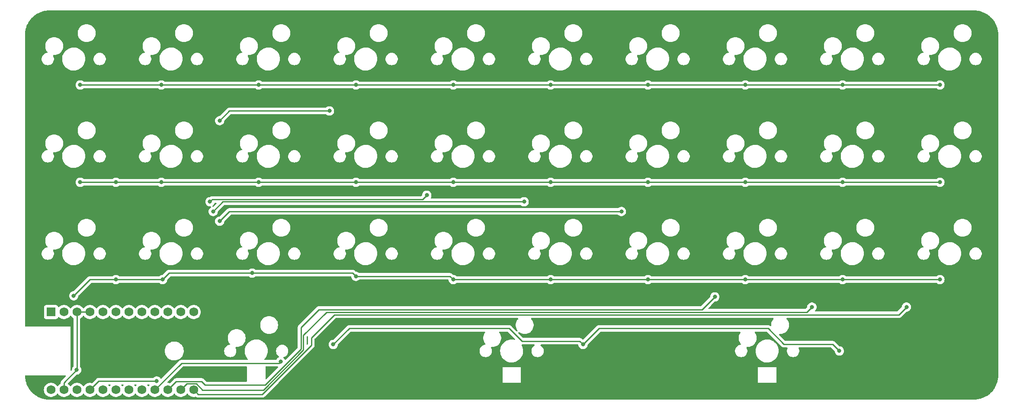
<source format=gtl>
%TF.GenerationSoftware,KiCad,Pcbnew,7.0.2-0*%
%TF.CreationDate,2023-06-01T09:18:08+08:00*%
%TF.ProjectId,Anya,416e7961-2e6b-4696-9361-645f70636258,2*%
%TF.SameCoordinates,PX917e180PY435cdf8*%
%TF.FileFunction,Copper,L1,Top*%
%TF.FilePolarity,Positive*%
%FSLAX46Y46*%
G04 Gerber Fmt 4.6, Leading zero omitted, Abs format (unit mm)*
G04 Created by KiCad (PCBNEW 7.0.2-0) date 2023-06-01 09:18:08*
%MOMM*%
%LPD*%
G01*
G04 APERTURE LIST*
%TA.AperFunction,ComponentPad*%
%ADD10R,1.752600X1.752600*%
%TD*%
%TA.AperFunction,ComponentPad*%
%ADD11C,1.752600*%
%TD*%
%TA.AperFunction,ViaPad*%
%ADD12C,0.800000*%
%TD*%
%TA.AperFunction,Conductor*%
%ADD13C,0.250000*%
%TD*%
G04 APERTURE END LIST*
D10*
%TO.P,U1,1,TX0/PD3*%
%TO.N,Col 1*%
X-90170000Y-20955000D03*
D11*
%TO.P,U1,2,RX1/PD2*%
%TO.N,Row 1*%
X-87630000Y-20955000D03*
%TO.P,U1,3,GND*%
%TO.N,GND*%
X-85090000Y-20955000D03*
%TO.P,U1,4,GND*%
X-82550000Y-20955000D03*
%TO.P,U1,5,2/PD1*%
%TO.N,Row 2*%
X-80010000Y-20955000D03*
%TO.P,U1,6,3/PD0*%
%TO.N,Row 3*%
X-77470000Y-20955000D03*
%TO.P,U1,7,4/PD4*%
%TO.N,Col 2*%
X-74930000Y-20955000D03*
%TO.P,U1,8,5/PC6*%
%TO.N,Col 3*%
X-72390000Y-20955000D03*
%TO.P,U1,9,6/PD7*%
%TO.N,Col 4*%
X-69850000Y-20955000D03*
%TO.P,U1,10,7/PE6*%
%TO.N,Col 5*%
X-67310000Y-20955000D03*
%TO.P,U1,11,8/PB4*%
%TO.N,Col 6*%
X-64770000Y-20955000D03*
%TO.P,U1,12,9/PB5*%
%TO.N,Col 7*%
X-62230000Y-20955000D03*
%TO.P,U1,13,10/PB6*%
%TO.N,Col 10*%
X-62230000Y-36195000D03*
%TO.P,U1,14,16/PB2*%
%TO.N,Col 9*%
X-64770000Y-36195000D03*
%TO.P,U1,15,14/PB3*%
%TO.N,Col 8*%
X-67310000Y-36195000D03*
%TO.P,U1,16,15/PB1*%
%TO.N,Row 4*%
X-69850000Y-36195000D03*
%TO.P,U1,17,A0/PF7*%
%TO.N,Net-(LED1-DIN)*%
X-72390000Y-36195000D03*
%TO.P,U1,18,A1/PF6*%
%TO.N,unconnected-(U1-A1{slash}PF6-Pad18)*%
X-74930000Y-36195000D03*
%TO.P,U1,19,A2/PF5*%
%TO.N,unconnected-(U1-A2{slash}PF5-Pad19)*%
X-77470000Y-36195000D03*
%TO.P,U1,20,A3/PF4*%
%TO.N,unconnected-(U1-A3{slash}PF4-Pad20)*%
X-80010000Y-36195000D03*
%TO.P,U1,21,VCC*%
%TO.N,VCC*%
X-82550000Y-36195000D03*
%TO.P,U1,22,RST*%
%TO.N,unconnected-(U1-RST-Pad22)*%
X-85090000Y-36195000D03*
%TO.P,U1,23,GND*%
%TO.N,GND*%
X-87630000Y-36195000D03*
%TO.P,U1,24,RAW*%
%TO.N,unconnected-(U1-RAW-Pad24)*%
X-90170000Y-36195000D03*
%TD*%
D12*
%TO.N,Row 1*%
X-11430000Y23495000D03*
X-30480000Y23495000D03*
X64770000Y23495000D03*
X-68580000Y23495000D03*
X45720000Y23495000D03*
X-49530000Y23495000D03*
X83820000Y23495000D03*
X26670000Y23495000D03*
X7620000Y23495000D03*
X-84455000Y23495000D03*
%TO.N,Row 2*%
X26670000Y4445000D03*
X-77470000Y4445000D03*
X-84455000Y4445000D03*
X64770000Y4445000D03*
X-11430000Y4445000D03*
X-68580000Y4445000D03*
X-30480000Y4445000D03*
X83820000Y4445000D03*
X45720000Y4445000D03*
X-49530000Y4445000D03*
X7620000Y4445000D03*
%TO.N,Row 3*%
X7620000Y-14605000D03*
X-68325000Y-14605000D03*
X83820000Y-14605000D03*
X-85725000Y-17780000D03*
X-50800000Y-13335000D03*
X45720000Y-14605000D03*
X-11430000Y-14605000D03*
X-77470000Y-14605000D03*
X-30480000Y-13970000D03*
X26670000Y-14605000D03*
X64770000Y-14605000D03*
%TO.N,Row 4*%
X13970000Y-27305000D03*
X-45225000Y-30640500D03*
X-34925000Y-27305000D03*
X64135000Y-28575000D03*
%TO.N,VCC*%
X-69475000Y-34475000D03*
%TO.N,GND*%
X-85147861Y-32302139D03*
%TO.N,Col 4*%
X-35660000Y18415000D03*
X-57150000Y16510000D03*
%TO.N,Col 5*%
X-16610000Y1905000D03*
X-59055000Y635000D03*
%TO.N,Col 6*%
X-58420000Y-1270000D03*
X2440000Y635000D03*
%TO.N,Col 7*%
X-57150000Y-3175000D03*
X21490000Y-1270000D03*
%TO.N,Col 8*%
X39775000Y-17975000D03*
%TO.N,Col 9*%
X58775000Y-19975000D03*
%TO.N,Col 10*%
X77275000Y-19975000D03*
%TD*%
D13*
%TO.N,Row 1*%
X-11430000Y23495000D02*
X7620000Y23495000D01*
X26670000Y23495000D02*
X45720000Y23495000D01*
X64770000Y23495000D02*
X83820000Y23495000D01*
X45720000Y23495000D02*
X64770000Y23495000D01*
X-30480000Y23495000D02*
X-11430000Y23495000D01*
X-68580000Y23495000D02*
X-84455000Y23495000D01*
X-49530000Y23495000D02*
X-68580000Y23495000D01*
X-49530000Y23495000D02*
X-30480000Y23495000D01*
X7620000Y23495000D02*
X26670000Y23495000D01*
%TO.N,Row 2*%
X7620000Y4445000D02*
X26670000Y4445000D01*
X26670000Y4445000D02*
X45720000Y4445000D01*
X-49530000Y4445000D02*
X-30480000Y4445000D01*
X-49530000Y4445000D02*
X-68580000Y4445000D01*
X-30480000Y4445000D02*
X-11430000Y4445000D01*
X-68580000Y4445000D02*
X-84455000Y4445000D01*
X64770000Y4445000D02*
X83820000Y4445000D01*
X45720000Y4445000D02*
X64770000Y4445000D01*
X-11430000Y4445000D02*
X7620000Y4445000D01*
%TO.N,Row 3*%
X-11430000Y-14605000D02*
X7620000Y-14605000D01*
X-31115000Y-13335000D02*
X-30480000Y-13970000D01*
X-50800000Y-13335000D02*
X-31115000Y-13335000D01*
X-12065000Y-13970000D02*
X-11430000Y-14605000D01*
X26670000Y-14605000D02*
X45720000Y-14605000D01*
X-30480000Y-13970000D02*
X-12065000Y-13970000D01*
X7620000Y-14605000D02*
X26670000Y-14605000D01*
X-85725000Y-17780000D02*
X-82550000Y-14605000D01*
X-50800000Y-13335000D02*
X-67055000Y-13335000D01*
X64770000Y-14605000D02*
X83820000Y-14605000D01*
X-67055000Y-13335000D02*
X-68325000Y-14605000D01*
X-82550000Y-14605000D02*
X-68325000Y-14605000D01*
X45720000Y-14605000D02*
X64770000Y-14605000D01*
%TO.N,Row 4*%
X62810000Y-27250000D02*
X64135000Y-28575000D01*
X50195000Y-24160000D02*
X53285000Y-27250000D01*
X-64630000Y-30975000D02*
X-45559500Y-30975000D01*
X-45559500Y-30975000D02*
X-45225000Y-30640500D01*
X53285000Y-27250000D02*
X62810000Y-27250000D01*
X-493325Y-24160000D02*
X2016675Y-26670000D01*
X-69850000Y-36195000D02*
X-64630000Y-30975000D01*
X13335000Y-26670000D02*
X13970000Y-27305000D01*
X17115000Y-24160000D02*
X50195000Y-24160000D01*
X-31780000Y-24160000D02*
X-493325Y-24160000D01*
X13970000Y-27305000D02*
X17115000Y-24160000D01*
X-34925000Y-27305000D02*
X-31780000Y-24160000D01*
X2016675Y-26670000D02*
X13335000Y-26670000D01*
%TO.N,VCC*%
X-69475000Y-34475000D02*
X-80830000Y-34475000D01*
X-80830000Y-34475000D02*
X-82550000Y-36195000D01*
%TO.N,GND*%
X-85090000Y-32244277D02*
X-85147861Y-32302139D01*
X-87630000Y-34784277D02*
X-87630000Y-36195000D01*
X-82550000Y-20955000D02*
X-85090000Y-20955000D01*
X-85090000Y-20955000D02*
X-85090000Y-32244277D01*
X-85147861Y-32302139D02*
X-87630000Y-34784277D01*
%TO.N,Col 4*%
X-57150000Y16510000D02*
X-55245000Y18415000D01*
X-55245000Y18415000D02*
X-35660000Y18415000D01*
%TO.N,Col 5*%
X-58605000Y1085000D02*
X-17430000Y1085000D01*
X-59055000Y635000D02*
X-58605000Y1085000D01*
X-17430000Y1085000D02*
X-16610000Y1905000D01*
%TO.N,Col 6*%
X-58420000Y-1270000D02*
X-56515000Y635000D01*
X-56515000Y635000D02*
X2440000Y635000D01*
%TO.N,Col 7*%
X21490000Y-1270000D02*
X-55245000Y-1270000D01*
X-55245000Y-1270000D02*
X-57150000Y-3175000D01*
%TO.N,Col 8*%
X37275000Y-20475000D02*
X39775000Y-17975000D01*
X-60655801Y-34544199D02*
X-65659199Y-34544199D01*
X-65659199Y-34544199D02*
X-67310000Y-36195000D01*
X-37725000Y-20475000D02*
X37275000Y-20475000D01*
X-41225000Y-23975000D02*
X-41225000Y-28201777D01*
X-41225000Y-28201777D02*
X-48248223Y-35225000D01*
X-59975000Y-35225000D02*
X-60655801Y-34544199D01*
X-48248223Y-35225000D02*
X-59975000Y-35225000D01*
X-41225000Y-23975000D02*
X-37725000Y-20475000D01*
%TO.N,Col 9*%
X-36225000Y-20975000D02*
X-40775499Y-25525499D01*
X-40775499Y-25525499D02*
X-40775499Y-28387966D01*
X-61732405Y-34993700D02*
X-63568700Y-34993700D01*
X-48612533Y-36225000D02*
X-60501105Y-36225000D01*
X-63568700Y-34993700D02*
X-64770000Y-36195000D01*
X57775000Y-20975000D02*
X-36225000Y-20975000D01*
X-40775499Y-28387966D02*
X-48612533Y-36225000D01*
X-60501105Y-36225000D02*
X-61732405Y-34993700D01*
X58775000Y-19975000D02*
X57775000Y-20975000D01*
%TO.N,Col 10*%
X-34725000Y-21475000D02*
X75775000Y-21475000D01*
X-48823143Y-37071300D02*
X-61353700Y-37071300D01*
X-39225000Y-25975000D02*
X-38975000Y-25725000D01*
X-38975000Y-25725000D02*
X-34725000Y-21475000D01*
X-61353700Y-37071300D02*
X-62230000Y-36195000D01*
X-39225000Y-27473157D02*
X-48823143Y-37071300D01*
X75775000Y-21475000D02*
X77275000Y-19975000D01*
X-39225000Y-25975000D02*
X-39225000Y-27473157D01*
%TD*%
%TA.AperFunction,NonConductor*%
G36*
X51227600Y-22128185D02*
G01*
X51273355Y-22180989D01*
X51283299Y-22250147D01*
X51254274Y-22313703D01*
X51251460Y-22316841D01*
X51173818Y-22400518D01*
X51026021Y-22617298D01*
X50912187Y-22853677D01*
X50834854Y-23104385D01*
X50795750Y-23363818D01*
X50795750Y-23568558D01*
X50776065Y-23635597D01*
X50723261Y-23681352D01*
X50654103Y-23691296D01*
X50590547Y-23662271D01*
X50586868Y-23658952D01*
X50570321Y-23643414D01*
X50552433Y-23633580D01*
X50536169Y-23622896D01*
X50520040Y-23610385D01*
X50479377Y-23592789D01*
X50468883Y-23587648D01*
X50430062Y-23566305D01*
X50417651Y-23563119D01*
X50410284Y-23561227D01*
X50391879Y-23554926D01*
X50373145Y-23546819D01*
X50373143Y-23546818D01*
X50373142Y-23546818D01*
X50329383Y-23539887D01*
X50317943Y-23537518D01*
X50275031Y-23526500D01*
X50275030Y-23526500D01*
X50254616Y-23526500D01*
X50235217Y-23524973D01*
X50215058Y-23521780D01*
X50215057Y-23521780D01*
X50188420Y-23524298D01*
X50170943Y-23525950D01*
X50159274Y-23526500D01*
X17198634Y-23526500D01*
X17177891Y-23524210D01*
X17106970Y-23526439D01*
X17103075Y-23526500D01*
X17075144Y-23526500D01*
X17071289Y-23526986D01*
X17071255Y-23526989D01*
X17071024Y-23527019D01*
X17059404Y-23527933D01*
X17015110Y-23529325D01*
X16995496Y-23535023D01*
X16976460Y-23538965D01*
X16956206Y-23541525D01*
X16915016Y-23557832D01*
X16903970Y-23561613D01*
X16861407Y-23573979D01*
X16843828Y-23584376D01*
X16826364Y-23592932D01*
X16817620Y-23596394D01*
X16807382Y-23600448D01*
X16771539Y-23626489D01*
X16761782Y-23632898D01*
X16723638Y-23655457D01*
X16709200Y-23669895D01*
X16694411Y-23682525D01*
X16677894Y-23694525D01*
X16649644Y-23728673D01*
X16641783Y-23737311D01*
X14057681Y-26321414D01*
X13996358Y-26354899D01*
X13926666Y-26349915D01*
X13882319Y-26321414D01*
X13842087Y-26281182D01*
X13829040Y-26264896D01*
X13777332Y-26216340D01*
X13774534Y-26213629D01*
X13757527Y-26196622D01*
X13754770Y-26193865D01*
X13751486Y-26191317D01*
X13742623Y-26183746D01*
X13710321Y-26153414D01*
X13692433Y-26143580D01*
X13676169Y-26132896D01*
X13660040Y-26120385D01*
X13619377Y-26102789D01*
X13608883Y-26097648D01*
X13570062Y-26076305D01*
X13558386Y-26073307D01*
X13550284Y-26071227D01*
X13531879Y-26064926D01*
X13513145Y-26056819D01*
X13513143Y-26056818D01*
X13513142Y-26056818D01*
X13469383Y-26049887D01*
X13457943Y-26047518D01*
X13415031Y-26036500D01*
X13415030Y-26036500D01*
X13394616Y-26036500D01*
X13375217Y-26034973D01*
X13355058Y-26031780D01*
X13355057Y-26031780D01*
X13322318Y-26034874D01*
X13310943Y-26035950D01*
X13299274Y-26036500D01*
X2330441Y-26036500D01*
X2263402Y-26016815D01*
X2242760Y-26000181D01*
X1319217Y-25076637D01*
X1285732Y-25015314D01*
X1290716Y-24945622D01*
X1332588Y-24889689D01*
X1398052Y-24865272D01*
X1466325Y-24880124D01*
X1484207Y-24892006D01*
X1506184Y-24909532D01*
X1551143Y-24945387D01*
X1672262Y-25015314D01*
X1778357Y-25076568D01*
X1946550Y-25142579D01*
X1984048Y-25157296D01*
X2022584Y-25172420D01*
X2278370Y-25230802D01*
X2474506Y-25245500D01*
X2476823Y-25245500D01*
X2603177Y-25245500D01*
X2605494Y-25245500D01*
X2801630Y-25230802D01*
X3057416Y-25172420D01*
X3301643Y-25076568D01*
X3528857Y-24945386D01*
X3733981Y-24781805D01*
X3833273Y-24674792D01*
X3912428Y-24589485D01*
X3912429Y-24589482D01*
X3912433Y-24589479D01*
X4060228Y-24372704D01*
X4174063Y-24136323D01*
X4251396Y-23885615D01*
X4290500Y-23626182D01*
X4290500Y-23363818D01*
X4251396Y-23104385D01*
X4174063Y-22853677D01*
X4060228Y-22617296D01*
X3912433Y-22400521D01*
X3912431Y-22400518D01*
X3834790Y-22316841D01*
X3803622Y-22254309D01*
X3811209Y-22184852D01*
X3855142Y-22130524D01*
X3921474Y-22108572D01*
X3925689Y-22108500D01*
X51160561Y-22108500D01*
X51227600Y-22128185D01*
G37*
%TD.AperFunction*%
%TA.AperFunction,NonConductor*%
G36*
X-39918161Y-25666578D02*
G01*
X-39862228Y-25708450D01*
X-39837811Y-25773914D01*
X-39839022Y-25802158D01*
X-39845112Y-25840609D01*
X-39847480Y-25852046D01*
X-39858500Y-25894969D01*
X-39858500Y-25915384D01*
X-39860027Y-25934783D01*
X-39863220Y-25954941D01*
X-39859050Y-25999057D01*
X-39858500Y-26010726D01*
X-39858501Y-27159390D01*
X-39878186Y-27226430D01*
X-39894819Y-27247070D01*
X-39930317Y-27282569D01*
X-39991639Y-27316055D01*
X-40061331Y-27311071D01*
X-40117265Y-27269201D01*
X-40141683Y-27203737D01*
X-40141999Y-27194889D01*
X-40141999Y-25839264D01*
X-40122314Y-25772225D01*
X-40105685Y-25751588D01*
X-40049174Y-25695077D01*
X-39987853Y-25661594D01*
X-39918161Y-25666578D01*
G37*
%TD.AperFunction*%
%TA.AperFunction,NonConductor*%
G36*
X-45759951Y-31628185D02*
G01*
X-45714196Y-31680989D01*
X-45704252Y-31750147D01*
X-45733277Y-31813703D01*
X-45739309Y-31820181D01*
X-47994069Y-34074940D01*
X-48055392Y-34108425D01*
X-48125084Y-34103441D01*
X-48181017Y-34061569D01*
X-48205434Y-33996105D01*
X-48205750Y-33987259D01*
X-48205750Y-31749759D01*
X-48205721Y-31749615D01*
X-48205726Y-31749615D01*
X-48205714Y-31732413D01*
X-48185983Y-31665388D01*
X-48133147Y-31619670D01*
X-48081714Y-31608500D01*
X-45826990Y-31608500D01*
X-45759951Y-31628185D01*
G37*
%TD.AperFunction*%
%TA.AperFunction,NonConductor*%
G36*
X-51863747Y-31628185D02*
G01*
X-51817992Y-31680989D01*
X-51806786Y-31732413D01*
X-51806774Y-31749615D01*
X-51806779Y-31749615D01*
X-51806751Y-31749759D01*
X-51806750Y-34467500D01*
X-51826435Y-34534539D01*
X-51879238Y-34580294D01*
X-51930750Y-34591500D01*
X-59661234Y-34591500D01*
X-59728273Y-34571815D01*
X-59748915Y-34555181D01*
X-60148710Y-34155386D01*
X-60161757Y-34139100D01*
X-60213470Y-34090539D01*
X-60216268Y-34087827D01*
X-60233274Y-34070821D01*
X-60236031Y-34068064D01*
X-60239315Y-34065516D01*
X-60248178Y-34057945D01*
X-60280480Y-34027613D01*
X-60298368Y-34017779D01*
X-60314632Y-34007095D01*
X-60330761Y-33994584D01*
X-60371424Y-33976988D01*
X-60381918Y-33971847D01*
X-60420739Y-33950504D01*
X-60432415Y-33947506D01*
X-60440517Y-33945426D01*
X-60458922Y-33939125D01*
X-60461392Y-33938056D01*
X-60477656Y-33931018D01*
X-60477658Y-33931017D01*
X-60477659Y-33931017D01*
X-60521418Y-33924086D01*
X-60532858Y-33921717D01*
X-60575770Y-33910699D01*
X-60575771Y-33910699D01*
X-60596185Y-33910699D01*
X-60615584Y-33909172D01*
X-60635743Y-33905979D01*
X-60635744Y-33905979D01*
X-60662381Y-33908497D01*
X-60679858Y-33910149D01*
X-60691527Y-33910699D01*
X-65575566Y-33910699D01*
X-65596308Y-33908409D01*
X-65599108Y-33908497D01*
X-65667216Y-33910638D01*
X-65671112Y-33910699D01*
X-65699055Y-33910699D01*
X-65702922Y-33911187D01*
X-65702931Y-33911188D01*
X-65703167Y-33911218D01*
X-65714794Y-33912133D01*
X-65759089Y-33913525D01*
X-65778692Y-33919221D01*
X-65797744Y-33923166D01*
X-65818000Y-33925725D01*
X-65859202Y-33942037D01*
X-65870248Y-33945820D01*
X-65912797Y-33958182D01*
X-65930368Y-33968573D01*
X-65947829Y-33977128D01*
X-65966816Y-33984646D01*
X-66002657Y-34010686D01*
X-66012419Y-34017098D01*
X-66050560Y-34039654D01*
X-66065003Y-34054097D01*
X-66079790Y-34066726D01*
X-66096307Y-34078727D01*
X-66124547Y-34112862D01*
X-66132407Y-34121500D01*
X-66832261Y-34821354D01*
X-66893584Y-34854839D01*
X-66960206Y-34850954D01*
X-66968887Y-34847973D01*
X-67171569Y-34814152D01*
X-67195252Y-34810200D01*
X-67269934Y-34810200D01*
X-67336973Y-34790515D01*
X-67382728Y-34737711D01*
X-67392672Y-34668553D01*
X-67363647Y-34604997D01*
X-67357615Y-34598519D01*
X-65972568Y-33213473D01*
X-64403915Y-31644819D01*
X-64342591Y-31611334D01*
X-64316233Y-31608500D01*
X-51930786Y-31608500D01*
X-51863747Y-31628185D01*
G37*
%TD.AperFunction*%
%TA.AperFunction,NonConductor*%
G36*
X-70947687Y-35128185D02*
G01*
X-70901932Y-35180989D01*
X-70891988Y-35250147D01*
X-70921013Y-35313703D01*
X-70923496Y-35316482D01*
X-70946548Y-35341522D01*
X-71016193Y-35448122D01*
X-71069339Y-35493479D01*
X-71138571Y-35502902D01*
X-71201906Y-35473399D01*
X-71223807Y-35448124D01*
X-71293453Y-35341523D01*
X-71293454Y-35341522D01*
X-71293455Y-35341520D01*
X-71316504Y-35316482D01*
X-71347426Y-35253828D01*
X-71339565Y-35184401D01*
X-71295418Y-35130246D01*
X-71229000Y-35108556D01*
X-71225274Y-35108500D01*
X-71014726Y-35108500D01*
X-70947687Y-35128185D01*
G37*
%TD.AperFunction*%
%TA.AperFunction,NonConductor*%
G36*
X-73487687Y-35128185D02*
G01*
X-73441932Y-35180989D01*
X-73431988Y-35250147D01*
X-73461013Y-35313703D01*
X-73463496Y-35316482D01*
X-73486544Y-35341518D01*
X-73486548Y-35341523D01*
X-73486547Y-35341523D01*
X-73556193Y-35448122D01*
X-73609338Y-35493478D01*
X-73678569Y-35502902D01*
X-73741905Y-35473400D01*
X-73763807Y-35448124D01*
X-73833453Y-35341523D01*
X-73833456Y-35341520D01*
X-73833457Y-35341518D01*
X-73856504Y-35316482D01*
X-73887426Y-35253828D01*
X-73879565Y-35184401D01*
X-73835418Y-35130246D01*
X-73769000Y-35108556D01*
X-73765274Y-35108500D01*
X-73554726Y-35108500D01*
X-73487687Y-35128185D01*
G37*
%TD.AperFunction*%
%TA.AperFunction,NonConductor*%
G36*
X-76027687Y-35128185D02*
G01*
X-75981932Y-35180989D01*
X-75971988Y-35250147D01*
X-76001013Y-35313703D01*
X-76003496Y-35316482D01*
X-76026544Y-35341518D01*
X-76026548Y-35341523D01*
X-76026547Y-35341523D01*
X-76096193Y-35448122D01*
X-76149338Y-35493478D01*
X-76218569Y-35502902D01*
X-76281905Y-35473400D01*
X-76303807Y-35448124D01*
X-76373453Y-35341523D01*
X-76373456Y-35341520D01*
X-76373457Y-35341518D01*
X-76396504Y-35316482D01*
X-76427426Y-35253828D01*
X-76419565Y-35184401D01*
X-76375418Y-35130246D01*
X-76309000Y-35108556D01*
X-76305274Y-35108500D01*
X-76094726Y-35108500D01*
X-76027687Y-35128185D01*
G37*
%TD.AperFunction*%
%TA.AperFunction,NonConductor*%
G36*
X-78567687Y-35128185D02*
G01*
X-78521932Y-35180989D01*
X-78511988Y-35250147D01*
X-78541013Y-35313703D01*
X-78543496Y-35316482D01*
X-78566544Y-35341518D01*
X-78566548Y-35341523D01*
X-78566547Y-35341523D01*
X-78636193Y-35448122D01*
X-78689338Y-35493478D01*
X-78758569Y-35502902D01*
X-78821905Y-35473400D01*
X-78843807Y-35448124D01*
X-78913453Y-35341523D01*
X-78913456Y-35341520D01*
X-78913457Y-35341518D01*
X-78936504Y-35316482D01*
X-78967426Y-35253828D01*
X-78959565Y-35184401D01*
X-78915418Y-35130246D01*
X-78849000Y-35108556D01*
X-78845274Y-35108500D01*
X-78634726Y-35108500D01*
X-78567687Y-35128185D01*
G37*
%TD.AperFunction*%
%TA.AperFunction,NonConductor*%
G36*
X90490202Y38099383D02*
G01*
X90681945Y38091011D01*
X90903955Y38080747D01*
X90914372Y38079821D01*
X91120250Y38052717D01*
X91328083Y38023725D01*
X91337733Y38021986D01*
X91543250Y37976423D01*
X91745324Y37928896D01*
X91754158Y37926468D01*
X91956269Y37862743D01*
X92152346Y37797024D01*
X92160370Y37794020D01*
X92160375Y37794018D01*
X92355571Y37713166D01*
X92358183Y37712048D01*
X92545873Y37629175D01*
X92553023Y37625740D01*
X92740729Y37528027D01*
X92743796Y37526374D01*
X92802125Y37493885D01*
X92922737Y37426705D01*
X92929007Y37422966D01*
X93107654Y37309155D01*
X93111028Y37306927D01*
X93279927Y37191228D01*
X93285282Y37187343D01*
X93373252Y37119842D01*
X93453394Y37058347D01*
X93457116Y37055376D01*
X93614501Y36924686D01*
X93619014Y36920749D01*
X93693496Y36852498D01*
X93775327Y36777513D01*
X93779234Y36773772D01*
X93923770Y36629236D01*
X93927511Y36625329D01*
X94070742Y36469020D01*
X94074690Y36464496D01*
X94191313Y36324051D01*
X94205367Y36307127D01*
X94208345Y36303396D01*
X94337331Y36135298D01*
X94341236Y36129914D01*
X94456907Y35961057D01*
X94459153Y35957656D01*
X94572964Y35779009D01*
X94576713Y35772722D01*
X94676372Y35593798D01*
X94678032Y35590717D01*
X94775728Y35403046D01*
X94779173Y35395875D01*
X94862046Y35208185D01*
X94863173Y35205552D01*
X94944016Y35010379D01*
X94947027Y35002333D01*
X95012747Y34806254D01*
X95076459Y34604184D01*
X95078901Y34595298D01*
X95126428Y34393225D01*
X95171978Y34187760D01*
X95173727Y34178060D01*
X95202719Y33970228D01*
X95229817Y33764393D01*
X95230746Y33753937D01*
X95241010Y33531935D01*
X95249382Y33340203D01*
X95249500Y33334794D01*
X95249500Y-33334793D01*
X95249382Y-33340202D01*
X95241010Y-33531934D01*
X95230746Y-33753934D01*
X95229817Y-33764392D01*
X95202719Y-33970227D01*
X95173728Y-34178056D01*
X95171978Y-34187760D01*
X95126428Y-34393224D01*
X95078902Y-34595294D01*
X95076458Y-34604185D01*
X95012747Y-34806253D01*
X94947025Y-35002337D01*
X94944018Y-35010370D01*
X94863173Y-35205549D01*
X94862046Y-35208183D01*
X94779173Y-35395873D01*
X94775728Y-35403044D01*
X94678032Y-35590715D01*
X94676372Y-35593796D01*
X94576713Y-35772720D01*
X94572964Y-35779007D01*
X94459153Y-35957654D01*
X94456873Y-35961106D01*
X94341255Y-36129887D01*
X94337331Y-36135296D01*
X94208345Y-36303394D01*
X94205367Y-36307125D01*
X94074703Y-36464479D01*
X94070727Y-36469036D01*
X93927511Y-36625327D01*
X93923770Y-36629234D01*
X93779234Y-36773770D01*
X93775327Y-36777511D01*
X93619036Y-36920727D01*
X93614479Y-36924703D01*
X93457125Y-37055367D01*
X93453394Y-37058345D01*
X93285296Y-37187331D01*
X93279887Y-37191255D01*
X93111106Y-37306873D01*
X93107654Y-37309153D01*
X92929007Y-37422964D01*
X92922720Y-37426713D01*
X92743796Y-37526372D01*
X92740715Y-37528032D01*
X92553044Y-37625728D01*
X92545873Y-37629173D01*
X92358183Y-37712046D01*
X92355550Y-37713173D01*
X92160377Y-37794016D01*
X92152331Y-37797027D01*
X91956253Y-37862747D01*
X91754182Y-37926459D01*
X91745296Y-37928901D01*
X91543224Y-37976428D01*
X91337758Y-38021978D01*
X91328058Y-38023727D01*
X91120227Y-38052719D01*
X90914391Y-38079817D01*
X90903935Y-38080746D01*
X90682141Y-38091001D01*
X90490203Y-38099381D01*
X90484794Y-38099499D01*
X-90798102Y-38099499D01*
X-90811815Y-38098738D01*
X-90984569Y-38079516D01*
X-91226891Y-38051875D01*
X-91237386Y-38050220D01*
X-91438750Y-38009550D01*
X-91653695Y-37964276D01*
X-91663329Y-37961840D01*
X-91865244Y-37902075D01*
X-91991663Y-37862747D01*
X-92070713Y-37838155D01*
X-92079429Y-37835081D01*
X-92277477Y-37756835D01*
X-92384722Y-37712046D01*
X-92474439Y-37674577D01*
X-92482210Y-37671011D01*
X-92672485Y-37575611D01*
X-92675225Y-37574194D01*
X-92861570Y-37474889D01*
X-92868408Y-37470961D01*
X-92873998Y-37467509D01*
X-93049995Y-37358820D01*
X-93053173Y-37356790D01*
X-93228902Y-37240739D01*
X-93234791Y-37236599D01*
X-93406011Y-37108662D01*
X-93409534Y-37105930D01*
X-93573352Y-36974089D01*
X-93578317Y-36969873D01*
X-93737701Y-36827181D01*
X-93741461Y-36823672D01*
X-93892063Y-36677148D01*
X-93896143Y-36672987D01*
X-93921219Y-36646184D01*
X-94042349Y-36516709D01*
X-94046202Y-36512393D01*
X-94182436Y-36352317D01*
X-94185618Y-36348417D01*
X-94317452Y-36179817D01*
X-94321297Y-36174624D01*
X-94441948Y-36002399D01*
X-94444439Y-35998704D01*
X-94560719Y-35819330D01*
X-94564458Y-35813177D01*
X-94668561Y-35630119D01*
X-94670340Y-35626879D01*
X-94770188Y-35438169D01*
X-94773638Y-35431114D01*
X-94786277Y-35403044D01*
X-94860363Y-35238500D01*
X-94861592Y-35235675D01*
X-94884596Y-35180989D01*
X-94944093Y-35039546D01*
X-94947140Y-35031539D01*
X-94957111Y-35002337D01*
X-95016126Y-34829508D01*
X-95017395Y-34825541D01*
X-95081033Y-34626669D01*
X-95083498Y-34617839D01*
X-95133603Y-34408597D01*
X-95147965Y-34344738D01*
X-95179821Y-34203089D01*
X-95181605Y-34193340D01*
X-95189305Y-34139100D01*
X-95212468Y-33975944D01*
X-95239669Y-33772203D01*
X-95240616Y-33761693D01*
X-95252064Y-33518358D01*
X-95254316Y-33467480D01*
X-95237617Y-33399640D01*
X-95186888Y-33351594D01*
X-95130438Y-33338000D01*
X-87378989Y-33338000D01*
X-87311950Y-33357685D01*
X-87266195Y-33410489D01*
X-87256251Y-33479647D01*
X-87285276Y-33543203D01*
X-87291302Y-33549674D01*
X-87425509Y-33683881D01*
X-88018820Y-34277190D01*
X-88035105Y-34290238D01*
X-88083662Y-34341946D01*
X-88086367Y-34344738D01*
X-88106135Y-34364507D01*
X-88108513Y-34367570D01*
X-88108530Y-34367591D01*
X-88108689Y-34367798D01*
X-88116247Y-34376645D01*
X-88146586Y-34408954D01*
X-88156418Y-34426840D01*
X-88167099Y-34443100D01*
X-88179615Y-34459236D01*
X-88197214Y-34499905D01*
X-88202352Y-34510394D01*
X-88223697Y-34549220D01*
X-88228774Y-34568995D01*
X-88235075Y-34587400D01*
X-88243182Y-34606133D01*
X-88250112Y-34649887D01*
X-88252480Y-34661323D01*
X-88263500Y-34704246D01*
X-88263500Y-34724661D01*
X-88265027Y-34744060D01*
X-88268220Y-34764218D01*
X-88264050Y-34808334D01*
X-88263500Y-34820005D01*
X-88263501Y-34889369D01*
X-88283187Y-34956408D01*
X-88328482Y-34998421D01*
X-88390013Y-35031720D01*
X-88571111Y-35172675D01*
X-88571114Y-35172677D01*
X-88571114Y-35172678D01*
X-88726547Y-35341523D01*
X-88796193Y-35448122D01*
X-88849338Y-35493478D01*
X-88918569Y-35502902D01*
X-88981905Y-35473400D01*
X-89003807Y-35448124D01*
X-89073453Y-35341523D01*
X-89228886Y-35172678D01*
X-89249312Y-35156780D01*
X-89409985Y-35031722D01*
X-89409989Y-35031719D01*
X-89409990Y-35031719D01*
X-89611826Y-34922491D01*
X-89611830Y-34922489D01*
X-89611831Y-34922489D01*
X-89828884Y-34847974D01*
X-89998661Y-34819643D01*
X-90055252Y-34810200D01*
X-90284748Y-34810200D01*
X-90330022Y-34817754D01*
X-90511117Y-34847974D01*
X-90728170Y-34922489D01*
X-90930016Y-35031722D01*
X-91111111Y-35172675D01*
X-91111114Y-35172677D01*
X-91111114Y-35172678D01*
X-91182429Y-35250147D01*
X-91266548Y-35341524D01*
X-91392068Y-35533646D01*
X-91484257Y-35743815D01*
X-91540595Y-35966292D01*
X-91559547Y-36194999D01*
X-91540595Y-36423707D01*
X-91540595Y-36423710D01*
X-91540594Y-36423712D01*
X-91484257Y-36646185D01*
X-91406403Y-36823672D01*
X-91392068Y-36856353D01*
X-91336192Y-36941878D01*
X-91266547Y-37048477D01*
X-91111114Y-37217322D01*
X-91111111Y-37217324D01*
X-90930016Y-37358277D01*
X-90930014Y-37358278D01*
X-90930010Y-37358281D01*
X-90728174Y-37467509D01*
X-90625870Y-37502630D01*
X-90511117Y-37542025D01*
X-90511115Y-37542025D01*
X-90511113Y-37542026D01*
X-90284748Y-37579800D01*
X-90284747Y-37579800D01*
X-90055253Y-37579800D01*
X-90055252Y-37579800D01*
X-89828887Y-37542026D01*
X-89611826Y-37467509D01*
X-89409990Y-37358281D01*
X-89228886Y-37217322D01*
X-89073453Y-37048477D01*
X-89003808Y-36941877D01*
X-88950663Y-36896521D01*
X-88881431Y-36887097D01*
X-88818096Y-36916599D01*
X-88796194Y-36941875D01*
X-88726547Y-37048477D01*
X-88571114Y-37217322D01*
X-88571111Y-37217324D01*
X-88390016Y-37358277D01*
X-88390014Y-37358278D01*
X-88390010Y-37358281D01*
X-88188174Y-37467509D01*
X-88085870Y-37502630D01*
X-87971117Y-37542025D01*
X-87971115Y-37542025D01*
X-87971113Y-37542026D01*
X-87744748Y-37579800D01*
X-87744747Y-37579800D01*
X-87515253Y-37579800D01*
X-87515252Y-37579800D01*
X-87288887Y-37542026D01*
X-87071826Y-37467509D01*
X-86869990Y-37358281D01*
X-86688886Y-37217322D01*
X-86533453Y-37048477D01*
X-86463808Y-36941877D01*
X-86410663Y-36896521D01*
X-86341431Y-36887097D01*
X-86278096Y-36916599D01*
X-86256194Y-36941875D01*
X-86186547Y-37048477D01*
X-86031114Y-37217322D01*
X-86031111Y-37217324D01*
X-85850016Y-37358277D01*
X-85850014Y-37358278D01*
X-85850010Y-37358281D01*
X-85648174Y-37467509D01*
X-85545870Y-37502630D01*
X-85431117Y-37542025D01*
X-85431115Y-37542025D01*
X-85431113Y-37542026D01*
X-85204748Y-37579800D01*
X-85204747Y-37579800D01*
X-84975253Y-37579800D01*
X-84975252Y-37579800D01*
X-84748887Y-37542026D01*
X-84531826Y-37467509D01*
X-84329990Y-37358281D01*
X-84148886Y-37217322D01*
X-83993453Y-37048477D01*
X-83923808Y-36941877D01*
X-83870663Y-36896521D01*
X-83801431Y-36887097D01*
X-83738096Y-36916599D01*
X-83716194Y-36941875D01*
X-83646547Y-37048477D01*
X-83491114Y-37217322D01*
X-83491111Y-37217324D01*
X-83310016Y-37358277D01*
X-83310014Y-37358278D01*
X-83310010Y-37358281D01*
X-83108174Y-37467509D01*
X-83005870Y-37502630D01*
X-82891117Y-37542025D01*
X-82891115Y-37542025D01*
X-82891113Y-37542026D01*
X-82664748Y-37579800D01*
X-82664747Y-37579800D01*
X-82435253Y-37579800D01*
X-82435252Y-37579800D01*
X-82208887Y-37542026D01*
X-81991826Y-37467509D01*
X-81789990Y-37358281D01*
X-81608886Y-37217322D01*
X-81453453Y-37048477D01*
X-81383808Y-36941877D01*
X-81330663Y-36896521D01*
X-81261431Y-36887097D01*
X-81198096Y-36916599D01*
X-81176194Y-36941875D01*
X-81106547Y-37048477D01*
X-80951114Y-37217322D01*
X-80951111Y-37217324D01*
X-80770016Y-37358277D01*
X-80770014Y-37358278D01*
X-80770010Y-37358281D01*
X-80568174Y-37467509D01*
X-80465870Y-37502630D01*
X-80351117Y-37542025D01*
X-80351115Y-37542025D01*
X-80351113Y-37542026D01*
X-80124748Y-37579800D01*
X-80124747Y-37579800D01*
X-79895253Y-37579800D01*
X-79895252Y-37579800D01*
X-79668887Y-37542026D01*
X-79451826Y-37467509D01*
X-79249990Y-37358281D01*
X-79068886Y-37217322D01*
X-78913453Y-37048477D01*
X-78843808Y-36941877D01*
X-78790663Y-36896521D01*
X-78721431Y-36887097D01*
X-78658096Y-36916599D01*
X-78636194Y-36941875D01*
X-78566547Y-37048477D01*
X-78411114Y-37217322D01*
X-78411111Y-37217324D01*
X-78230016Y-37358277D01*
X-78230014Y-37358278D01*
X-78230010Y-37358281D01*
X-78028174Y-37467509D01*
X-77925870Y-37502630D01*
X-77811117Y-37542025D01*
X-77811115Y-37542025D01*
X-77811113Y-37542026D01*
X-77584748Y-37579800D01*
X-77584747Y-37579800D01*
X-77355253Y-37579800D01*
X-77355252Y-37579800D01*
X-77128887Y-37542026D01*
X-76911826Y-37467509D01*
X-76709990Y-37358281D01*
X-76528886Y-37217322D01*
X-76373453Y-37048477D01*
X-76303808Y-36941877D01*
X-76250663Y-36896521D01*
X-76181431Y-36887097D01*
X-76118096Y-36916599D01*
X-76096194Y-36941875D01*
X-76026547Y-37048477D01*
X-75871114Y-37217322D01*
X-75871111Y-37217324D01*
X-75690016Y-37358277D01*
X-75690014Y-37358278D01*
X-75690010Y-37358281D01*
X-75488174Y-37467509D01*
X-75385870Y-37502630D01*
X-75271117Y-37542025D01*
X-75271115Y-37542025D01*
X-75271113Y-37542026D01*
X-75044748Y-37579800D01*
X-75044747Y-37579800D01*
X-74815253Y-37579800D01*
X-74815252Y-37579800D01*
X-74588887Y-37542026D01*
X-74371826Y-37467509D01*
X-74169990Y-37358281D01*
X-73988886Y-37217322D01*
X-73833453Y-37048477D01*
X-73763808Y-36941877D01*
X-73710663Y-36896521D01*
X-73641431Y-36887097D01*
X-73578096Y-36916599D01*
X-73556194Y-36941875D01*
X-73486547Y-37048477D01*
X-73331114Y-37217322D01*
X-73331111Y-37217324D01*
X-73150016Y-37358277D01*
X-73150014Y-37358278D01*
X-73150010Y-37358281D01*
X-72948174Y-37467509D01*
X-72845870Y-37502630D01*
X-72731117Y-37542025D01*
X-72731115Y-37542025D01*
X-72731113Y-37542026D01*
X-72504748Y-37579800D01*
X-72504747Y-37579800D01*
X-72275253Y-37579800D01*
X-72275252Y-37579800D01*
X-72048887Y-37542026D01*
X-71831826Y-37467509D01*
X-71629990Y-37358281D01*
X-71448886Y-37217322D01*
X-71293453Y-37048477D01*
X-71223808Y-36941877D01*
X-71170663Y-36896521D01*
X-71101431Y-36887097D01*
X-71038096Y-36916599D01*
X-71016194Y-36941875D01*
X-70946547Y-37048477D01*
X-70791114Y-37217322D01*
X-70791111Y-37217324D01*
X-70610016Y-37358277D01*
X-70610014Y-37358278D01*
X-70610010Y-37358281D01*
X-70408174Y-37467509D01*
X-70305870Y-37502630D01*
X-70191117Y-37542025D01*
X-70191115Y-37542025D01*
X-70191113Y-37542026D01*
X-69964748Y-37579800D01*
X-69964747Y-37579800D01*
X-69735253Y-37579800D01*
X-69735252Y-37579800D01*
X-69508887Y-37542026D01*
X-69291826Y-37467509D01*
X-69089990Y-37358281D01*
X-68908886Y-37217322D01*
X-68753453Y-37048477D01*
X-68683808Y-36941877D01*
X-68630663Y-36896521D01*
X-68561431Y-36887097D01*
X-68498096Y-36916599D01*
X-68476194Y-36941875D01*
X-68406547Y-37048477D01*
X-68251114Y-37217322D01*
X-68251111Y-37217324D01*
X-68070016Y-37358277D01*
X-68070014Y-37358278D01*
X-68070010Y-37358281D01*
X-67868174Y-37467509D01*
X-67765870Y-37502630D01*
X-67651117Y-37542025D01*
X-67651115Y-37542025D01*
X-67651113Y-37542026D01*
X-67424748Y-37579800D01*
X-67424747Y-37579800D01*
X-67195253Y-37579800D01*
X-67195252Y-37579800D01*
X-66968887Y-37542026D01*
X-66751826Y-37467509D01*
X-66549990Y-37358281D01*
X-66368886Y-37217322D01*
X-66213453Y-37048477D01*
X-66143808Y-36941877D01*
X-66090663Y-36896521D01*
X-66021431Y-36887097D01*
X-65958096Y-36916599D01*
X-65936194Y-36941875D01*
X-65866547Y-37048477D01*
X-65711114Y-37217322D01*
X-65711111Y-37217324D01*
X-65530016Y-37358277D01*
X-65530014Y-37358278D01*
X-65530010Y-37358281D01*
X-65328174Y-37467509D01*
X-65225870Y-37502630D01*
X-65111117Y-37542025D01*
X-65111115Y-37542025D01*
X-65111113Y-37542026D01*
X-64884748Y-37579800D01*
X-64884747Y-37579800D01*
X-64655253Y-37579800D01*
X-64655252Y-37579800D01*
X-64428887Y-37542026D01*
X-64211826Y-37467509D01*
X-64009990Y-37358281D01*
X-63828886Y-37217322D01*
X-63673453Y-37048477D01*
X-63603808Y-36941877D01*
X-63550663Y-36896521D01*
X-63481431Y-36887097D01*
X-63418096Y-36916599D01*
X-63396194Y-36941875D01*
X-63326547Y-37048477D01*
X-63171114Y-37217322D01*
X-63171111Y-37217324D01*
X-62990016Y-37358277D01*
X-62990014Y-37358278D01*
X-62990010Y-37358281D01*
X-62788174Y-37467509D01*
X-62685870Y-37502630D01*
X-62571117Y-37542025D01*
X-62571115Y-37542025D01*
X-62571113Y-37542026D01*
X-62344748Y-37579800D01*
X-62344747Y-37579800D01*
X-62115254Y-37579800D01*
X-62115252Y-37579800D01*
X-61888887Y-37542026D01*
X-61878258Y-37538376D01*
X-61808464Y-37535225D01*
X-61753113Y-37565264D01*
X-61729026Y-37587883D01*
X-61729022Y-37587885D01*
X-61729021Y-37587886D01*
X-61711128Y-37597722D01*
X-61694869Y-37608403D01*
X-61678741Y-37620913D01*
X-61638075Y-37638510D01*
X-61627594Y-37643646D01*
X-61621618Y-37646931D01*
X-61588760Y-37664995D01*
X-61568990Y-37670071D01*
X-61550585Y-37676371D01*
X-61531845Y-37684481D01*
X-61488082Y-37691411D01*
X-61476655Y-37693778D01*
X-61433730Y-37704800D01*
X-61413309Y-37704800D01*
X-61393912Y-37706326D01*
X-61385145Y-37707715D01*
X-61373758Y-37709519D01*
X-61373758Y-37709518D01*
X-61373757Y-37709519D01*
X-61329651Y-37705349D01*
X-61317982Y-37704800D01*
X-48906776Y-37704800D01*
X-48886035Y-37707089D01*
X-48883238Y-37707001D01*
X-48883234Y-37707002D01*
X-48815126Y-37704860D01*
X-48811230Y-37704800D01*
X-48787185Y-37704800D01*
X-48783287Y-37704800D01*
X-48779419Y-37704311D01*
X-48779196Y-37704283D01*
X-48767535Y-37703364D01*
X-48723254Y-37701973D01*
X-48703645Y-37696275D01*
X-48684612Y-37692333D01*
X-48664346Y-37689774D01*
X-48623137Y-37673457D01*
X-48612106Y-37669680D01*
X-48569550Y-37657318D01*
X-48551983Y-37646928D01*
X-48534511Y-37638368D01*
X-48515526Y-37630852D01*
X-48479668Y-37604798D01*
X-48469920Y-37598396D01*
X-48431781Y-37575842D01*
X-48417343Y-37561403D01*
X-48402555Y-37548772D01*
X-48386036Y-37536772D01*
X-48357784Y-37502619D01*
X-48349940Y-37493999D01*
X-45656830Y-34800889D01*
X-1800584Y-34800889D01*
X-1800541Y-34825000D01*
X-1800499Y-34825101D01*
X-1800384Y-34825382D01*
X-1800382Y-34825384D01*
X-1800192Y-34825462D01*
X-1800000Y-34825541D01*
X-1799998Y-34825539D01*
X-1775384Y-34825524D01*
X-1775384Y-34825528D01*
X-1775240Y-34825500D01*
X1775240Y-34825500D01*
X1775383Y-34825528D01*
X1775384Y-34825524D01*
X1799997Y-34825539D01*
X1800000Y-34825541D01*
X1800383Y-34825383D01*
X1800500Y-34825099D01*
X1800541Y-34825000D01*
X1800540Y-34824997D01*
X1800583Y-34800889D01*
X48205666Y-34800889D01*
X48205709Y-34825000D01*
X48205751Y-34825101D01*
X48205866Y-34825382D01*
X48205868Y-34825384D01*
X48206058Y-34825462D01*
X48206250Y-34825541D01*
X48206252Y-34825539D01*
X48230866Y-34825524D01*
X48230866Y-34825528D01*
X48231010Y-34825500D01*
X51781490Y-34825500D01*
X51781633Y-34825528D01*
X51781634Y-34825524D01*
X51806247Y-34825539D01*
X51806250Y-34825541D01*
X51806633Y-34825383D01*
X51806750Y-34825099D01*
X51806791Y-34825000D01*
X51806790Y-34824997D01*
X51806833Y-34800889D01*
X51806750Y-34800467D01*
X51806750Y-31749759D01*
X51806778Y-31749616D01*
X51806774Y-31749616D01*
X51806789Y-31725002D01*
X51806791Y-31725000D01*
X51806712Y-31724808D01*
X51806634Y-31724618D01*
X51806633Y-31724617D01*
X51806629Y-31724615D01*
X51806347Y-31724499D01*
X51806250Y-31724459D01*
X51781696Y-31724459D01*
X51781490Y-31724500D01*
X48231010Y-31724500D01*
X48230804Y-31724459D01*
X48206249Y-31724459D01*
X48206150Y-31724500D01*
X48205868Y-31724615D01*
X48205865Y-31724618D01*
X48205709Y-31724999D01*
X48205726Y-31749616D01*
X48205721Y-31749616D01*
X48205750Y-31749759D01*
X48205750Y-34800467D01*
X48205666Y-34800889D01*
X1800583Y-34800889D01*
X1800500Y-34800467D01*
X1800500Y-31749759D01*
X1800528Y-31749616D01*
X1800524Y-31749616D01*
X1800539Y-31725002D01*
X1800541Y-31725000D01*
X1800462Y-31724808D01*
X1800384Y-31724618D01*
X1800383Y-31724617D01*
X1800379Y-31724615D01*
X1800097Y-31724499D01*
X1800000Y-31724459D01*
X1775446Y-31724459D01*
X1775240Y-31724500D01*
X-1775240Y-31724500D01*
X-1775446Y-31724459D01*
X-1800001Y-31724459D01*
X-1800100Y-31724500D01*
X-1800382Y-31724615D01*
X-1800385Y-31724618D01*
X-1800541Y-31724999D01*
X-1800524Y-31749616D01*
X-1800529Y-31749616D01*
X-1800500Y-31749759D01*
X-1800500Y-34800467D01*
X-1800584Y-34800889D01*
X-45656830Y-34800889D01*
X-38836182Y-27980242D01*
X-38819903Y-27967201D01*
X-38817986Y-27965159D01*
X-38817982Y-27965157D01*
X-38771309Y-27915453D01*
X-38768692Y-27912752D01*
X-38748865Y-27892927D01*
X-38746340Y-27889670D01*
X-38738749Y-27880781D01*
X-38708414Y-27848478D01*
X-38698581Y-27830589D01*
X-38687900Y-27814329D01*
X-38675386Y-27798198D01*
X-38657793Y-27757538D01*
X-38652657Y-27747052D01*
X-38631305Y-27708217D01*
X-38626227Y-27688434D01*
X-38619930Y-27670042D01*
X-38611819Y-27651302D01*
X-38604888Y-27607533D01*
X-38602522Y-27596110D01*
X-38591500Y-27553187D01*
X-38591500Y-27532761D01*
X-38589976Y-27513390D01*
X-38586780Y-27493214D01*
X-38590950Y-27449099D01*
X-38591500Y-27437430D01*
X-38591500Y-26288766D01*
X-38571815Y-26221727D01*
X-38555181Y-26201085D01*
X-38520277Y-26166181D01*
X-38498866Y-26144770D01*
X-38498867Y-26144769D01*
X-38462575Y-26108478D01*
X-38462562Y-26108463D01*
X-34498916Y-22144819D01*
X-34437592Y-22111334D01*
X-34411234Y-22108500D01*
X1154311Y-22108500D01*
X1221350Y-22128185D01*
X1267105Y-22180989D01*
X1277049Y-22250147D01*
X1248024Y-22313703D01*
X1245210Y-22316841D01*
X1167568Y-22400518D01*
X1057910Y-22561357D01*
X1019772Y-22617296D01*
X905937Y-22853677D01*
X828604Y-23104385D01*
X789500Y-23363818D01*
X789500Y-23626182D01*
X828604Y-23885615D01*
X905937Y-24136323D01*
X1019772Y-24372704D01*
X1141515Y-24551268D01*
X1163015Y-24617747D01*
X1145161Y-24685297D01*
X1093621Y-24732471D01*
X1024759Y-24744291D01*
X960437Y-24717006D01*
X951380Y-24708800D01*
X13763Y-23771183D01*
X719Y-23754902D01*
X-1325Y-23752983D01*
X-1325Y-23752982D01*
X-51010Y-23706325D01*
X-53775Y-23703645D01*
X-70798Y-23686622D01*
X-73555Y-23683865D01*
X-76839Y-23681317D01*
X-85702Y-23673746D01*
X-118004Y-23643414D01*
X-135892Y-23633580D01*
X-152156Y-23622896D01*
X-168285Y-23610385D01*
X-208948Y-23592789D01*
X-219442Y-23587648D01*
X-258263Y-23566305D01*
X-270674Y-23563119D01*
X-278041Y-23561227D01*
X-296446Y-23554926D01*
X-315180Y-23546819D01*
X-315182Y-23546818D01*
X-315183Y-23546818D01*
X-358942Y-23539887D01*
X-370382Y-23537518D01*
X-413294Y-23526500D01*
X-413295Y-23526500D01*
X-433709Y-23526500D01*
X-453108Y-23524973D01*
X-473267Y-23521780D01*
X-473268Y-23521780D01*
X-499905Y-23524298D01*
X-517382Y-23525950D01*
X-529051Y-23526500D01*
X-31696366Y-23526500D01*
X-31717109Y-23524210D01*
X-31788030Y-23526439D01*
X-31791925Y-23526500D01*
X-31819856Y-23526500D01*
X-31823711Y-23526986D01*
X-31823745Y-23526989D01*
X-31823976Y-23527019D01*
X-31835596Y-23527933D01*
X-31879890Y-23529325D01*
X-31899504Y-23535023D01*
X-31918540Y-23538965D01*
X-31938794Y-23541525D01*
X-31979984Y-23557832D01*
X-31991030Y-23561613D01*
X-32033593Y-23573979D01*
X-32051172Y-23584376D01*
X-32068636Y-23592932D01*
X-32077380Y-23596394D01*
X-32087618Y-23600448D01*
X-32123461Y-23626489D01*
X-32133218Y-23632898D01*
X-32171362Y-23655457D01*
X-32185800Y-23669895D01*
X-32200589Y-23682525D01*
X-32217106Y-23694525D01*
X-32245356Y-23728673D01*
X-32253217Y-23737311D01*
X-34876086Y-26360181D01*
X-34937409Y-26393666D01*
X-34963767Y-26396500D01*
X-35020489Y-26396500D01*
X-35207286Y-26436204D01*
X-35381752Y-26513881D01*
X-35522236Y-26615950D01*
X-35536253Y-26626134D01*
X-35545746Y-26636677D01*
X-35664043Y-26768058D01*
X-35759528Y-26933443D01*
X-35818542Y-27115070D01*
X-35836306Y-27284088D01*
X-35838504Y-27305000D01*
X-35837866Y-27311071D01*
X-35818542Y-27494929D01*
X-35759528Y-27676556D01*
X-35664043Y-27841941D01*
X-35636544Y-27872481D01*
X-35536253Y-27983866D01*
X-35381753Y-28096117D01*
X-35381752Y-28096118D01*
X-35207286Y-28173795D01*
X-35020489Y-28213500D01*
X-35020487Y-28213500D01*
X-34829511Y-28213500D01*
X-34642715Y-28173795D01*
X-34642714Y-28173794D01*
X-34642712Y-28173794D01*
X-34468248Y-28096118D01*
X-34313747Y-27983866D01*
X-34185960Y-27841944D01*
X-34179407Y-27830595D01*
X-34090473Y-27676556D01*
X-34083501Y-27655098D01*
X-34031458Y-27494928D01*
X-34014019Y-27328999D01*
X-33987434Y-27264387D01*
X-33978379Y-27254282D01*
X-31553915Y-24829819D01*
X-31492592Y-24796334D01*
X-31466234Y-24793500D01*
X-5316815Y-24793500D01*
X-5249776Y-24813185D01*
X-5204021Y-24865989D01*
X-5194077Y-24935147D01*
X-5214360Y-24987348D01*
X-5282285Y-25086975D01*
X-5330230Y-25157298D01*
X-5384522Y-25270038D01*
X-5444063Y-25393677D01*
X-5521396Y-25644385D01*
X-5560500Y-25903818D01*
X-5560500Y-26166182D01*
X-5521396Y-26425615D01*
X-5444063Y-26676323D01*
X-5330228Y-26912704D01*
X-5251921Y-27027559D01*
X-5182432Y-27129481D01*
X-5140636Y-27174526D01*
X-5109468Y-27237058D01*
X-5117055Y-27306515D01*
X-5160988Y-27360843D01*
X-5220094Y-27382338D01*
X-5301538Y-27389884D01*
X-5515527Y-27450769D01*
X-5714689Y-27549941D01*
X-5892238Y-27684019D01*
X-6042125Y-27848437D01*
X-6159246Y-28037595D01*
X-6223496Y-28203444D01*
X-6239618Y-28245060D01*
X-6280500Y-28463757D01*
X-6280500Y-28686243D01*
X-6239618Y-28904940D01*
X-6236876Y-28912018D01*
X-6159246Y-29112404D01*
X-6042125Y-29301562D01*
X-5892238Y-29465980D01*
X-5714689Y-29600058D01*
X-5515527Y-29699230D01*
X-5400350Y-29732000D01*
X-5301536Y-29760115D01*
X-5135503Y-29775500D01*
X-5132631Y-29775500D01*
X-5027369Y-29775500D01*
X-5024497Y-29775500D01*
X-4858464Y-29760115D01*
X-4724915Y-29722116D01*
X-4644474Y-29699230D01*
X-4642843Y-29698417D01*
X-4445311Y-29600058D01*
X-4267764Y-29465981D01*
X-4117876Y-29301562D01*
X-4000753Y-29112401D01*
X-3920382Y-28904940D01*
X-3879500Y-28686243D01*
X-3879500Y-28463757D01*
X-3920382Y-28245060D01*
X-4000753Y-28037599D01*
X-4042284Y-27970524D01*
X-4060839Y-27903166D01*
X-4040031Y-27836467D01*
X-3986466Y-27791605D01*
X-3927591Y-27781596D01*
X-3875494Y-27785500D01*
X-3873177Y-27785500D01*
X-3746823Y-27785500D01*
X-3744506Y-27785500D01*
X-3548370Y-27770802D01*
X-3292584Y-27712420D01*
X-3048357Y-27616568D01*
X-2821143Y-27485386D01*
X-2616019Y-27321805D01*
X-2465320Y-27159390D01*
X-2437572Y-27129485D01*
X-2437569Y-27129481D01*
X-2437567Y-27129479D01*
X-2289772Y-26912704D01*
X-2175937Y-26676323D01*
X-2098604Y-26425615D01*
X-2059500Y-26166182D01*
X-2059500Y-25903818D01*
X-2098604Y-25644385D01*
X-2175937Y-25393677D01*
X-2289772Y-25157296D01*
X-2405640Y-24987349D01*
X-2427139Y-24920873D01*
X-2409285Y-24853323D01*
X-2357745Y-24806148D01*
X-2303185Y-24793500D01*
X-807091Y-24793500D01*
X-740052Y-24813185D01*
X-719410Y-24829819D01*
X622659Y-26171888D01*
X656144Y-26233211D01*
X651160Y-26302903D01*
X609288Y-26358836D01*
X543824Y-26383253D01*
X502219Y-26379164D01*
X453269Y-26365755D01*
X453266Y-26365754D01*
X449271Y-26364660D01*
X445164Y-26364107D01*
X445156Y-26364106D01*
X154754Y-26325051D01*
X154746Y-26325050D01*
X150653Y-26324500D01*
X-75244Y-26324500D01*
X-77318Y-26324638D01*
X-77323Y-26324639D01*
X-296502Y-26339311D01*
X-296508Y-26339311D01*
X-300634Y-26339588D01*
X-304691Y-26340412D01*
X-304694Y-26340413D01*
X-591835Y-26398777D01*
X-591838Y-26398777D01*
X-595903Y-26399604D01*
X-599817Y-26400963D01*
X-599824Y-26400965D01*
X-876625Y-26497081D01*
X-876633Y-26497084D01*
X-880537Y-26498440D01*
X-884229Y-26500305D01*
X-884237Y-26500309D01*
X-1145758Y-26632461D01*
X-1145768Y-26632466D01*
X-1149459Y-26634332D01*
X-1152870Y-26636672D01*
X-1152876Y-26636677D01*
X-1394452Y-26802509D01*
X-1394466Y-26802519D01*
X-1397869Y-26804856D01*
X-1400934Y-26807627D01*
X-1400944Y-26807636D01*
X-1618259Y-27004187D01*
X-1618265Y-27004192D01*
X-1621333Y-27006968D01*
X-1624002Y-27010123D01*
X-1624009Y-27010132D01*
X-1813190Y-27233896D01*
X-1813196Y-27233903D01*
X-1815865Y-27237061D01*
X-1818088Y-27240542D01*
X-1818096Y-27240554D01*
X-1975767Y-27487542D01*
X-1975771Y-27487549D01*
X-1977993Y-27491030D01*
X-1979733Y-27494779D01*
X-1979736Y-27494785D01*
X-2103078Y-27760580D01*
X-2103082Y-27760589D01*
X-2104823Y-27764342D01*
X-2106049Y-27768291D01*
X-2106051Y-27768299D01*
X-2172920Y-27983866D01*
X-2194093Y-28052121D01*
X-2194782Y-28056199D01*
X-2194782Y-28056204D01*
X-2219010Y-28199838D01*
X-2244209Y-28349230D01*
X-2244347Y-28353353D01*
X-2244348Y-28353365D01*
X-2254139Y-28646222D01*
X-2254139Y-28646231D01*
X-2254277Y-28650369D01*
X-2253863Y-28654490D01*
X-2253862Y-28654501D01*
X-2224534Y-28946034D01*
X-2224533Y-28946044D01*
X-2224118Y-28950162D01*
X-2223158Y-28954193D01*
X-2223157Y-28954195D01*
X-2185564Y-29111944D01*
X-2154269Y-29243261D01*
X-2045977Y-29524434D01*
X-2043993Y-29528055D01*
X-2043987Y-29528067D01*
X-1974308Y-29655214D01*
X-1901175Y-29788665D01*
X-1898719Y-29791998D01*
X-1898716Y-29792003D01*
X-1777226Y-29956890D01*
X-1722446Y-30031238D01*
X-1512980Y-30247824D01*
X-1375330Y-30356525D01*
X-1279770Y-30431988D01*
X-1279766Y-30431990D01*
X-1276515Y-30434558D01*
X-1272951Y-30436669D01*
X-1272948Y-30436671D01*
X-1179883Y-30491793D01*
X-1017270Y-30588109D01*
X-1013466Y-30589722D01*
X-1013462Y-30589724D01*
X-908422Y-30634264D01*
X-739872Y-30705736D01*
X-449271Y-30785340D01*
X-150653Y-30825500D01*
X-146512Y-30825500D01*
X73162Y-30825500D01*
X75244Y-30825500D01*
X300634Y-30810412D01*
X595903Y-30750396D01*
X880537Y-30651560D01*
X1149459Y-30515668D01*
X1397869Y-30345144D01*
X1621333Y-30143032D01*
X1815865Y-29912939D01*
X1977993Y-29658970D01*
X2104823Y-29385658D01*
X2194093Y-29097879D01*
X2244209Y-28800770D01*
X2254277Y-28499631D01*
X2224118Y-28199838D01*
X2154269Y-27906739D01*
X2045977Y-27625566D01*
X1970090Y-27487090D01*
X1955136Y-27418842D01*
X1979453Y-27353341D01*
X2035323Y-27311384D01*
X2078833Y-27303500D01*
X4413017Y-27303500D01*
X4480056Y-27323185D01*
X4525811Y-27375989D01*
X4535755Y-27445147D01*
X4506730Y-27508703D01*
X4468289Y-27538500D01*
X4445311Y-27549941D01*
X4267762Y-27684019D01*
X4117875Y-27848437D01*
X4000754Y-28037595D01*
X3936504Y-28203444D01*
X3920382Y-28245060D01*
X3879500Y-28463757D01*
X3879500Y-28686243D01*
X3920382Y-28904940D01*
X3923124Y-28912018D01*
X4000754Y-29112404D01*
X4117875Y-29301562D01*
X4267762Y-29465980D01*
X4445311Y-29600058D01*
X4644473Y-29699230D01*
X4759650Y-29732000D01*
X4858464Y-29760115D01*
X5024497Y-29775500D01*
X5027369Y-29775500D01*
X5132631Y-29775500D01*
X5135503Y-29775500D01*
X5301536Y-29760115D01*
X5435085Y-29722116D01*
X5515526Y-29699230D01*
X5517157Y-29698417D01*
X5714689Y-29600058D01*
X5892236Y-29465981D01*
X6042124Y-29301562D01*
X6159247Y-29112401D01*
X6239618Y-28904940D01*
X6280500Y-28686243D01*
X6280500Y-28463757D01*
X6239618Y-28245060D01*
X6159247Y-28037599D01*
X6159245Y-28037595D01*
X6042124Y-27848437D01*
X5892237Y-27684019D01*
X5714688Y-27549941D01*
X5691711Y-27538500D01*
X5640474Y-27490997D01*
X5623053Y-27423334D01*
X5644979Y-27356994D01*
X5699290Y-27313039D01*
X5746983Y-27303500D01*
X12944688Y-27303500D01*
X13011727Y-27323185D01*
X13057482Y-27375989D01*
X13068009Y-27414538D01*
X13076458Y-27494929D01*
X13135472Y-27676556D01*
X13230957Y-27841941D01*
X13258456Y-27872481D01*
X13358747Y-27983866D01*
X13513248Y-28096118D01*
X13687714Y-28173795D01*
X13874511Y-28213500D01*
X13874513Y-28213500D01*
X14065489Y-28213500D01*
X14252285Y-28173795D01*
X14252286Y-28173794D01*
X14252288Y-28173794D01*
X14426752Y-28096118D01*
X14581253Y-27983866D01*
X14709040Y-27841944D01*
X14715593Y-27830595D01*
X14804527Y-27676556D01*
X14811499Y-27655098D01*
X14863542Y-27494928D01*
X14880981Y-27328999D01*
X14907566Y-27264387D01*
X14916621Y-27254282D01*
X17341085Y-24829819D01*
X17402408Y-24796334D01*
X17428766Y-24793500D01*
X44689435Y-24793500D01*
X44756474Y-24813185D01*
X44802229Y-24865989D01*
X44812173Y-24935147D01*
X44791890Y-24987348D01*
X44723965Y-25086975D01*
X44676020Y-25157298D01*
X44621728Y-25270038D01*
X44562187Y-25393677D01*
X44484854Y-25644385D01*
X44445750Y-25903818D01*
X44445750Y-26166182D01*
X44484854Y-26425615D01*
X44562187Y-26676323D01*
X44676022Y-26912704D01*
X44754329Y-27027559D01*
X44823818Y-27129481D01*
X44865614Y-27174526D01*
X44896782Y-27237058D01*
X44889195Y-27306515D01*
X44845262Y-27360843D01*
X44786156Y-27382338D01*
X44704712Y-27389884D01*
X44490723Y-27450769D01*
X44291561Y-27549941D01*
X44114012Y-27684019D01*
X43964125Y-27848437D01*
X43847004Y-28037595D01*
X43782754Y-28203444D01*
X43766632Y-28245060D01*
X43725750Y-28463757D01*
X43725750Y-28686243D01*
X43766632Y-28904940D01*
X43769374Y-28912018D01*
X43847004Y-29112404D01*
X43964125Y-29301562D01*
X44114012Y-29465980D01*
X44291561Y-29600058D01*
X44490723Y-29699230D01*
X44605900Y-29732000D01*
X44704714Y-29760115D01*
X44870747Y-29775500D01*
X44873619Y-29775500D01*
X44978881Y-29775500D01*
X44981753Y-29775500D01*
X45147786Y-29760115D01*
X45281335Y-29722116D01*
X45361776Y-29699230D01*
X45363407Y-29698417D01*
X45560939Y-29600058D01*
X45738486Y-29465981D01*
X45888374Y-29301562D01*
X46005497Y-29112401D01*
X46085868Y-28904940D01*
X46126750Y-28686243D01*
X46126750Y-28650369D01*
X47751973Y-28650369D01*
X47752387Y-28654490D01*
X47752388Y-28654501D01*
X47781716Y-28946034D01*
X47781717Y-28946044D01*
X47782132Y-28950162D01*
X47783092Y-28954193D01*
X47783093Y-28954195D01*
X47820686Y-29111944D01*
X47851981Y-29243261D01*
X47960273Y-29524434D01*
X47962257Y-29528055D01*
X47962263Y-29528067D01*
X48031942Y-29655214D01*
X48105075Y-29788665D01*
X48107531Y-29791998D01*
X48107534Y-29792003D01*
X48229024Y-29956890D01*
X48283804Y-30031238D01*
X48493270Y-30247824D01*
X48630920Y-30356525D01*
X48726480Y-30431988D01*
X48726484Y-30431990D01*
X48729735Y-30434558D01*
X48733299Y-30436669D01*
X48733302Y-30436671D01*
X48826367Y-30491793D01*
X48988980Y-30588109D01*
X48992784Y-30589722D01*
X48992788Y-30589724D01*
X49097828Y-30634264D01*
X49266378Y-30705736D01*
X49556979Y-30785340D01*
X49855597Y-30825500D01*
X49859738Y-30825500D01*
X50079412Y-30825500D01*
X50081494Y-30825500D01*
X50306884Y-30810412D01*
X50602153Y-30750396D01*
X50886787Y-30651560D01*
X51155709Y-30515668D01*
X51404119Y-30345144D01*
X51627583Y-30143032D01*
X51822115Y-29912939D01*
X51984243Y-29658970D01*
X52111073Y-29385658D01*
X52200343Y-29097879D01*
X52250459Y-28800770D01*
X52260527Y-28499631D01*
X52230368Y-28199838D01*
X52160519Y-27906739D01*
X52052227Y-27625566D01*
X52042831Y-27608421D01*
X51979694Y-27493210D01*
X51907425Y-27361335D01*
X51874062Y-27316055D01*
X51731156Y-27122101D01*
X51728696Y-27118762D01*
X51519230Y-26902176D01*
X51393020Y-26802509D01*
X51286019Y-26718011D01*
X51286012Y-26718006D01*
X51282765Y-26715442D01*
X51279204Y-26713332D01*
X51279197Y-26713328D01*
X51027081Y-26564000D01*
X51027078Y-26563998D01*
X51023520Y-26561891D01*
X51019721Y-26560280D01*
X51019711Y-26560275D01*
X50749931Y-26445879D01*
X50749928Y-26445878D01*
X50746122Y-26444264D01*
X50742135Y-26443172D01*
X50742127Y-26443169D01*
X50459528Y-26365757D01*
X50459519Y-26365755D01*
X50455521Y-26364660D01*
X50451414Y-26364107D01*
X50451406Y-26364106D01*
X50161004Y-26325051D01*
X50160996Y-26325050D01*
X50156903Y-26324500D01*
X49931006Y-26324500D01*
X49928932Y-26324638D01*
X49928927Y-26324639D01*
X49709748Y-26339311D01*
X49709742Y-26339311D01*
X49705616Y-26339588D01*
X49701559Y-26340412D01*
X49701556Y-26340413D01*
X49414415Y-26398777D01*
X49414412Y-26398777D01*
X49410347Y-26399604D01*
X49406433Y-26400963D01*
X49406426Y-26400965D01*
X49129625Y-26497081D01*
X49129617Y-26497084D01*
X49125713Y-26498440D01*
X49122021Y-26500305D01*
X49122013Y-26500309D01*
X48860492Y-26632461D01*
X48860482Y-26632466D01*
X48856791Y-26634332D01*
X48853380Y-26636672D01*
X48853374Y-26636677D01*
X48611798Y-26802509D01*
X48611784Y-26802519D01*
X48608381Y-26804856D01*
X48605316Y-26807627D01*
X48605306Y-26807636D01*
X48387991Y-27004187D01*
X48387985Y-27004192D01*
X48384917Y-27006968D01*
X48382248Y-27010123D01*
X48382241Y-27010132D01*
X48193060Y-27233896D01*
X48193054Y-27233903D01*
X48190385Y-27237061D01*
X48188162Y-27240542D01*
X48188154Y-27240554D01*
X48030483Y-27487542D01*
X48030479Y-27487549D01*
X48028257Y-27491030D01*
X48026517Y-27494779D01*
X48026514Y-27494785D01*
X47903172Y-27760580D01*
X47903168Y-27760589D01*
X47901427Y-27764342D01*
X47900201Y-27768291D01*
X47900199Y-27768299D01*
X47833330Y-27983866D01*
X47812157Y-28052121D01*
X47811468Y-28056199D01*
X47811468Y-28056204D01*
X47787240Y-28199838D01*
X47762041Y-28349230D01*
X47761903Y-28353353D01*
X47761902Y-28353365D01*
X47752111Y-28646222D01*
X47752111Y-28646231D01*
X47751973Y-28650369D01*
X46126750Y-28650369D01*
X46126750Y-28463757D01*
X46085868Y-28245060D01*
X46005497Y-28037599D01*
X45963966Y-27970524D01*
X45945411Y-27903166D01*
X45966219Y-27836467D01*
X46019784Y-27791605D01*
X46078659Y-27781596D01*
X46130756Y-27785500D01*
X46133073Y-27785500D01*
X46259427Y-27785500D01*
X46261744Y-27785500D01*
X46457880Y-27770802D01*
X46713666Y-27712420D01*
X46957893Y-27616568D01*
X47185107Y-27485386D01*
X47390231Y-27321805D01*
X47540930Y-27159390D01*
X47568678Y-27129485D01*
X47568681Y-27129481D01*
X47568683Y-27129479D01*
X47716478Y-26912704D01*
X47830313Y-26676323D01*
X47907646Y-26425615D01*
X47946750Y-26166182D01*
X47946750Y-25903818D01*
X47907646Y-25644385D01*
X47830313Y-25393677D01*
X47716478Y-25157296D01*
X47600610Y-24987349D01*
X47579111Y-24920873D01*
X47596965Y-24853323D01*
X47648505Y-24806148D01*
X47703065Y-24793500D01*
X49881234Y-24793500D01*
X49948273Y-24813185D01*
X49968914Y-24829818D01*
X51376499Y-26237404D01*
X52777912Y-27638817D01*
X52790956Y-27655098D01*
X52792999Y-27657016D01*
X52793000Y-27657018D01*
X52842684Y-27703674D01*
X52845448Y-27706353D01*
X52865230Y-27726135D01*
X52868306Y-27728521D01*
X52868503Y-27728674D01*
X52877372Y-27736249D01*
X52909679Y-27766586D01*
X52927564Y-27776418D01*
X52943825Y-27787099D01*
X52959959Y-27799614D01*
X53000625Y-27817210D01*
X53011112Y-27822348D01*
X53049940Y-27843695D01*
X53069708Y-27848770D01*
X53088119Y-27855073D01*
X53106855Y-27863181D01*
X53150626Y-27870113D01*
X53162041Y-27872477D01*
X53204970Y-27883500D01*
X53225384Y-27883500D01*
X53244783Y-27885027D01*
X53264943Y-27888220D01*
X53309056Y-27884050D01*
X53320726Y-27883500D01*
X53885684Y-27883500D01*
X53952723Y-27903185D01*
X53998478Y-27955989D01*
X54008422Y-28025147D01*
X54001310Y-28052294D01*
X53926633Y-28245055D01*
X53926632Y-28245059D01*
X53926632Y-28245060D01*
X53885750Y-28463757D01*
X53885750Y-28686243D01*
X53926632Y-28904940D01*
X53929374Y-28912018D01*
X54007004Y-29112404D01*
X54124125Y-29301562D01*
X54274012Y-29465980D01*
X54451561Y-29600058D01*
X54650723Y-29699230D01*
X54765900Y-29732000D01*
X54864714Y-29760115D01*
X55030747Y-29775500D01*
X55033619Y-29775500D01*
X55138881Y-29775500D01*
X55141753Y-29775500D01*
X55307786Y-29760115D01*
X55441335Y-29722116D01*
X55521776Y-29699230D01*
X55523407Y-29698417D01*
X55720939Y-29600058D01*
X55898486Y-29465981D01*
X56048374Y-29301562D01*
X56165497Y-29112401D01*
X56245868Y-28904940D01*
X56286750Y-28686243D01*
X56286750Y-28463757D01*
X56245868Y-28245060D01*
X56191878Y-28105695D01*
X56171190Y-28052294D01*
X56165327Y-27982671D01*
X56198037Y-27920931D01*
X56258933Y-27886676D01*
X56286816Y-27883500D01*
X62496234Y-27883500D01*
X62563273Y-27903185D01*
X62583915Y-27919819D01*
X63188378Y-28524283D01*
X63221863Y-28585606D01*
X63224018Y-28599002D01*
X63241458Y-28764929D01*
X63300472Y-28946556D01*
X63395957Y-29111941D01*
X63395960Y-29111944D01*
X63523747Y-29253866D01*
X63588174Y-29300675D01*
X63678248Y-29366118D01*
X63852714Y-29443795D01*
X64039511Y-29483500D01*
X64039513Y-29483500D01*
X64230489Y-29483500D01*
X64417285Y-29443795D01*
X64417286Y-29443794D01*
X64417288Y-29443794D01*
X64591752Y-29366118D01*
X64746253Y-29253866D01*
X64874040Y-29111944D01*
X64882161Y-29097879D01*
X64969527Y-28946556D01*
X64983049Y-28904939D01*
X65028542Y-28764928D01*
X65048504Y-28575000D01*
X65028542Y-28385072D01*
X64983049Y-28245060D01*
X64969527Y-28203443D01*
X64874042Y-28038058D01*
X64824171Y-27982671D01*
X64746253Y-27896134D01*
X64593979Y-27785500D01*
X64591751Y-27783881D01*
X64417285Y-27706204D01*
X64230489Y-27666500D01*
X64230487Y-27666500D01*
X64173766Y-27666500D01*
X64106727Y-27646815D01*
X64086085Y-27630181D01*
X63710186Y-27254282D01*
X63317088Y-26861183D01*
X63304044Y-26844901D01*
X63252331Y-26796340D01*
X63249534Y-26793629D01*
X63232527Y-26776622D01*
X63229770Y-26773865D01*
X63226486Y-26771317D01*
X63217623Y-26763746D01*
X63185321Y-26733414D01*
X63169407Y-26724665D01*
X63167432Y-26723579D01*
X63151169Y-26712896D01*
X63135040Y-26700385D01*
X63094377Y-26682789D01*
X63083883Y-26677648D01*
X63045062Y-26656305D01*
X63033386Y-26653307D01*
X63025284Y-26651227D01*
X63006879Y-26644926D01*
X62988145Y-26636819D01*
X62988143Y-26636818D01*
X62988142Y-26636818D01*
X62944383Y-26629887D01*
X62932943Y-26627518D01*
X62890031Y-26616500D01*
X62890030Y-26616500D01*
X62869616Y-26616500D01*
X62850217Y-26614973D01*
X62830058Y-26611780D01*
X62830057Y-26611780D01*
X62797318Y-26614874D01*
X62785943Y-26615950D01*
X62774274Y-26616500D01*
X53598766Y-26616500D01*
X53531727Y-26596815D01*
X53511085Y-26580181D01*
X52387891Y-25456986D01*
X52354406Y-25395663D01*
X52359390Y-25325971D01*
X52401262Y-25270038D01*
X52466726Y-25245621D01*
X52479494Y-25245405D01*
X52480756Y-25245500D01*
X52483078Y-25245500D01*
X52609427Y-25245500D01*
X52611744Y-25245500D01*
X52807880Y-25230802D01*
X53063666Y-25172420D01*
X53307893Y-25076568D01*
X53535107Y-24945386D01*
X53740231Y-24781805D01*
X53839523Y-24674792D01*
X53918678Y-24589485D01*
X53918679Y-24589482D01*
X53918683Y-24589479D01*
X54066478Y-24372704D01*
X54180313Y-24136323D01*
X54257646Y-23885615D01*
X54296750Y-23626182D01*
X54296750Y-23363818D01*
X54257646Y-23104385D01*
X54180313Y-22853677D01*
X54066478Y-22617296D01*
X53918683Y-22400521D01*
X53918681Y-22400518D01*
X53841040Y-22316841D01*
X53809872Y-22254309D01*
X53817459Y-22184852D01*
X53861392Y-22130524D01*
X53927724Y-22108572D01*
X53931939Y-22108500D01*
X75691367Y-22108500D01*
X75712108Y-22110789D01*
X75714905Y-22110701D01*
X75714909Y-22110702D01*
X75783017Y-22108560D01*
X75786913Y-22108500D01*
X75810958Y-22108500D01*
X75814856Y-22108500D01*
X75818724Y-22108011D01*
X75818947Y-22107983D01*
X75830608Y-22107064D01*
X75874889Y-22105673D01*
X75894498Y-22099975D01*
X75913531Y-22096033D01*
X75933797Y-22093474D01*
X75975006Y-22077157D01*
X75986037Y-22073380D01*
X76028593Y-22061018D01*
X76046160Y-22050628D01*
X76063632Y-22042068D01*
X76082617Y-22034552D01*
X76118475Y-22008498D01*
X76128223Y-22002096D01*
X76166362Y-21979542D01*
X76180800Y-21965103D01*
X76195588Y-21952472D01*
X76212107Y-21940472D01*
X76240359Y-21906319D01*
X76248203Y-21897699D01*
X77226084Y-20919819D01*
X77287408Y-20886334D01*
X77313766Y-20883500D01*
X77370489Y-20883500D01*
X77557285Y-20843795D01*
X77557286Y-20843794D01*
X77557288Y-20843794D01*
X77731752Y-20766118D01*
X77886253Y-20653866D01*
X78014040Y-20511944D01*
X78018734Y-20503815D01*
X78109527Y-20346556D01*
X78122971Y-20305181D01*
X78168542Y-20164928D01*
X78188504Y-19975000D01*
X78168542Y-19785072D01*
X78135211Y-19682491D01*
X78109527Y-19603443D01*
X78014042Y-19438058D01*
X77994442Y-19416291D01*
X77886253Y-19296134D01*
X77731752Y-19183882D01*
X77731751Y-19183881D01*
X77557285Y-19106204D01*
X77370489Y-19066500D01*
X77370487Y-19066500D01*
X77179513Y-19066500D01*
X77179511Y-19066500D01*
X76992714Y-19106204D01*
X76818248Y-19183881D01*
X76663748Y-19296133D01*
X76535957Y-19438058D01*
X76440472Y-19603443D01*
X76381458Y-19785070D01*
X76364019Y-19950995D01*
X76337434Y-20015609D01*
X76328379Y-20025714D01*
X75548914Y-20805181D01*
X75487591Y-20838666D01*
X75461233Y-20841500D01*
X59495815Y-20841500D01*
X59428776Y-20821815D01*
X59383021Y-20769011D01*
X59373077Y-20699853D01*
X59402102Y-20636297D01*
X59403665Y-20634528D01*
X59404401Y-20633710D01*
X59514040Y-20511944D01*
X59609527Y-20346556D01*
X59668542Y-20164928D01*
X59688504Y-19975000D01*
X59668542Y-19785072D01*
X59635211Y-19682491D01*
X59609527Y-19603443D01*
X59514042Y-19438058D01*
X59494442Y-19416291D01*
X59386253Y-19296134D01*
X59231752Y-19183882D01*
X59231751Y-19183881D01*
X59057285Y-19106204D01*
X58870489Y-19066500D01*
X58870487Y-19066500D01*
X58679513Y-19066500D01*
X58679511Y-19066500D01*
X58492714Y-19106204D01*
X58318248Y-19183881D01*
X58163748Y-19296133D01*
X58035957Y-19438058D01*
X57940472Y-19603443D01*
X57881458Y-19785070D01*
X57874345Y-19852744D01*
X57865945Y-19932675D01*
X57864019Y-19950996D01*
X57837434Y-20015610D01*
X57828379Y-20025715D01*
X57548914Y-20305181D01*
X57487591Y-20338666D01*
X57461233Y-20341500D01*
X38603766Y-20341500D01*
X38536727Y-20321815D01*
X38490972Y-20269011D01*
X38481028Y-20199853D01*
X38510053Y-20136297D01*
X38516085Y-20129819D01*
X39037931Y-19607974D01*
X39726085Y-18919819D01*
X39787409Y-18886334D01*
X39813767Y-18883500D01*
X39870489Y-18883500D01*
X40057285Y-18843795D01*
X40057286Y-18843794D01*
X40057288Y-18843794D01*
X40231752Y-18766118D01*
X40386253Y-18653866D01*
X40514040Y-18511944D01*
X40609527Y-18346556D01*
X40668542Y-18164928D01*
X40688504Y-17975000D01*
X40668542Y-17785072D01*
X40609527Y-17603444D01*
X40609527Y-17603443D01*
X40514042Y-17438058D01*
X40487376Y-17408443D01*
X40386253Y-17296134D01*
X40231752Y-17183882D01*
X40231751Y-17183881D01*
X40057285Y-17106204D01*
X39870489Y-17066500D01*
X39870487Y-17066500D01*
X39679513Y-17066500D01*
X39679511Y-17066500D01*
X39492714Y-17106204D01*
X39318248Y-17183881D01*
X39163748Y-17296133D01*
X39035957Y-17438058D01*
X38940472Y-17603443D01*
X38881458Y-17785070D01*
X38864019Y-17950995D01*
X38837434Y-18015609D01*
X38828379Y-18025714D01*
X37048914Y-19805181D01*
X36987591Y-19838666D01*
X36961233Y-19841500D01*
X-37641372Y-19841500D01*
X-37662108Y-19839211D01*
X-37664909Y-19839299D01*
X-37732999Y-19841439D01*
X-37736894Y-19841500D01*
X-37764856Y-19841500D01*
X-37768710Y-19841986D01*
X-37768717Y-19841987D01*
X-37768975Y-19842020D01*
X-37780598Y-19842934D01*
X-37824890Y-19844326D01*
X-37844493Y-19850022D01*
X-37863544Y-19853967D01*
X-37883797Y-19856525D01*
X-37924992Y-19872835D01*
X-37936038Y-19876616D01*
X-37978595Y-19888981D01*
X-37996173Y-19899376D01*
X-38013640Y-19907933D01*
X-38032616Y-19915446D01*
X-38068456Y-19941485D01*
X-38078214Y-19947895D01*
X-38116363Y-19970457D01*
X-38130804Y-19984898D01*
X-38145591Y-19997527D01*
X-38162108Y-20009528D01*
X-38190348Y-20043663D01*
X-38198208Y-20052301D01*
X-41613820Y-23467913D01*
X-41630104Y-23480961D01*
X-41678661Y-23532668D01*
X-41681366Y-23535460D01*
X-41701135Y-23555230D01*
X-41703513Y-23558293D01*
X-41703530Y-23558314D01*
X-41703689Y-23558521D01*
X-41711247Y-23567368D01*
X-41741586Y-23599677D01*
X-41751418Y-23617563D01*
X-41762099Y-23633823D01*
X-41774615Y-23649959D01*
X-41792214Y-23690628D01*
X-41797352Y-23701117D01*
X-41818697Y-23739943D01*
X-41823774Y-23759718D01*
X-41830075Y-23778123D01*
X-41838182Y-23796856D01*
X-41845112Y-23840610D01*
X-41847480Y-23852045D01*
X-41858500Y-23894969D01*
X-41858501Y-23915388D01*
X-41860027Y-23934774D01*
X-41863221Y-23954940D01*
X-41859050Y-23999057D01*
X-41858500Y-24010726D01*
X-41858500Y-27888009D01*
X-41878185Y-27955048D01*
X-41894819Y-27975690D01*
X-44202121Y-30282991D01*
X-44263444Y-30316476D01*
X-44333136Y-30311492D01*
X-44389069Y-30269620D01*
X-44397189Y-30257310D01*
X-44485958Y-30103558D01*
X-44539963Y-30043580D01*
X-44613747Y-29961634D01*
X-44632443Y-29948050D01*
X-44675106Y-29892723D01*
X-44681085Y-29823110D01*
X-44648479Y-29761315D01*
X-44593489Y-29728469D01*
X-44490724Y-29699230D01*
X-44489093Y-29698417D01*
X-44291561Y-29600058D01*
X-44114014Y-29465981D01*
X-43964126Y-29301562D01*
X-43847003Y-29112401D01*
X-43766632Y-28904940D01*
X-43725750Y-28686243D01*
X-43725750Y-28463757D01*
X-43766632Y-28245060D01*
X-43847003Y-28037599D01*
X-43847005Y-28037595D01*
X-43964126Y-27848437D01*
X-44114013Y-27684019D01*
X-44291562Y-27549941D01*
X-44490724Y-27450769D01*
X-44704713Y-27389885D01*
X-44867887Y-27374765D01*
X-44867888Y-27374764D01*
X-44870747Y-27374500D01*
X-44981753Y-27374500D01*
X-44984612Y-27374764D01*
X-44984614Y-27374765D01*
X-45147788Y-27389885D01*
X-45361777Y-27450769D01*
X-45560939Y-27549941D01*
X-45738488Y-27684019D01*
X-45888375Y-27848437D01*
X-46005496Y-28037595D01*
X-46069746Y-28203444D01*
X-46085868Y-28245060D01*
X-46126750Y-28463757D01*
X-46126750Y-28686243D01*
X-46085868Y-28904940D01*
X-46083126Y-28912018D01*
X-46005496Y-29112404D01*
X-45888375Y-29301562D01*
X-45738488Y-29465980D01*
X-45565841Y-29596356D01*
X-45524205Y-29652465D01*
X-45519514Y-29722177D01*
X-45553256Y-29783359D01*
X-45590132Y-29808590D01*
X-45681754Y-29849382D01*
X-45836252Y-29961633D01*
X-45964043Y-30103558D01*
X-46065622Y-30279500D01*
X-46116189Y-30327716D01*
X-46173009Y-30341500D01*
X-48285498Y-30341500D01*
X-48352537Y-30321815D01*
X-48398292Y-30269011D01*
X-48408236Y-30199853D01*
X-48380191Y-30137442D01*
X-48351542Y-30103556D01*
X-48190385Y-29912939D01*
X-48028257Y-29658970D01*
X-47901427Y-29385658D01*
X-47812157Y-29097879D01*
X-47762041Y-28800770D01*
X-47751973Y-28499631D01*
X-47782132Y-28199838D01*
X-47851981Y-27906739D01*
X-47960273Y-27625566D01*
X-47969669Y-27608421D01*
X-48032806Y-27493210D01*
X-48105075Y-27361335D01*
X-48138438Y-27316055D01*
X-48281344Y-27122101D01*
X-48283804Y-27118762D01*
X-48493270Y-26902176D01*
X-48619480Y-26802509D01*
X-48726481Y-26718011D01*
X-48726488Y-26718006D01*
X-48729735Y-26715442D01*
X-48733296Y-26713332D01*
X-48733303Y-26713328D01*
X-48985419Y-26564000D01*
X-48985422Y-26563998D01*
X-48988980Y-26561891D01*
X-48992779Y-26560280D01*
X-48992789Y-26560275D01*
X-49262569Y-26445879D01*
X-49262572Y-26445878D01*
X-49266378Y-26444264D01*
X-49270365Y-26443172D01*
X-49270373Y-26443169D01*
X-49552972Y-26365757D01*
X-49552981Y-26365755D01*
X-49556979Y-26364660D01*
X-49561086Y-26364107D01*
X-49561094Y-26364106D01*
X-49851496Y-26325051D01*
X-49851504Y-26325050D01*
X-49855597Y-26324500D01*
X-50081494Y-26324500D01*
X-50083568Y-26324638D01*
X-50083573Y-26324639D01*
X-50302752Y-26339311D01*
X-50302758Y-26339311D01*
X-50306884Y-26339588D01*
X-50310941Y-26340412D01*
X-50310944Y-26340413D01*
X-50598085Y-26398777D01*
X-50598088Y-26398777D01*
X-50602153Y-26399604D01*
X-50606067Y-26400963D01*
X-50606074Y-26400965D01*
X-50882875Y-26497081D01*
X-50882883Y-26497084D01*
X-50886787Y-26498440D01*
X-50890479Y-26500305D01*
X-50890487Y-26500309D01*
X-51152008Y-26632461D01*
X-51152018Y-26632466D01*
X-51155709Y-26634332D01*
X-51159120Y-26636672D01*
X-51159126Y-26636677D01*
X-51400702Y-26802509D01*
X-51400716Y-26802519D01*
X-51404119Y-26804856D01*
X-51407184Y-26807627D01*
X-51407194Y-26807636D01*
X-51624509Y-27004187D01*
X-51624515Y-27004192D01*
X-51627583Y-27006968D01*
X-51630252Y-27010123D01*
X-51630259Y-27010132D01*
X-51819440Y-27233896D01*
X-51819446Y-27233903D01*
X-51822115Y-27237061D01*
X-51824338Y-27240542D01*
X-51824346Y-27240554D01*
X-51982017Y-27487542D01*
X-51982021Y-27487549D01*
X-51984243Y-27491030D01*
X-51985983Y-27494779D01*
X-51985986Y-27494785D01*
X-52109328Y-27760580D01*
X-52109332Y-27760589D01*
X-52111073Y-27764342D01*
X-52112299Y-27768291D01*
X-52112301Y-27768299D01*
X-52179170Y-27983866D01*
X-52200343Y-28052121D01*
X-52201032Y-28056199D01*
X-52201032Y-28056204D01*
X-52225260Y-28199838D01*
X-52250459Y-28349230D01*
X-52250597Y-28353353D01*
X-52250598Y-28353365D01*
X-52260389Y-28646222D01*
X-52260389Y-28646231D01*
X-52260527Y-28650369D01*
X-52260113Y-28654490D01*
X-52260112Y-28654501D01*
X-52230784Y-28946034D01*
X-52230783Y-28946044D01*
X-52230368Y-28950162D01*
X-52229408Y-28954193D01*
X-52229407Y-28954195D01*
X-52191814Y-29111944D01*
X-52160519Y-29243261D01*
X-52052227Y-29524434D01*
X-52050243Y-29528055D01*
X-52050237Y-29528067D01*
X-51980558Y-29655214D01*
X-51907425Y-29788665D01*
X-51904969Y-29791998D01*
X-51904966Y-29792003D01*
X-51783476Y-29956890D01*
X-51728696Y-30031238D01*
X-51725812Y-30034220D01*
X-51631927Y-30131296D01*
X-51599471Y-30193170D01*
X-51605619Y-30262769D01*
X-51648419Y-30317995D01*
X-51714283Y-30341315D01*
X-51721061Y-30341500D01*
X-64546367Y-30341500D01*
X-64567110Y-30339210D01*
X-64638031Y-30341439D01*
X-64641926Y-30341500D01*
X-64669856Y-30341500D01*
X-64673711Y-30341986D01*
X-64673745Y-30341989D01*
X-64673976Y-30342019D01*
X-64685596Y-30342933D01*
X-64729890Y-30344325D01*
X-64749499Y-30350022D01*
X-64768539Y-30353965D01*
X-64788795Y-30356525D01*
X-64829995Y-30372836D01*
X-64841039Y-30376617D01*
X-64883590Y-30388981D01*
X-64883593Y-30388982D01*
X-64901173Y-30399377D01*
X-64918630Y-30407930D01*
X-64937622Y-30415449D01*
X-64973466Y-30441491D01*
X-64983223Y-30447901D01*
X-65021362Y-30470457D01*
X-65035800Y-30484895D01*
X-65050589Y-30497525D01*
X-65067106Y-30509525D01*
X-65095356Y-30543673D01*
X-65103217Y-30552311D01*
X-68531284Y-33980378D01*
X-68592607Y-34013863D01*
X-68662299Y-34008879D01*
X-68718232Y-33967007D01*
X-68726353Y-33954696D01*
X-68730277Y-33947899D01*
X-68735960Y-33938056D01*
X-68863747Y-33796134D01*
X-69018248Y-33683882D01*
X-69018249Y-33683881D01*
X-69192715Y-33606204D01*
X-69379511Y-33566500D01*
X-69379513Y-33566500D01*
X-69570487Y-33566500D01*
X-69570489Y-33566500D01*
X-69757286Y-33606204D01*
X-69931752Y-33683881D01*
X-70086254Y-33796134D01*
X-70090158Y-33800471D01*
X-70149644Y-33837120D01*
X-70182309Y-33841500D01*
X-80746372Y-33841500D01*
X-80767108Y-33839211D01*
X-80769909Y-33839299D01*
X-80837999Y-33841439D01*
X-80841894Y-33841500D01*
X-80869856Y-33841500D01*
X-80873710Y-33841986D01*
X-80873717Y-33841987D01*
X-80873975Y-33842020D01*
X-80885598Y-33842934D01*
X-80929890Y-33844326D01*
X-80949493Y-33850022D01*
X-80968545Y-33853967D01*
X-80988801Y-33856526D01*
X-81030003Y-33872838D01*
X-81041049Y-33876621D01*
X-81083598Y-33888983D01*
X-81101169Y-33899374D01*
X-81118630Y-33907929D01*
X-81137617Y-33915447D01*
X-81173458Y-33941487D01*
X-81183220Y-33947899D01*
X-81221361Y-33970455D01*
X-81235804Y-33984898D01*
X-81250591Y-33997527D01*
X-81267108Y-34009528D01*
X-81295348Y-34043663D01*
X-81303208Y-34052301D01*
X-82072261Y-34821354D01*
X-82133584Y-34854839D01*
X-82200206Y-34850954D01*
X-82208887Y-34847973D01*
X-82411569Y-34814152D01*
X-82435252Y-34810200D01*
X-82664748Y-34810200D01*
X-82710022Y-34817754D01*
X-82891117Y-34847974D01*
X-83108170Y-34922489D01*
X-83310016Y-35031722D01*
X-83491111Y-35172675D01*
X-83491114Y-35172677D01*
X-83491114Y-35172678D01*
X-83646547Y-35341523D01*
X-83716193Y-35448122D01*
X-83769338Y-35493478D01*
X-83838569Y-35502902D01*
X-83901905Y-35473400D01*
X-83923807Y-35448124D01*
X-83993453Y-35341523D01*
X-84148886Y-35172678D01*
X-84169312Y-35156780D01*
X-84329985Y-35031722D01*
X-84329989Y-35031719D01*
X-84329990Y-35031719D01*
X-84531826Y-34922491D01*
X-84531830Y-34922489D01*
X-84531831Y-34922489D01*
X-84748884Y-34847974D01*
X-84918661Y-34819643D01*
X-84975252Y-34810200D01*
X-85204748Y-34810200D01*
X-85250021Y-34817754D01*
X-85431117Y-34847974D01*
X-85648170Y-34922489D01*
X-85850016Y-35031722D01*
X-86031111Y-35172675D01*
X-86031114Y-35172677D01*
X-86031114Y-35172678D01*
X-86102429Y-35250147D01*
X-86186550Y-35341526D01*
X-86256193Y-35448122D01*
X-86309339Y-35493479D01*
X-86378571Y-35502902D01*
X-86441906Y-35473399D01*
X-86463807Y-35448124D01*
X-86533453Y-35341523D01*
X-86688886Y-35172678D01*
X-86743403Y-35130246D01*
X-86821910Y-35069141D01*
X-86862723Y-35012431D01*
X-86866397Y-34942658D01*
X-86833430Y-34883609D01*
X-85196776Y-33246958D01*
X-85135452Y-33213473D01*
X-85109094Y-33210639D01*
X-85052372Y-33210639D01*
X-84865576Y-33170934D01*
X-84865575Y-33170933D01*
X-84865573Y-33170933D01*
X-84691109Y-33093257D01*
X-84536608Y-32981005D01*
X-84408821Y-32839083D01*
X-84313334Y-32673695D01*
X-84254319Y-32492067D01*
X-84234357Y-32302139D01*
X-84254319Y-32112211D01*
X-84313334Y-31930583D01*
X-84313334Y-31930582D01*
X-84408821Y-31765194D01*
X-84424651Y-31747613D01*
X-84454880Y-31684622D01*
X-84456500Y-31664642D01*
X-84456500Y-28642764D01*
X-67894213Y-28642764D01*
X-67864587Y-28912016D01*
X-67830002Y-29044304D01*
X-67796072Y-29174088D01*
X-67765032Y-29247130D01*
X-67690129Y-29423392D01*
X-67549018Y-29654611D01*
X-67375747Y-29862818D01*
X-67375745Y-29862820D01*
X-67174002Y-30043582D01*
X-66948090Y-30193044D01*
X-66841789Y-30242876D01*
X-66702823Y-30308021D01*
X-66443438Y-30386058D01*
X-66443431Y-30386060D01*
X-66175439Y-30425500D01*
X-66175436Y-30425500D01*
X-65974631Y-30425500D01*
X-65972369Y-30425500D01*
X-65769844Y-30410677D01*
X-65505447Y-30351780D01*
X-65252442Y-30255014D01*
X-65016223Y-30122441D01*
X-64801823Y-29956888D01*
X-64613814Y-29761881D01*
X-64456201Y-29541579D01*
X-64332344Y-29300675D01*
X-64244882Y-29044305D01*
X-64195681Y-28777933D01*
X-64192330Y-28686243D01*
X-56286750Y-28686243D01*
X-56245868Y-28904940D01*
X-56243126Y-28912018D01*
X-56165496Y-29112404D01*
X-56048375Y-29301562D01*
X-55898488Y-29465980D01*
X-55720939Y-29600058D01*
X-55521777Y-29699230D01*
X-55406600Y-29732000D01*
X-55307786Y-29760115D01*
X-55141753Y-29775500D01*
X-55138881Y-29775500D01*
X-55033619Y-29775500D01*
X-55030747Y-29775500D01*
X-54864714Y-29760115D01*
X-54731165Y-29722116D01*
X-54650724Y-29699230D01*
X-54649093Y-29698417D01*
X-54451561Y-29600058D01*
X-54274014Y-29465981D01*
X-54124126Y-29301562D01*
X-54007003Y-29112401D01*
X-53926632Y-28904940D01*
X-53885750Y-28686243D01*
X-53885750Y-28463757D01*
X-53926632Y-28245060D01*
X-54007003Y-28037599D01*
X-54048534Y-27970524D01*
X-54067089Y-27903166D01*
X-54046281Y-27836467D01*
X-53992716Y-27791605D01*
X-53933841Y-27781596D01*
X-53881744Y-27785500D01*
X-53879427Y-27785500D01*
X-53753073Y-27785500D01*
X-53750756Y-27785500D01*
X-53554620Y-27770802D01*
X-53298834Y-27712420D01*
X-53054607Y-27616568D01*
X-52827393Y-27485386D01*
X-52622269Y-27321805D01*
X-52471570Y-27159390D01*
X-52443822Y-27129485D01*
X-52443819Y-27129481D01*
X-52443817Y-27129479D01*
X-52296022Y-26912704D01*
X-52182187Y-26676323D01*
X-52104854Y-26425615D01*
X-52065750Y-26166182D01*
X-52065750Y-25903818D01*
X-52104854Y-25644385D01*
X-52182187Y-25393677D01*
X-52296022Y-25157296D01*
X-52443817Y-24940521D01*
X-52443818Y-24940520D01*
X-52443822Y-24940514D01*
X-52622266Y-24748198D01*
X-52622267Y-24748197D01*
X-52622269Y-24748195D01*
X-52827393Y-24584614D01*
X-52827394Y-24584613D01*
X-53054609Y-24453431D01*
X-53298832Y-24357580D01*
X-53554623Y-24299197D01*
X-53748442Y-24284673D01*
X-53748453Y-24284672D01*
X-53750756Y-24284500D01*
X-53881744Y-24284500D01*
X-53884047Y-24284672D01*
X-53884059Y-24284673D01*
X-54077878Y-24299197D01*
X-54333669Y-24357580D01*
X-54577892Y-24453431D01*
X-54805107Y-24584613D01*
X-55010235Y-24748198D01*
X-55188679Y-24940514D01*
X-55281486Y-25076637D01*
X-55336478Y-25157296D01*
X-55450313Y-25393677D01*
X-55527646Y-25644385D01*
X-55566750Y-25903818D01*
X-55566750Y-26166182D01*
X-55527646Y-26425615D01*
X-55450313Y-26676323D01*
X-55336478Y-26912704D01*
X-55258171Y-27027559D01*
X-55188682Y-27129481D01*
X-55146886Y-27174526D01*
X-55115718Y-27237058D01*
X-55123305Y-27306515D01*
X-55167238Y-27360843D01*
X-55226344Y-27382338D01*
X-55307788Y-27389884D01*
X-55521777Y-27450769D01*
X-55720939Y-27549941D01*
X-55898488Y-27684019D01*
X-56048375Y-27848437D01*
X-56165496Y-28037595D01*
X-56229746Y-28203444D01*
X-56245868Y-28245060D01*
X-56286750Y-28463757D01*
X-56286750Y-28686243D01*
X-64192330Y-28686243D01*
X-64185788Y-28507235D01*
X-64215414Y-28237982D01*
X-64283928Y-27975912D01*
X-64389870Y-27726610D01*
X-64530982Y-27495390D01*
X-64530983Y-27495388D01*
X-64704254Y-27287181D01*
X-64740971Y-27254282D01*
X-64905998Y-27106418D01*
X-65131910Y-26956956D01*
X-65131914Y-26956954D01*
X-65377178Y-26841978D01*
X-65636563Y-26763941D01*
X-65636569Y-26763940D01*
X-65904561Y-26724500D01*
X-66107631Y-26724500D01*
X-66109880Y-26724664D01*
X-66109891Y-26724665D01*
X-66310157Y-26739322D01*
X-66574551Y-26798219D01*
X-66827559Y-26894986D01*
X-67063777Y-27027559D01*
X-67278175Y-27193109D01*
X-67466187Y-27388120D01*
X-67623799Y-27608420D01*
X-67712834Y-27781596D01*
X-67747220Y-27848478D01*
X-67747658Y-27849329D01*
X-67835119Y-28105695D01*
X-67884320Y-28372066D01*
X-67894213Y-28642764D01*
X-84456500Y-28642764D01*
X-84456500Y-23626181D01*
X-49216751Y-23626181D01*
X-49188724Y-23812117D01*
X-49177646Y-23885615D01*
X-49100313Y-24136323D01*
X-48986478Y-24372704D01*
X-48850484Y-24572170D01*
X-48838679Y-24589485D01*
X-48691414Y-24748198D01*
X-48660231Y-24781805D01*
X-48455107Y-24945386D01*
X-48227893Y-25076568D01*
X-48059700Y-25142579D01*
X-48022202Y-25157296D01*
X-47983666Y-25172420D01*
X-47727880Y-25230802D01*
X-47531744Y-25245500D01*
X-47529427Y-25245500D01*
X-47403073Y-25245500D01*
X-47400756Y-25245500D01*
X-47204620Y-25230802D01*
X-46948834Y-25172420D01*
X-46704607Y-25076568D01*
X-46477393Y-24945386D01*
X-46272269Y-24781805D01*
X-46172977Y-24674792D01*
X-46093822Y-24589485D01*
X-46093821Y-24589482D01*
X-46093817Y-24589479D01*
X-45946022Y-24372704D01*
X-45832187Y-24136323D01*
X-45754854Y-23885615D01*
X-45715750Y-23626182D01*
X-45715750Y-23363818D01*
X-45754854Y-23104385D01*
X-45832187Y-22853677D01*
X-45946022Y-22617296D01*
X-46093817Y-22400521D01*
X-46093818Y-22400520D01*
X-46093822Y-22400514D01*
X-46272266Y-22208198D01*
X-46272267Y-22208197D01*
X-46272269Y-22208195D01*
X-46436150Y-22077504D01*
X-46477394Y-22044613D01*
X-46704609Y-21913431D01*
X-46948832Y-21817580D01*
X-47204623Y-21759197D01*
X-47398442Y-21744673D01*
X-47398453Y-21744672D01*
X-47400756Y-21744500D01*
X-47531744Y-21744500D01*
X-47534047Y-21744672D01*
X-47534059Y-21744673D01*
X-47727878Y-21759197D01*
X-47983669Y-21817580D01*
X-48227892Y-21913431D01*
X-48455107Y-22044613D01*
X-48660235Y-22208198D01*
X-48838679Y-22400514D01*
X-48986479Y-22617298D01*
X-49100313Y-22853677D01*
X-49177646Y-23104385D01*
X-49216751Y-23363818D01*
X-49216751Y-23626181D01*
X-84456500Y-23626181D01*
X-84456500Y-22260632D01*
X-84436815Y-22193593D01*
X-84391519Y-22151577D01*
X-84329990Y-22118281D01*
X-84148886Y-21977322D01*
X-83993453Y-21808477D01*
X-83923808Y-21701877D01*
X-83870663Y-21656521D01*
X-83801431Y-21647097D01*
X-83738096Y-21676599D01*
X-83716194Y-21701875D01*
X-83646547Y-21808477D01*
X-83491114Y-21977322D01*
X-83488260Y-21979543D01*
X-83310016Y-22118277D01*
X-83310014Y-22118278D01*
X-83310010Y-22118281D01*
X-83108174Y-22227509D01*
X-83030108Y-22254309D01*
X-82891117Y-22302025D01*
X-82891115Y-22302025D01*
X-82891113Y-22302026D01*
X-82664748Y-22339800D01*
X-82664747Y-22339800D01*
X-82435253Y-22339800D01*
X-82435252Y-22339800D01*
X-82208887Y-22302026D01*
X-81991826Y-22227509D01*
X-81789990Y-22118281D01*
X-81608886Y-21977322D01*
X-81453453Y-21808477D01*
X-81383808Y-21701877D01*
X-81330663Y-21656521D01*
X-81261431Y-21647097D01*
X-81198096Y-21676599D01*
X-81176194Y-21701875D01*
X-81106547Y-21808477D01*
X-80951114Y-21977322D01*
X-80948260Y-21979543D01*
X-80770016Y-22118277D01*
X-80770014Y-22118278D01*
X-80770010Y-22118281D01*
X-80568174Y-22227509D01*
X-80490108Y-22254309D01*
X-80351117Y-22302025D01*
X-80351115Y-22302025D01*
X-80351113Y-22302026D01*
X-80124748Y-22339800D01*
X-80124747Y-22339800D01*
X-79895253Y-22339800D01*
X-79895252Y-22339800D01*
X-79668887Y-22302026D01*
X-79451826Y-22227509D01*
X-79249990Y-22118281D01*
X-79068886Y-21977322D01*
X-78913453Y-21808477D01*
X-78843808Y-21701877D01*
X-78790663Y-21656521D01*
X-78721431Y-21647097D01*
X-78658096Y-21676599D01*
X-78636194Y-21701875D01*
X-78566547Y-21808477D01*
X-78411114Y-21977322D01*
X-78408260Y-21979543D01*
X-78230016Y-22118277D01*
X-78230014Y-22118278D01*
X-78230010Y-22118281D01*
X-78028174Y-22227509D01*
X-77950108Y-22254309D01*
X-77811117Y-22302025D01*
X-77811115Y-22302025D01*
X-77811113Y-22302026D01*
X-77584748Y-22339800D01*
X-77584747Y-22339800D01*
X-77355253Y-22339800D01*
X-77355252Y-22339800D01*
X-77128887Y-22302026D01*
X-76911826Y-22227509D01*
X-76709990Y-22118281D01*
X-76528886Y-21977322D01*
X-76373453Y-21808477D01*
X-76303808Y-21701877D01*
X-76250663Y-21656521D01*
X-76181431Y-21647097D01*
X-76118096Y-21676599D01*
X-76096194Y-21701875D01*
X-76026547Y-21808477D01*
X-75871114Y-21977322D01*
X-75868260Y-21979543D01*
X-75690016Y-22118277D01*
X-75690014Y-22118278D01*
X-75690010Y-22118281D01*
X-75488174Y-22227509D01*
X-75410108Y-22254309D01*
X-75271117Y-22302025D01*
X-75271115Y-22302025D01*
X-75271113Y-22302026D01*
X-75044748Y-22339800D01*
X-75044747Y-22339800D01*
X-74815253Y-22339800D01*
X-74815252Y-22339800D01*
X-74588887Y-22302026D01*
X-74371826Y-22227509D01*
X-74169990Y-22118281D01*
X-73988886Y-21977322D01*
X-73833453Y-21808477D01*
X-73763808Y-21701877D01*
X-73710663Y-21656521D01*
X-73641431Y-21647097D01*
X-73578096Y-21676599D01*
X-73556194Y-21701875D01*
X-73486547Y-21808477D01*
X-73331114Y-21977322D01*
X-73328260Y-21979543D01*
X-73150016Y-22118277D01*
X-73150014Y-22118278D01*
X-73150010Y-22118281D01*
X-72948174Y-22227509D01*
X-72870108Y-22254309D01*
X-72731117Y-22302025D01*
X-72731115Y-22302025D01*
X-72731113Y-22302026D01*
X-72504748Y-22339800D01*
X-72504747Y-22339800D01*
X-72275253Y-22339800D01*
X-72275252Y-22339800D01*
X-72048887Y-22302026D01*
X-71831826Y-22227509D01*
X-71629990Y-22118281D01*
X-71448886Y-21977322D01*
X-71293453Y-21808477D01*
X-71223807Y-21701875D01*
X-71170664Y-21656521D01*
X-71101433Y-21647097D01*
X-71038097Y-21676598D01*
X-71016193Y-21701877D01*
X-70978743Y-21759198D01*
X-70946547Y-21808477D01*
X-70791114Y-21977322D01*
X-70788260Y-21979543D01*
X-70610016Y-22118277D01*
X-70610014Y-22118278D01*
X-70610010Y-22118281D01*
X-70408174Y-22227509D01*
X-70330108Y-22254309D01*
X-70191117Y-22302025D01*
X-70191115Y-22302025D01*
X-70191113Y-22302026D01*
X-69964748Y-22339800D01*
X-69964747Y-22339800D01*
X-69735253Y-22339800D01*
X-69735252Y-22339800D01*
X-69508887Y-22302026D01*
X-69291826Y-22227509D01*
X-69089990Y-22118281D01*
X-68908886Y-21977322D01*
X-68753453Y-21808477D01*
X-68683808Y-21701877D01*
X-68630663Y-21656521D01*
X-68561431Y-21647097D01*
X-68498096Y-21676599D01*
X-68476194Y-21701875D01*
X-68406547Y-21808477D01*
X-68251114Y-21977322D01*
X-68248260Y-21979543D01*
X-68070016Y-22118277D01*
X-68070014Y-22118278D01*
X-68070010Y-22118281D01*
X-67868174Y-22227509D01*
X-67790108Y-22254309D01*
X-67651117Y-22302025D01*
X-67651115Y-22302025D01*
X-67651113Y-22302026D01*
X-67424748Y-22339800D01*
X-67424747Y-22339800D01*
X-67195253Y-22339800D01*
X-67195252Y-22339800D01*
X-66968887Y-22302026D01*
X-66751826Y-22227509D01*
X-66549990Y-22118281D01*
X-66368886Y-21977322D01*
X-66213453Y-21808477D01*
X-66143808Y-21701877D01*
X-66090663Y-21656521D01*
X-66021431Y-21647097D01*
X-65958096Y-21676599D01*
X-65936194Y-21701875D01*
X-65866547Y-21808477D01*
X-65711114Y-21977322D01*
X-65708260Y-21979543D01*
X-65530016Y-22118277D01*
X-65530014Y-22118278D01*
X-65530010Y-22118281D01*
X-65328174Y-22227509D01*
X-65250108Y-22254309D01*
X-65111117Y-22302025D01*
X-65111115Y-22302025D01*
X-65111113Y-22302026D01*
X-64884748Y-22339800D01*
X-64884747Y-22339800D01*
X-64655253Y-22339800D01*
X-64655252Y-22339800D01*
X-64428887Y-22302026D01*
X-64211826Y-22227509D01*
X-64009990Y-22118281D01*
X-63828886Y-21977322D01*
X-63673453Y-21808477D01*
X-63603808Y-21701877D01*
X-63550663Y-21656521D01*
X-63481431Y-21647097D01*
X-63418096Y-21676599D01*
X-63396194Y-21701875D01*
X-63326547Y-21808477D01*
X-63171114Y-21977322D01*
X-63168260Y-21979543D01*
X-62990016Y-22118277D01*
X-62990014Y-22118278D01*
X-62990010Y-22118281D01*
X-62788174Y-22227509D01*
X-62710108Y-22254309D01*
X-62571117Y-22302025D01*
X-62571115Y-22302025D01*
X-62571113Y-22302026D01*
X-62344748Y-22339800D01*
X-62344747Y-22339800D01*
X-62115253Y-22339800D01*
X-62115252Y-22339800D01*
X-61888887Y-22302026D01*
X-61671826Y-22227509D01*
X-61469990Y-22118281D01*
X-61288886Y-21977322D01*
X-61133453Y-21808477D01*
X-61007931Y-21616351D01*
X-60915743Y-21406185D01*
X-60859406Y-21183712D01*
X-60840454Y-20955000D01*
X-60859406Y-20726288D01*
X-60915743Y-20503815D01*
X-61007931Y-20293649D01*
X-61133453Y-20101523D01*
X-61288886Y-19932678D01*
X-61331672Y-19899376D01*
X-61469985Y-19791722D01*
X-61469989Y-19791719D01*
X-61469990Y-19791719D01*
X-61671826Y-19682491D01*
X-61671830Y-19682489D01*
X-61671831Y-19682489D01*
X-61888884Y-19607974D01*
X-62076234Y-19576711D01*
X-62115252Y-19570200D01*
X-62344748Y-19570200D01*
X-62383766Y-19576711D01*
X-62571117Y-19607974D01*
X-62788170Y-19682489D01*
X-62990016Y-19791722D01*
X-63171111Y-19932675D01*
X-63171114Y-19932677D01*
X-63171114Y-19932678D01*
X-63326547Y-20101523D01*
X-63396193Y-20208122D01*
X-63449338Y-20253478D01*
X-63518569Y-20262902D01*
X-63581905Y-20233400D01*
X-63603807Y-20208124D01*
X-63673453Y-20101523D01*
X-63828886Y-19932678D01*
X-63871672Y-19899376D01*
X-64009985Y-19791722D01*
X-64009989Y-19791719D01*
X-64009990Y-19791719D01*
X-64211826Y-19682491D01*
X-64211830Y-19682489D01*
X-64211831Y-19682489D01*
X-64428884Y-19607974D01*
X-64616234Y-19576711D01*
X-64655252Y-19570200D01*
X-64884748Y-19570200D01*
X-64923766Y-19576711D01*
X-65111117Y-19607974D01*
X-65328170Y-19682489D01*
X-65530016Y-19791722D01*
X-65711111Y-19932675D01*
X-65711114Y-19932677D01*
X-65711114Y-19932678D01*
X-65866547Y-20101523D01*
X-65936193Y-20208122D01*
X-65989338Y-20253478D01*
X-66058569Y-20262902D01*
X-66121905Y-20233400D01*
X-66143807Y-20208124D01*
X-66213453Y-20101523D01*
X-66368886Y-19932678D01*
X-66411672Y-19899376D01*
X-66549985Y-19791722D01*
X-66549989Y-19791719D01*
X-66549990Y-19791719D01*
X-66751826Y-19682491D01*
X-66751830Y-19682489D01*
X-66751831Y-19682489D01*
X-66968884Y-19607974D01*
X-67156234Y-19576711D01*
X-67195252Y-19570200D01*
X-67424748Y-19570200D01*
X-67463766Y-19576711D01*
X-67651117Y-19607974D01*
X-67868170Y-19682489D01*
X-68070016Y-19791722D01*
X-68251111Y-19932675D01*
X-68251114Y-19932677D01*
X-68251114Y-19932678D01*
X-68406547Y-20101523D01*
X-68476193Y-20208122D01*
X-68529338Y-20253478D01*
X-68598569Y-20262902D01*
X-68661905Y-20233400D01*
X-68683807Y-20208124D01*
X-68753453Y-20101523D01*
X-68908886Y-19932678D01*
X-68951672Y-19899376D01*
X-69089985Y-19791722D01*
X-69089989Y-19791719D01*
X-69089990Y-19791719D01*
X-69291826Y-19682491D01*
X-69291830Y-19682489D01*
X-69291831Y-19682489D01*
X-69508884Y-19607974D01*
X-69696234Y-19576711D01*
X-69735252Y-19570200D01*
X-69964748Y-19570200D01*
X-70003766Y-19576711D01*
X-70191117Y-19607974D01*
X-70408170Y-19682489D01*
X-70610016Y-19791722D01*
X-70791111Y-19932675D01*
X-70791114Y-19932677D01*
X-70791114Y-19932678D01*
X-70867457Y-20015609D01*
X-70946550Y-20101526D01*
X-71016193Y-20208122D01*
X-71069339Y-20253479D01*
X-71138571Y-20262902D01*
X-71201906Y-20233399D01*
X-71223807Y-20208124D01*
X-71293453Y-20101523D01*
X-71448886Y-19932678D01*
X-71491672Y-19899376D01*
X-71629985Y-19791722D01*
X-71629989Y-19791719D01*
X-71629990Y-19791719D01*
X-71831826Y-19682491D01*
X-71831830Y-19682489D01*
X-71831831Y-19682489D01*
X-72048884Y-19607974D01*
X-72236234Y-19576711D01*
X-72275252Y-19570200D01*
X-72504748Y-19570200D01*
X-72543766Y-19576711D01*
X-72731117Y-19607974D01*
X-72948170Y-19682489D01*
X-73150016Y-19791722D01*
X-73331111Y-19932675D01*
X-73331114Y-19932677D01*
X-73331114Y-19932678D01*
X-73486547Y-20101523D01*
X-73556193Y-20208122D01*
X-73609338Y-20253478D01*
X-73678569Y-20262902D01*
X-73741905Y-20233400D01*
X-73763807Y-20208124D01*
X-73833453Y-20101523D01*
X-73988886Y-19932678D01*
X-74031672Y-19899376D01*
X-74169985Y-19791722D01*
X-74169989Y-19791719D01*
X-74169990Y-19791719D01*
X-74371826Y-19682491D01*
X-74371830Y-19682489D01*
X-74371831Y-19682489D01*
X-74588884Y-19607974D01*
X-74776234Y-19576711D01*
X-74815252Y-19570200D01*
X-75044748Y-19570200D01*
X-75083766Y-19576711D01*
X-75271117Y-19607974D01*
X-75488170Y-19682489D01*
X-75690016Y-19791722D01*
X-75871111Y-19932675D01*
X-75871114Y-19932677D01*
X-75871114Y-19932678D01*
X-76026547Y-20101523D01*
X-76096193Y-20208122D01*
X-76149338Y-20253478D01*
X-76218569Y-20262902D01*
X-76281905Y-20233400D01*
X-76303807Y-20208124D01*
X-76373453Y-20101523D01*
X-76528886Y-19932678D01*
X-76571672Y-19899376D01*
X-76709985Y-19791722D01*
X-76709989Y-19791719D01*
X-76709990Y-19791719D01*
X-76911826Y-19682491D01*
X-76911830Y-19682489D01*
X-76911831Y-19682489D01*
X-77128884Y-19607974D01*
X-77316234Y-19576711D01*
X-77355252Y-19570200D01*
X-77584748Y-19570200D01*
X-77623766Y-19576711D01*
X-77811117Y-19607974D01*
X-78028170Y-19682489D01*
X-78230016Y-19791722D01*
X-78411111Y-19932675D01*
X-78411114Y-19932677D01*
X-78411114Y-19932678D01*
X-78566547Y-20101523D01*
X-78636193Y-20208122D01*
X-78689338Y-20253478D01*
X-78758569Y-20262902D01*
X-78821905Y-20233400D01*
X-78843807Y-20208124D01*
X-78913453Y-20101523D01*
X-79068886Y-19932678D01*
X-79111672Y-19899376D01*
X-79249985Y-19791722D01*
X-79249989Y-19791719D01*
X-79249990Y-19791719D01*
X-79451826Y-19682491D01*
X-79451830Y-19682489D01*
X-79451831Y-19682489D01*
X-79668884Y-19607974D01*
X-79856234Y-19576711D01*
X-79895252Y-19570200D01*
X-80124748Y-19570200D01*
X-80163766Y-19576711D01*
X-80351117Y-19607974D01*
X-80568170Y-19682489D01*
X-80770016Y-19791722D01*
X-80951111Y-19932675D01*
X-80951114Y-19932677D01*
X-80951114Y-19932678D01*
X-81106547Y-20101523D01*
X-81176193Y-20208122D01*
X-81229338Y-20253478D01*
X-81298569Y-20262902D01*
X-81361905Y-20233400D01*
X-81383807Y-20208124D01*
X-81453453Y-20101523D01*
X-81608886Y-19932678D01*
X-81651672Y-19899376D01*
X-81789985Y-19791722D01*
X-81789989Y-19791719D01*
X-81789990Y-19791719D01*
X-81991826Y-19682491D01*
X-81991830Y-19682489D01*
X-81991831Y-19682489D01*
X-82208884Y-19607974D01*
X-82396234Y-19576711D01*
X-82435252Y-19570200D01*
X-82664748Y-19570200D01*
X-82703766Y-19576711D01*
X-82891117Y-19607974D01*
X-83108170Y-19682489D01*
X-83310016Y-19791722D01*
X-83491111Y-19932675D01*
X-83491114Y-19932677D01*
X-83491114Y-19932678D01*
X-83646547Y-20101523D01*
X-83716193Y-20208122D01*
X-83769338Y-20253478D01*
X-83838569Y-20262902D01*
X-83901905Y-20233400D01*
X-83923807Y-20208124D01*
X-83993453Y-20101523D01*
X-84148886Y-19932678D01*
X-84191672Y-19899376D01*
X-84329985Y-19791722D01*
X-84329989Y-19791719D01*
X-84329990Y-19791719D01*
X-84531826Y-19682491D01*
X-84531830Y-19682489D01*
X-84531831Y-19682489D01*
X-84748884Y-19607974D01*
X-84936234Y-19576711D01*
X-84975252Y-19570200D01*
X-85204748Y-19570200D01*
X-85243766Y-19576711D01*
X-85431117Y-19607974D01*
X-85648170Y-19682489D01*
X-85850016Y-19791722D01*
X-86031111Y-19932675D01*
X-86031114Y-19932677D01*
X-86031114Y-19932678D01*
X-86186547Y-20101523D01*
X-86256193Y-20208122D01*
X-86309338Y-20253478D01*
X-86378569Y-20262902D01*
X-86441905Y-20233400D01*
X-86463807Y-20208124D01*
X-86533453Y-20101523D01*
X-86688886Y-19932678D01*
X-86731672Y-19899376D01*
X-86869985Y-19791722D01*
X-86869989Y-19791719D01*
X-86869990Y-19791719D01*
X-87071826Y-19682491D01*
X-87071830Y-19682489D01*
X-87071831Y-19682489D01*
X-87288884Y-19607974D01*
X-87476234Y-19576711D01*
X-87515252Y-19570200D01*
X-87744748Y-19570200D01*
X-87783766Y-19576711D01*
X-87971117Y-19607974D01*
X-88188170Y-19682489D01*
X-88390016Y-19791722D01*
X-88571112Y-19932675D01*
X-88601062Y-19965210D01*
X-88660949Y-20001200D01*
X-88730787Y-19999099D01*
X-88788403Y-19959574D01*
X-88808473Y-19924560D01*
X-88842811Y-19832496D01*
X-88842813Y-19832493D01*
X-88930439Y-19715438D01*
X-89047497Y-19627810D01*
X-89184495Y-19576711D01*
X-89241776Y-19570553D01*
X-89241782Y-19570552D01*
X-89245062Y-19570200D01*
X-91094938Y-19570200D01*
X-91098218Y-19570552D01*
X-91098225Y-19570553D01*
X-91155506Y-19576711D01*
X-91292504Y-19627810D01*
X-91409562Y-19715438D01*
X-91497190Y-19832496D01*
X-91548289Y-19969494D01*
X-91554333Y-20025714D01*
X-91554800Y-20030062D01*
X-91554800Y-21879938D01*
X-91554448Y-21883218D01*
X-91554447Y-21883224D01*
X-91548289Y-21940505D01*
X-91497190Y-22077503D01*
X-91409562Y-22194561D01*
X-91292504Y-22282189D01*
X-91155506Y-22333288D01*
X-91155503Y-22333288D01*
X-91155501Y-22333289D01*
X-91094938Y-22339800D01*
X-91091628Y-22339800D01*
X-89248372Y-22339800D01*
X-89245062Y-22339800D01*
X-89184499Y-22333289D01*
X-89184497Y-22333288D01*
X-89184495Y-22333288D01*
X-89100678Y-22302025D01*
X-89047496Y-22282189D01*
X-88930439Y-22194561D01*
X-88842811Y-22077504D01*
X-88808472Y-21985436D01*
X-88766601Y-21929506D01*
X-88701137Y-21905089D01*
X-88632864Y-21919941D01*
X-88601061Y-21944791D01*
X-88571114Y-21977322D01*
X-88390016Y-22118277D01*
X-88390014Y-22118278D01*
X-88390010Y-22118281D01*
X-88188174Y-22227509D01*
X-88110108Y-22254309D01*
X-87971117Y-22302025D01*
X-87971115Y-22302025D01*
X-87971113Y-22302026D01*
X-87744748Y-22339800D01*
X-87744747Y-22339800D01*
X-87515253Y-22339800D01*
X-87515252Y-22339800D01*
X-87288887Y-22302026D01*
X-87071826Y-22227509D01*
X-86869990Y-22118281D01*
X-86688886Y-21977322D01*
X-86533453Y-21808477D01*
X-86463807Y-21701875D01*
X-86410664Y-21656521D01*
X-86341433Y-21647097D01*
X-86278097Y-21676598D01*
X-86256193Y-21701877D01*
X-86218743Y-21759198D01*
X-86186547Y-21808477D01*
X-86042355Y-21965111D01*
X-86031114Y-21977322D01*
X-85850016Y-22118277D01*
X-85850010Y-22118281D01*
X-85788483Y-22151577D01*
X-85738893Y-22200795D01*
X-85723500Y-22260632D01*
X-85723500Y-31536120D01*
X-85743185Y-31603159D01*
X-85755350Y-31619092D01*
X-85886902Y-31765194D01*
X-85982389Y-31930582D01*
X-86041403Y-32112209D01*
X-86058842Y-32278135D01*
X-86085427Y-32342749D01*
X-86094482Y-32352854D01*
X-86147819Y-32406191D01*
X-86209142Y-32439676D01*
X-86278834Y-32434692D01*
X-86334767Y-32392820D01*
X-86359184Y-32327356D01*
X-86359500Y-32318510D01*
X-86359500Y-23837259D01*
X-86359472Y-23837116D01*
X-86359476Y-23837116D01*
X-86359461Y-23812502D01*
X-86359459Y-23812500D01*
X-86359538Y-23812308D01*
X-86359616Y-23812118D01*
X-86359617Y-23812117D01*
X-86359901Y-23812000D01*
X-86360000Y-23811959D01*
X-86384554Y-23811959D01*
X-86384760Y-23812000D01*
X-95125500Y-23812000D01*
X-95192539Y-23792315D01*
X-95238294Y-23739511D01*
X-95249500Y-23688000D01*
X-95249500Y-17780000D01*
X-86638504Y-17780000D01*
X-86618542Y-17969929D01*
X-86559528Y-18151556D01*
X-86464043Y-18316941D01*
X-86464040Y-18316944D01*
X-86336253Y-18458866D01*
X-86181752Y-18571118D01*
X-86007286Y-18648795D01*
X-85820489Y-18688500D01*
X-85820487Y-18688500D01*
X-85629511Y-18688500D01*
X-85442715Y-18648795D01*
X-85442714Y-18648794D01*
X-85442712Y-18648794D01*
X-85268248Y-18571118D01*
X-85113747Y-18458866D01*
X-84985960Y-18316944D01*
X-84890473Y-18151556D01*
X-84831458Y-17969928D01*
X-84814019Y-17803999D01*
X-84787436Y-17739388D01*
X-84778389Y-17729292D01*
X-82323915Y-15274819D01*
X-82262591Y-15241334D01*
X-82236233Y-15238500D01*
X-78177309Y-15238500D01*
X-78110270Y-15258185D01*
X-78085158Y-15279529D01*
X-78081254Y-15283865D01*
X-77926752Y-15396118D01*
X-77752286Y-15473795D01*
X-77565489Y-15513500D01*
X-77565487Y-15513500D01*
X-77374511Y-15513500D01*
X-77187715Y-15473795D01*
X-77187714Y-15473794D01*
X-77187712Y-15473794D01*
X-77013248Y-15396118D01*
X-76858747Y-15283866D01*
X-76854842Y-15279528D01*
X-76795356Y-15242880D01*
X-76762691Y-15238500D01*
X-69032309Y-15238500D01*
X-68965270Y-15258185D01*
X-68940158Y-15279529D01*
X-68936254Y-15283865D01*
X-68781752Y-15396118D01*
X-68607286Y-15473795D01*
X-68420489Y-15513500D01*
X-68420487Y-15513500D01*
X-68229511Y-15513500D01*
X-68042715Y-15473795D01*
X-68042714Y-15473794D01*
X-68042712Y-15473794D01*
X-67868248Y-15396118D01*
X-67713747Y-15283866D01*
X-67585960Y-15141944D01*
X-67490473Y-14976556D01*
X-67431458Y-14794928D01*
X-67414019Y-14628999D01*
X-67387434Y-14564387D01*
X-67378379Y-14554282D01*
X-66828915Y-14004819D01*
X-66767592Y-13971334D01*
X-66741234Y-13968500D01*
X-51507309Y-13968500D01*
X-51440270Y-13988185D01*
X-51415159Y-14009528D01*
X-51411253Y-14013866D01*
X-51292071Y-14100457D01*
X-51256752Y-14126118D01*
X-51082286Y-14203795D01*
X-50895489Y-14243500D01*
X-50895487Y-14243500D01*
X-50704511Y-14243500D01*
X-50517715Y-14203795D01*
X-50517714Y-14203794D01*
X-50517712Y-14203794D01*
X-50343248Y-14126118D01*
X-50188747Y-14013866D01*
X-50184842Y-14009528D01*
X-50125356Y-13972880D01*
X-50092691Y-13968500D01*
X-31505312Y-13968500D01*
X-31438273Y-13988185D01*
X-31392518Y-14040989D01*
X-31381992Y-14079536D01*
X-31376948Y-14127525D01*
X-31373542Y-14159929D01*
X-31314528Y-14341556D01*
X-31219043Y-14506941D01*
X-31219040Y-14506944D01*
X-31091253Y-14648866D01*
X-30936752Y-14761118D01*
X-30762286Y-14838795D01*
X-30575489Y-14878500D01*
X-30575487Y-14878500D01*
X-30384511Y-14878500D01*
X-30197715Y-14838795D01*
X-30197714Y-14838794D01*
X-30197712Y-14838794D01*
X-30023248Y-14761118D01*
X-29868747Y-14648866D01*
X-29864842Y-14644528D01*
X-29805356Y-14607880D01*
X-29772691Y-14603500D01*
X-12455312Y-14603500D01*
X-12388273Y-14623185D01*
X-12342518Y-14675989D01*
X-12331992Y-14714536D01*
X-12326200Y-14769645D01*
X-12323542Y-14794929D01*
X-12264528Y-14976556D01*
X-12169043Y-15141941D01*
X-12169040Y-15141944D01*
X-12041253Y-15283866D01*
X-11886752Y-15396117D01*
X-11886752Y-15396118D01*
X-11712286Y-15473795D01*
X-11525489Y-15513500D01*
X-11525487Y-15513500D01*
X-11334511Y-15513500D01*
X-11147715Y-15473795D01*
X-11147714Y-15473794D01*
X-11147712Y-15473794D01*
X-10973248Y-15396118D01*
X-10818747Y-15283866D01*
X-10814842Y-15279528D01*
X-10755356Y-15242880D01*
X-10722691Y-15238500D01*
X6912691Y-15238500D01*
X6979730Y-15258185D01*
X7004842Y-15279529D01*
X7008746Y-15283865D01*
X7163248Y-15396118D01*
X7337714Y-15473795D01*
X7524511Y-15513500D01*
X7524513Y-15513500D01*
X7715489Y-15513500D01*
X7902285Y-15473795D01*
X7902286Y-15473794D01*
X7902288Y-15473794D01*
X8076752Y-15396118D01*
X8231253Y-15283866D01*
X8235158Y-15279528D01*
X8294644Y-15242880D01*
X8327309Y-15238500D01*
X25962691Y-15238500D01*
X26029730Y-15258185D01*
X26054842Y-15279529D01*
X26058746Y-15283865D01*
X26213248Y-15396118D01*
X26387714Y-15473795D01*
X26574511Y-15513500D01*
X26574513Y-15513500D01*
X26765489Y-15513500D01*
X26952285Y-15473795D01*
X26952286Y-15473794D01*
X26952288Y-15473794D01*
X27126752Y-15396118D01*
X27281253Y-15283866D01*
X27285158Y-15279528D01*
X27344644Y-15242880D01*
X27377309Y-15238500D01*
X45012691Y-15238500D01*
X45079730Y-15258185D01*
X45104842Y-15279529D01*
X45108746Y-15283865D01*
X45263248Y-15396118D01*
X45437714Y-15473795D01*
X45624511Y-15513500D01*
X45624513Y-15513500D01*
X45815489Y-15513500D01*
X46002285Y-15473795D01*
X46002286Y-15473794D01*
X46002288Y-15473794D01*
X46176752Y-15396118D01*
X46331253Y-15283866D01*
X46335158Y-15279528D01*
X46394644Y-15242880D01*
X46427309Y-15238500D01*
X64062691Y-15238500D01*
X64129730Y-15258185D01*
X64154842Y-15279529D01*
X64158746Y-15283865D01*
X64313248Y-15396118D01*
X64487714Y-15473795D01*
X64674511Y-15513500D01*
X64674513Y-15513500D01*
X64865489Y-15513500D01*
X65052285Y-15473795D01*
X65052286Y-15473794D01*
X65052288Y-15473794D01*
X65226752Y-15396118D01*
X65381253Y-15283866D01*
X65385158Y-15279528D01*
X65444644Y-15242880D01*
X65477309Y-15238500D01*
X83112691Y-15238500D01*
X83179730Y-15258185D01*
X83204842Y-15279529D01*
X83208746Y-15283865D01*
X83363248Y-15396118D01*
X83537714Y-15473795D01*
X83724511Y-15513500D01*
X83724513Y-15513500D01*
X83915489Y-15513500D01*
X84102285Y-15473795D01*
X84102286Y-15473794D01*
X84102288Y-15473794D01*
X84276752Y-15396118D01*
X84431253Y-15283866D01*
X84559040Y-15141944D01*
X84654527Y-14976556D01*
X84713542Y-14794928D01*
X84733504Y-14605000D01*
X84713542Y-14415072D01*
X84682931Y-14320862D01*
X84654527Y-14233443D01*
X84559042Y-14068058D01*
X84528682Y-14034340D01*
X84431253Y-13926134D01*
X84276752Y-13813882D01*
X84276751Y-13813881D01*
X84102285Y-13736204D01*
X83915489Y-13696500D01*
X83915487Y-13696500D01*
X83724513Y-13696500D01*
X83724511Y-13696500D01*
X83537714Y-13736204D01*
X83363248Y-13813881D01*
X83208746Y-13926134D01*
X83204842Y-13930471D01*
X83145356Y-13967120D01*
X83112691Y-13971500D01*
X65477309Y-13971500D01*
X65410270Y-13951815D01*
X65385158Y-13930471D01*
X65381253Y-13926134D01*
X65226751Y-13813881D01*
X65052285Y-13736204D01*
X64865489Y-13696500D01*
X64865487Y-13696500D01*
X64674513Y-13696500D01*
X64674511Y-13696500D01*
X64487714Y-13736204D01*
X64313248Y-13813881D01*
X64158746Y-13926134D01*
X64154842Y-13930471D01*
X64095356Y-13967120D01*
X64062691Y-13971500D01*
X46427309Y-13971500D01*
X46360270Y-13951815D01*
X46335158Y-13930471D01*
X46331253Y-13926134D01*
X46176751Y-13813881D01*
X46002285Y-13736204D01*
X45815489Y-13696500D01*
X45815487Y-13696500D01*
X45624513Y-13696500D01*
X45624511Y-13696500D01*
X45437714Y-13736204D01*
X45263248Y-13813881D01*
X45108746Y-13926134D01*
X45104842Y-13930471D01*
X45045356Y-13967120D01*
X45012691Y-13971500D01*
X27377309Y-13971500D01*
X27310270Y-13951815D01*
X27285158Y-13930471D01*
X27281253Y-13926134D01*
X27126751Y-13813881D01*
X26952285Y-13736204D01*
X26765489Y-13696500D01*
X26765487Y-13696500D01*
X26574513Y-13696500D01*
X26574511Y-13696500D01*
X26387714Y-13736204D01*
X26213248Y-13813881D01*
X26058746Y-13926134D01*
X26054842Y-13930471D01*
X25995356Y-13967120D01*
X25962691Y-13971500D01*
X8327309Y-13971500D01*
X8260270Y-13951815D01*
X8235158Y-13930471D01*
X8231253Y-13926134D01*
X8076751Y-13813881D01*
X7902285Y-13736204D01*
X7715489Y-13696500D01*
X7715487Y-13696500D01*
X7524513Y-13696500D01*
X7524511Y-13696500D01*
X7337714Y-13736204D01*
X7163248Y-13813881D01*
X7008746Y-13926134D01*
X7004842Y-13930471D01*
X6945356Y-13967120D01*
X6912691Y-13971500D01*
X-10722691Y-13971500D01*
X-10789730Y-13951815D01*
X-10814842Y-13930471D01*
X-10818747Y-13926134D01*
X-10973249Y-13813881D01*
X-11147715Y-13736204D01*
X-11334511Y-13696500D01*
X-11334513Y-13696500D01*
X-11391233Y-13696500D01*
X-11458272Y-13676815D01*
X-11478914Y-13660181D01*
X-11557913Y-13581182D01*
X-11570960Y-13564896D01*
X-11622668Y-13516340D01*
X-11625466Y-13513629D01*
X-11642473Y-13496622D01*
X-11645230Y-13493865D01*
X-11648514Y-13491317D01*
X-11657377Y-13483746D01*
X-11689679Y-13453414D01*
X-11707567Y-13443580D01*
X-11723831Y-13432896D01*
X-11739960Y-13420385D01*
X-11780623Y-13402789D01*
X-11791117Y-13397648D01*
X-11829938Y-13376305D01*
X-11841614Y-13373307D01*
X-11849716Y-13371227D01*
X-11868121Y-13364926D01*
X-11886855Y-13356819D01*
X-11886857Y-13356818D01*
X-11886858Y-13356818D01*
X-11930617Y-13349887D01*
X-11942057Y-13347518D01*
X-11984969Y-13336500D01*
X-11984970Y-13336500D01*
X-12005384Y-13336500D01*
X-12024783Y-13334973D01*
X-12044942Y-13331780D01*
X-12044943Y-13331780D01*
X-12077682Y-13334874D01*
X-12089057Y-13335950D01*
X-12100726Y-13336500D01*
X-29772691Y-13336500D01*
X-29839730Y-13316815D01*
X-29864842Y-13295471D01*
X-29868747Y-13291134D01*
X-30023249Y-13178881D01*
X-30197715Y-13101204D01*
X-30384511Y-13061500D01*
X-30384513Y-13061500D01*
X-30441233Y-13061500D01*
X-30508272Y-13041815D01*
X-30528914Y-13025181D01*
X-30607913Y-12946182D01*
X-30620960Y-12929896D01*
X-30672668Y-12881340D01*
X-30675466Y-12878629D01*
X-30692473Y-12861622D01*
X-30695230Y-12858865D01*
X-30698514Y-12856317D01*
X-30707377Y-12848746D01*
X-30739679Y-12818414D01*
X-30757567Y-12808580D01*
X-30773831Y-12797896D01*
X-30789960Y-12785385D01*
X-30830623Y-12767789D01*
X-30841117Y-12762648D01*
X-30879938Y-12741305D01*
X-30891614Y-12738307D01*
X-30899716Y-12736227D01*
X-30918121Y-12729926D01*
X-30936855Y-12721819D01*
X-30936857Y-12721818D01*
X-30936858Y-12721818D01*
X-30980617Y-12714887D01*
X-30992057Y-12712518D01*
X-31034969Y-12701500D01*
X-31034970Y-12701500D01*
X-31055384Y-12701500D01*
X-31074783Y-12699973D01*
X-31094942Y-12696780D01*
X-31094943Y-12696780D01*
X-31121580Y-12699298D01*
X-31139057Y-12700950D01*
X-31150726Y-12701500D01*
X-50092691Y-12701500D01*
X-50159730Y-12681815D01*
X-50184842Y-12660471D01*
X-50188747Y-12656134D01*
X-50343249Y-12543881D01*
X-50517715Y-12466204D01*
X-50704511Y-12426500D01*
X-50704513Y-12426500D01*
X-50895487Y-12426500D01*
X-50895489Y-12426500D01*
X-51082286Y-12466204D01*
X-51256752Y-12543881D01*
X-51411254Y-12656134D01*
X-51415158Y-12660471D01*
X-51474644Y-12697120D01*
X-51507309Y-12701500D01*
X-66971367Y-12701500D01*
X-66992109Y-12699210D01*
X-66994909Y-12699298D01*
X-67063017Y-12701439D01*
X-67066913Y-12701500D01*
X-67094856Y-12701500D01*
X-67098723Y-12701988D01*
X-67098732Y-12701989D01*
X-67098968Y-12702019D01*
X-67110595Y-12702934D01*
X-67154890Y-12704326D01*
X-67174493Y-12710022D01*
X-67193545Y-12713967D01*
X-67213801Y-12716526D01*
X-67255003Y-12732838D01*
X-67266049Y-12736621D01*
X-67308598Y-12748983D01*
X-67326169Y-12759374D01*
X-67343630Y-12767929D01*
X-67362617Y-12775447D01*
X-67398458Y-12801487D01*
X-67408220Y-12807899D01*
X-67446361Y-12830455D01*
X-67460804Y-12844898D01*
X-67475591Y-12857527D01*
X-67492108Y-12869528D01*
X-67520348Y-12903663D01*
X-67528208Y-12912301D01*
X-68276086Y-13660181D01*
X-68337409Y-13693666D01*
X-68363767Y-13696500D01*
X-68420489Y-13696500D01*
X-68607286Y-13736204D01*
X-68781752Y-13813881D01*
X-68936254Y-13926134D01*
X-68940158Y-13930471D01*
X-68999644Y-13967120D01*
X-69032309Y-13971500D01*
X-76762691Y-13971500D01*
X-76829730Y-13951815D01*
X-76854842Y-13930471D01*
X-76858747Y-13926134D01*
X-77013249Y-13813881D01*
X-77187715Y-13736204D01*
X-77374511Y-13696500D01*
X-77374513Y-13696500D01*
X-77565487Y-13696500D01*
X-77565489Y-13696500D01*
X-77752286Y-13736204D01*
X-77926752Y-13813881D01*
X-78081254Y-13926134D01*
X-78085158Y-13930471D01*
X-78144644Y-13967120D01*
X-78177309Y-13971500D01*
X-82466367Y-13971500D01*
X-82487109Y-13969210D01*
X-82489909Y-13969298D01*
X-82554677Y-13971334D01*
X-82558017Y-13971439D01*
X-82561913Y-13971500D01*
X-82589856Y-13971500D01*
X-82593723Y-13971988D01*
X-82593732Y-13971989D01*
X-82593968Y-13972019D01*
X-82605595Y-13972934D01*
X-82649889Y-13974326D01*
X-82669492Y-13980022D01*
X-82688544Y-13983967D01*
X-82708796Y-13986525D01*
X-82750000Y-14002838D01*
X-82761045Y-14006619D01*
X-82803590Y-14018980D01*
X-82803594Y-14018982D01*
X-82803593Y-14018982D01*
X-82821173Y-14029377D01*
X-82838630Y-14037930D01*
X-82857622Y-14045449D01*
X-82893466Y-14071491D01*
X-82903223Y-14077901D01*
X-82941362Y-14100457D01*
X-82955800Y-14114895D01*
X-82970589Y-14127525D01*
X-82987106Y-14139525D01*
X-83015356Y-14173673D01*
X-83023217Y-14182311D01*
X-85676086Y-16835181D01*
X-85737409Y-16868666D01*
X-85763767Y-16871500D01*
X-85820489Y-16871500D01*
X-86007286Y-16911204D01*
X-86181752Y-16988881D01*
X-86336252Y-17101133D01*
X-86464043Y-17243058D01*
X-86559528Y-17408443D01*
X-86618542Y-17590070D01*
X-86638504Y-17780000D01*
X-95249500Y-17780000D01*
X-95249500Y-9636243D01*
X-92005500Y-9636243D01*
X-91984864Y-9746634D01*
X-91964618Y-9854939D01*
X-91884246Y-10062404D01*
X-91767125Y-10251562D01*
X-91617238Y-10415980D01*
X-91439689Y-10550058D01*
X-91240527Y-10649230D01*
X-91106979Y-10687227D01*
X-91026536Y-10710115D01*
X-90860503Y-10725500D01*
X-90857631Y-10725500D01*
X-90752369Y-10725500D01*
X-90749497Y-10725500D01*
X-90583464Y-10710115D01*
X-90449915Y-10672116D01*
X-90369474Y-10649230D01*
X-90367843Y-10648417D01*
X-90170311Y-10550058D01*
X-89992764Y-10415981D01*
X-89842876Y-10251562D01*
X-89725753Y-10062401D01*
X-89645382Y-9854940D01*
X-89604500Y-9636243D01*
X-89604500Y-9600369D01*
X-87979277Y-9600369D01*
X-87978863Y-9604490D01*
X-87978862Y-9604501D01*
X-87949534Y-9896034D01*
X-87949533Y-9896044D01*
X-87949118Y-9900162D01*
X-87879269Y-10193261D01*
X-87770977Y-10474434D01*
X-87768993Y-10478055D01*
X-87768987Y-10478067D01*
X-87699308Y-10605214D01*
X-87626175Y-10738665D01*
X-87623719Y-10741998D01*
X-87623716Y-10742003D01*
X-87532278Y-10866103D01*
X-87447446Y-10981238D01*
X-87237980Y-11197824D01*
X-87118263Y-11292363D01*
X-87004770Y-11381988D01*
X-87004766Y-11381990D01*
X-87001515Y-11384558D01*
X-86742270Y-11538109D01*
X-86738466Y-11539722D01*
X-86738462Y-11539724D01*
X-86633422Y-11584264D01*
X-86464872Y-11655736D01*
X-86174271Y-11735340D01*
X-85875653Y-11775500D01*
X-85871512Y-11775500D01*
X-85651838Y-11775500D01*
X-85649756Y-11775500D01*
X-85424366Y-11760412D01*
X-85129097Y-11700396D01*
X-84844463Y-11601560D01*
X-84575541Y-11465668D01*
X-84327131Y-11295144D01*
X-84103667Y-11093032D01*
X-83909135Y-10862939D01*
X-83747007Y-10608970D01*
X-83620177Y-10335658D01*
X-83530907Y-10047879D01*
X-83480791Y-9750770D01*
X-83476962Y-9636243D01*
X-81845500Y-9636243D01*
X-81824864Y-9746634D01*
X-81804618Y-9854939D01*
X-81724246Y-10062404D01*
X-81607125Y-10251562D01*
X-81457238Y-10415980D01*
X-81279689Y-10550058D01*
X-81080527Y-10649230D01*
X-80946979Y-10687227D01*
X-80866536Y-10710115D01*
X-80700503Y-10725500D01*
X-80697631Y-10725500D01*
X-80592369Y-10725500D01*
X-80589497Y-10725500D01*
X-80423464Y-10710115D01*
X-80289915Y-10672116D01*
X-80209474Y-10649230D01*
X-80207843Y-10648417D01*
X-80010311Y-10550058D01*
X-79832764Y-10415981D01*
X-79682876Y-10251562D01*
X-79565753Y-10062401D01*
X-79485382Y-9854940D01*
X-79444500Y-9636243D01*
X-72955500Y-9636243D01*
X-72934864Y-9746634D01*
X-72914618Y-9854939D01*
X-72834246Y-10062404D01*
X-72717125Y-10251562D01*
X-72567238Y-10415980D01*
X-72389689Y-10550058D01*
X-72190527Y-10649230D01*
X-72056979Y-10687227D01*
X-71976536Y-10710115D01*
X-71810503Y-10725500D01*
X-71807631Y-10725500D01*
X-71702369Y-10725500D01*
X-71699497Y-10725500D01*
X-71533464Y-10710115D01*
X-71399915Y-10672116D01*
X-71319474Y-10649230D01*
X-71317843Y-10648417D01*
X-71120311Y-10550058D01*
X-70942764Y-10415981D01*
X-70792876Y-10251562D01*
X-70675753Y-10062401D01*
X-70595382Y-9854940D01*
X-70554500Y-9636243D01*
X-70554500Y-9600369D01*
X-68929277Y-9600369D01*
X-68928863Y-9604490D01*
X-68928862Y-9604501D01*
X-68899534Y-9896034D01*
X-68899533Y-9896044D01*
X-68899118Y-9900162D01*
X-68829269Y-10193261D01*
X-68720977Y-10474434D01*
X-68718993Y-10478055D01*
X-68718987Y-10478067D01*
X-68649308Y-10605214D01*
X-68576175Y-10738665D01*
X-68573719Y-10741998D01*
X-68573716Y-10742003D01*
X-68482278Y-10866103D01*
X-68397446Y-10981238D01*
X-68187980Y-11197824D01*
X-68068263Y-11292363D01*
X-67954770Y-11381988D01*
X-67954766Y-11381990D01*
X-67951515Y-11384558D01*
X-67692270Y-11538109D01*
X-67688466Y-11539722D01*
X-67688462Y-11539724D01*
X-67583422Y-11584264D01*
X-67414872Y-11655736D01*
X-67124271Y-11735340D01*
X-66825653Y-11775500D01*
X-66821512Y-11775500D01*
X-66601838Y-11775500D01*
X-66599756Y-11775500D01*
X-66374366Y-11760412D01*
X-66079097Y-11700396D01*
X-65794463Y-11601560D01*
X-65525541Y-11465668D01*
X-65277131Y-11295144D01*
X-65053667Y-11093032D01*
X-64859135Y-10862939D01*
X-64697007Y-10608970D01*
X-64570177Y-10335658D01*
X-64480907Y-10047879D01*
X-64430791Y-9750770D01*
X-64426962Y-9636243D01*
X-62795500Y-9636243D01*
X-62774864Y-9746634D01*
X-62754618Y-9854939D01*
X-62674246Y-10062404D01*
X-62557125Y-10251562D01*
X-62407238Y-10415980D01*
X-62229689Y-10550058D01*
X-62030527Y-10649230D01*
X-61896979Y-10687227D01*
X-61816536Y-10710115D01*
X-61650503Y-10725500D01*
X-61647631Y-10725500D01*
X-61542369Y-10725500D01*
X-61539497Y-10725500D01*
X-61373464Y-10710115D01*
X-61239915Y-10672116D01*
X-61159474Y-10649230D01*
X-61157843Y-10648417D01*
X-60960311Y-10550058D01*
X-60782764Y-10415981D01*
X-60632876Y-10251562D01*
X-60515753Y-10062401D01*
X-60435382Y-9854940D01*
X-60394500Y-9636243D01*
X-53905500Y-9636243D01*
X-53884864Y-9746634D01*
X-53864618Y-9854939D01*
X-53784246Y-10062404D01*
X-53667125Y-10251562D01*
X-53517238Y-10415980D01*
X-53339689Y-10550058D01*
X-53140527Y-10649230D01*
X-53006979Y-10687227D01*
X-52926536Y-10710115D01*
X-52760503Y-10725500D01*
X-52757631Y-10725500D01*
X-52652369Y-10725500D01*
X-52649497Y-10725500D01*
X-52483464Y-10710115D01*
X-52349915Y-10672116D01*
X-52269474Y-10649230D01*
X-52267843Y-10648417D01*
X-52070311Y-10550058D01*
X-51892764Y-10415981D01*
X-51742876Y-10251562D01*
X-51625753Y-10062401D01*
X-51545382Y-9854940D01*
X-51504500Y-9636243D01*
X-51504500Y-9600369D01*
X-49879277Y-9600369D01*
X-49878863Y-9604490D01*
X-49878862Y-9604501D01*
X-49849534Y-9896034D01*
X-49849533Y-9896044D01*
X-49849118Y-9900162D01*
X-49779269Y-10193261D01*
X-49670977Y-10474434D01*
X-49668993Y-10478055D01*
X-49668987Y-10478067D01*
X-49599308Y-10605214D01*
X-49526175Y-10738665D01*
X-49523719Y-10741998D01*
X-49523716Y-10742003D01*
X-49432278Y-10866103D01*
X-49347446Y-10981238D01*
X-49137980Y-11197824D01*
X-49018263Y-11292363D01*
X-48904770Y-11381988D01*
X-48904766Y-11381990D01*
X-48901515Y-11384558D01*
X-48642270Y-11538109D01*
X-48638466Y-11539722D01*
X-48638462Y-11539724D01*
X-48533422Y-11584264D01*
X-48364872Y-11655736D01*
X-48074271Y-11735340D01*
X-47775653Y-11775500D01*
X-47771512Y-11775500D01*
X-47551838Y-11775500D01*
X-47549756Y-11775500D01*
X-47324366Y-11760412D01*
X-47029097Y-11700396D01*
X-46744463Y-11601560D01*
X-46475541Y-11465668D01*
X-46227131Y-11295144D01*
X-46003667Y-11093032D01*
X-45809135Y-10862939D01*
X-45647007Y-10608970D01*
X-45520177Y-10335658D01*
X-45430907Y-10047879D01*
X-45380791Y-9750770D01*
X-45376962Y-9636243D01*
X-43745500Y-9636243D01*
X-43724864Y-9746634D01*
X-43704618Y-9854939D01*
X-43624246Y-10062404D01*
X-43507125Y-10251562D01*
X-43357238Y-10415980D01*
X-43179689Y-10550058D01*
X-42980527Y-10649230D01*
X-42846979Y-10687227D01*
X-42766536Y-10710115D01*
X-42600503Y-10725500D01*
X-42597631Y-10725500D01*
X-42492369Y-10725500D01*
X-42489497Y-10725500D01*
X-42323464Y-10710115D01*
X-42189915Y-10672116D01*
X-42109474Y-10649230D01*
X-42107843Y-10648417D01*
X-41910311Y-10550058D01*
X-41732764Y-10415981D01*
X-41582876Y-10251562D01*
X-41465753Y-10062401D01*
X-41385382Y-9854940D01*
X-41344500Y-9636243D01*
X-34855500Y-9636243D01*
X-34834864Y-9746634D01*
X-34814618Y-9854939D01*
X-34734246Y-10062404D01*
X-34617125Y-10251562D01*
X-34467238Y-10415980D01*
X-34289689Y-10550058D01*
X-34090527Y-10649230D01*
X-33956979Y-10687227D01*
X-33876536Y-10710115D01*
X-33710503Y-10725500D01*
X-33707631Y-10725500D01*
X-33602369Y-10725500D01*
X-33599497Y-10725500D01*
X-33433464Y-10710115D01*
X-33299915Y-10672116D01*
X-33219474Y-10649230D01*
X-33217843Y-10648417D01*
X-33020311Y-10550058D01*
X-32842764Y-10415981D01*
X-32692876Y-10251562D01*
X-32575753Y-10062401D01*
X-32495382Y-9854940D01*
X-32454500Y-9636243D01*
X-32454500Y-9600369D01*
X-30829277Y-9600369D01*
X-30828863Y-9604490D01*
X-30828862Y-9604501D01*
X-30799534Y-9896034D01*
X-30799533Y-9896044D01*
X-30799118Y-9900162D01*
X-30729269Y-10193261D01*
X-30620977Y-10474434D01*
X-30618993Y-10478055D01*
X-30618987Y-10478067D01*
X-30549308Y-10605214D01*
X-30476175Y-10738665D01*
X-30473719Y-10741998D01*
X-30473716Y-10742003D01*
X-30382278Y-10866103D01*
X-30297446Y-10981238D01*
X-30087980Y-11197824D01*
X-29968263Y-11292363D01*
X-29854770Y-11381988D01*
X-29854766Y-11381990D01*
X-29851515Y-11384558D01*
X-29592270Y-11538109D01*
X-29588466Y-11539722D01*
X-29588462Y-11539724D01*
X-29483422Y-11584264D01*
X-29314872Y-11655736D01*
X-29024271Y-11735340D01*
X-28725653Y-11775500D01*
X-28721512Y-11775500D01*
X-28501838Y-11775500D01*
X-28499756Y-11775500D01*
X-28274366Y-11760412D01*
X-27979097Y-11700396D01*
X-27694463Y-11601560D01*
X-27425541Y-11465668D01*
X-27177131Y-11295144D01*
X-26953667Y-11093032D01*
X-26759135Y-10862939D01*
X-26597007Y-10608970D01*
X-26470177Y-10335658D01*
X-26380907Y-10047879D01*
X-26330791Y-9750770D01*
X-26326962Y-9636243D01*
X-24695500Y-9636243D01*
X-24674864Y-9746634D01*
X-24654618Y-9854939D01*
X-24574246Y-10062404D01*
X-24457125Y-10251562D01*
X-24307238Y-10415980D01*
X-24129689Y-10550058D01*
X-23930527Y-10649230D01*
X-23796979Y-10687227D01*
X-23716536Y-10710115D01*
X-23550503Y-10725500D01*
X-23547631Y-10725500D01*
X-23442369Y-10725500D01*
X-23439497Y-10725500D01*
X-23273464Y-10710115D01*
X-23139915Y-10672116D01*
X-23059474Y-10649230D01*
X-23057843Y-10648417D01*
X-22860311Y-10550058D01*
X-22682764Y-10415981D01*
X-22532876Y-10251562D01*
X-22415753Y-10062401D01*
X-22335382Y-9854940D01*
X-22294500Y-9636243D01*
X-15805500Y-9636243D01*
X-15784864Y-9746634D01*
X-15764618Y-9854939D01*
X-15684246Y-10062404D01*
X-15567125Y-10251562D01*
X-15417238Y-10415980D01*
X-15239689Y-10550058D01*
X-15040527Y-10649230D01*
X-14906979Y-10687227D01*
X-14826536Y-10710115D01*
X-14660503Y-10725500D01*
X-14657631Y-10725500D01*
X-14552369Y-10725500D01*
X-14549497Y-10725500D01*
X-14383464Y-10710115D01*
X-14249915Y-10672116D01*
X-14169474Y-10649230D01*
X-14167843Y-10648417D01*
X-13970311Y-10550058D01*
X-13792764Y-10415981D01*
X-13642876Y-10251562D01*
X-13525753Y-10062401D01*
X-13445382Y-9854940D01*
X-13404500Y-9636243D01*
X-13404500Y-9600369D01*
X-11779277Y-9600369D01*
X-11778863Y-9604490D01*
X-11778862Y-9604501D01*
X-11749534Y-9896034D01*
X-11749533Y-9896044D01*
X-11749118Y-9900162D01*
X-11679269Y-10193261D01*
X-11570977Y-10474434D01*
X-11568993Y-10478055D01*
X-11568987Y-10478067D01*
X-11499308Y-10605214D01*
X-11426175Y-10738665D01*
X-11423719Y-10741998D01*
X-11423716Y-10742003D01*
X-11332278Y-10866103D01*
X-11247446Y-10981238D01*
X-11037980Y-11197824D01*
X-10918263Y-11292363D01*
X-10804770Y-11381988D01*
X-10804766Y-11381990D01*
X-10801515Y-11384558D01*
X-10542270Y-11538109D01*
X-10538466Y-11539722D01*
X-10538462Y-11539724D01*
X-10433422Y-11584264D01*
X-10264872Y-11655736D01*
X-9974271Y-11735340D01*
X-9675653Y-11775500D01*
X-9671512Y-11775500D01*
X-9451838Y-11775500D01*
X-9449756Y-11775500D01*
X-9224366Y-11760412D01*
X-8929097Y-11700396D01*
X-8644463Y-11601560D01*
X-8375541Y-11465668D01*
X-8127131Y-11295144D01*
X-7903667Y-11093032D01*
X-7709135Y-10862939D01*
X-7547007Y-10608970D01*
X-7420177Y-10335658D01*
X-7330907Y-10047879D01*
X-7280791Y-9750770D01*
X-7276962Y-9636243D01*
X-5645500Y-9636243D01*
X-5624864Y-9746634D01*
X-5604618Y-9854939D01*
X-5524246Y-10062404D01*
X-5407125Y-10251562D01*
X-5257238Y-10415980D01*
X-5079689Y-10550058D01*
X-4880527Y-10649230D01*
X-4746979Y-10687227D01*
X-4666536Y-10710115D01*
X-4500503Y-10725500D01*
X-4497631Y-10725500D01*
X-4392369Y-10725500D01*
X-4389497Y-10725500D01*
X-4223464Y-10710115D01*
X-4089915Y-10672116D01*
X-4009474Y-10649230D01*
X-4007843Y-10648417D01*
X-3810311Y-10550058D01*
X-3632764Y-10415981D01*
X-3482876Y-10251562D01*
X-3365753Y-10062401D01*
X-3285382Y-9854940D01*
X-3244500Y-9636243D01*
X3244500Y-9636243D01*
X3265136Y-9746634D01*
X3285382Y-9854939D01*
X3365754Y-10062404D01*
X3482875Y-10251562D01*
X3632762Y-10415980D01*
X3810311Y-10550058D01*
X4009473Y-10649230D01*
X4143021Y-10687227D01*
X4223464Y-10710115D01*
X4389497Y-10725500D01*
X4392369Y-10725500D01*
X4497631Y-10725500D01*
X4500503Y-10725500D01*
X4666536Y-10710115D01*
X4800085Y-10672116D01*
X4880526Y-10649230D01*
X4882157Y-10648417D01*
X5079689Y-10550058D01*
X5257236Y-10415981D01*
X5407124Y-10251562D01*
X5524247Y-10062401D01*
X5604618Y-9854940D01*
X5645500Y-9636243D01*
X5645500Y-9600369D01*
X7270723Y-9600369D01*
X7271137Y-9604490D01*
X7271138Y-9604501D01*
X7300466Y-9896034D01*
X7300467Y-9896044D01*
X7300882Y-9900162D01*
X7370731Y-10193261D01*
X7479023Y-10474434D01*
X7481007Y-10478055D01*
X7481013Y-10478067D01*
X7550692Y-10605214D01*
X7623825Y-10738665D01*
X7626281Y-10741998D01*
X7626284Y-10742003D01*
X7717722Y-10866103D01*
X7802554Y-10981238D01*
X8012020Y-11197824D01*
X8131737Y-11292363D01*
X8245230Y-11381988D01*
X8245234Y-11381990D01*
X8248485Y-11384558D01*
X8507730Y-11538109D01*
X8511534Y-11539722D01*
X8511538Y-11539724D01*
X8616578Y-11584264D01*
X8785128Y-11655736D01*
X9075729Y-11735340D01*
X9374347Y-11775500D01*
X9378488Y-11775500D01*
X9598162Y-11775500D01*
X9600244Y-11775500D01*
X9825634Y-11760412D01*
X10120903Y-11700396D01*
X10405537Y-11601560D01*
X10674459Y-11465668D01*
X10922869Y-11295144D01*
X11146333Y-11093032D01*
X11340865Y-10862939D01*
X11502993Y-10608970D01*
X11629823Y-10335658D01*
X11719093Y-10047879D01*
X11769209Y-9750770D01*
X11773038Y-9636243D01*
X13404500Y-9636243D01*
X13425136Y-9746634D01*
X13445382Y-9854939D01*
X13525754Y-10062404D01*
X13642875Y-10251562D01*
X13792762Y-10415980D01*
X13970311Y-10550058D01*
X14169473Y-10649230D01*
X14303021Y-10687227D01*
X14383464Y-10710115D01*
X14549497Y-10725500D01*
X14552369Y-10725500D01*
X14657631Y-10725500D01*
X14660503Y-10725500D01*
X14826536Y-10710115D01*
X14960085Y-10672116D01*
X15040526Y-10649230D01*
X15042157Y-10648417D01*
X15239689Y-10550058D01*
X15417236Y-10415981D01*
X15567124Y-10251562D01*
X15684247Y-10062401D01*
X15764618Y-9854940D01*
X15805500Y-9636243D01*
X22294500Y-9636243D01*
X22315136Y-9746634D01*
X22335382Y-9854939D01*
X22415754Y-10062404D01*
X22532875Y-10251562D01*
X22682762Y-10415980D01*
X22860311Y-10550058D01*
X23059473Y-10649230D01*
X23193021Y-10687227D01*
X23273464Y-10710115D01*
X23439497Y-10725500D01*
X23442369Y-10725500D01*
X23547631Y-10725500D01*
X23550503Y-10725500D01*
X23716536Y-10710115D01*
X23850085Y-10672116D01*
X23930526Y-10649230D01*
X23932157Y-10648417D01*
X24129689Y-10550058D01*
X24307236Y-10415981D01*
X24457124Y-10251562D01*
X24574247Y-10062401D01*
X24654618Y-9854940D01*
X24695500Y-9636243D01*
X24695500Y-9600369D01*
X26320723Y-9600369D01*
X26321137Y-9604490D01*
X26321138Y-9604501D01*
X26350466Y-9896034D01*
X26350467Y-9896044D01*
X26350882Y-9900162D01*
X26420731Y-10193261D01*
X26529023Y-10474434D01*
X26531007Y-10478055D01*
X26531013Y-10478067D01*
X26600692Y-10605214D01*
X26673825Y-10738665D01*
X26676281Y-10741998D01*
X26676284Y-10742003D01*
X26767722Y-10866103D01*
X26852554Y-10981238D01*
X27062020Y-11197824D01*
X27181737Y-11292363D01*
X27295230Y-11381988D01*
X27295234Y-11381990D01*
X27298485Y-11384558D01*
X27557730Y-11538109D01*
X27561534Y-11539722D01*
X27561538Y-11539724D01*
X27666578Y-11584264D01*
X27835128Y-11655736D01*
X28125729Y-11735340D01*
X28424347Y-11775500D01*
X28428488Y-11775500D01*
X28648162Y-11775500D01*
X28650244Y-11775500D01*
X28875634Y-11760412D01*
X29170903Y-11700396D01*
X29455537Y-11601560D01*
X29724459Y-11465668D01*
X29972869Y-11295144D01*
X30196333Y-11093032D01*
X30390865Y-10862939D01*
X30552993Y-10608970D01*
X30679823Y-10335658D01*
X30769093Y-10047879D01*
X30819209Y-9750770D01*
X30823038Y-9636243D01*
X32454500Y-9636243D01*
X32475136Y-9746634D01*
X32495382Y-9854939D01*
X32575754Y-10062404D01*
X32692875Y-10251562D01*
X32842762Y-10415980D01*
X33020311Y-10550058D01*
X33219473Y-10649230D01*
X33353021Y-10687227D01*
X33433464Y-10710115D01*
X33599497Y-10725500D01*
X33602369Y-10725500D01*
X33707631Y-10725500D01*
X33710503Y-10725500D01*
X33876536Y-10710115D01*
X34010085Y-10672116D01*
X34090526Y-10649230D01*
X34092157Y-10648417D01*
X34289689Y-10550058D01*
X34467236Y-10415981D01*
X34617124Y-10251562D01*
X34734247Y-10062401D01*
X34814618Y-9854940D01*
X34855500Y-9636243D01*
X41344500Y-9636243D01*
X41365136Y-9746634D01*
X41385382Y-9854939D01*
X41465754Y-10062404D01*
X41582875Y-10251562D01*
X41732762Y-10415980D01*
X41910311Y-10550058D01*
X42109473Y-10649230D01*
X42243021Y-10687227D01*
X42323464Y-10710115D01*
X42489497Y-10725500D01*
X42492369Y-10725500D01*
X42597631Y-10725500D01*
X42600503Y-10725500D01*
X42766536Y-10710115D01*
X42900085Y-10672116D01*
X42980526Y-10649230D01*
X42982157Y-10648417D01*
X43179689Y-10550058D01*
X43357236Y-10415981D01*
X43507124Y-10251562D01*
X43624247Y-10062401D01*
X43704618Y-9854940D01*
X43745500Y-9636243D01*
X43745500Y-9600369D01*
X45370723Y-9600369D01*
X45371137Y-9604490D01*
X45371138Y-9604501D01*
X45400466Y-9896034D01*
X45400467Y-9896044D01*
X45400882Y-9900162D01*
X45470731Y-10193261D01*
X45579023Y-10474434D01*
X45581007Y-10478055D01*
X45581013Y-10478067D01*
X45650692Y-10605214D01*
X45723825Y-10738665D01*
X45726281Y-10741998D01*
X45726284Y-10742003D01*
X45817722Y-10866103D01*
X45902554Y-10981238D01*
X46112020Y-11197824D01*
X46231737Y-11292363D01*
X46345230Y-11381988D01*
X46345234Y-11381990D01*
X46348485Y-11384558D01*
X46607730Y-11538109D01*
X46611534Y-11539722D01*
X46611538Y-11539724D01*
X46716578Y-11584264D01*
X46885128Y-11655736D01*
X47175729Y-11735340D01*
X47474347Y-11775500D01*
X47478488Y-11775500D01*
X47698162Y-11775500D01*
X47700244Y-11775500D01*
X47925634Y-11760412D01*
X48220903Y-11700396D01*
X48505537Y-11601560D01*
X48774459Y-11465668D01*
X49022869Y-11295144D01*
X49246333Y-11093032D01*
X49440865Y-10862939D01*
X49602993Y-10608970D01*
X49729823Y-10335658D01*
X49819093Y-10047879D01*
X49869209Y-9750770D01*
X49873038Y-9636243D01*
X51504500Y-9636243D01*
X51525136Y-9746634D01*
X51545382Y-9854939D01*
X51625754Y-10062404D01*
X51742875Y-10251562D01*
X51892762Y-10415980D01*
X52070311Y-10550058D01*
X52269473Y-10649230D01*
X52403021Y-10687227D01*
X52483464Y-10710115D01*
X52649497Y-10725500D01*
X52652369Y-10725500D01*
X52757631Y-10725500D01*
X52760503Y-10725500D01*
X52926536Y-10710115D01*
X53060085Y-10672116D01*
X53140526Y-10649230D01*
X53142157Y-10648417D01*
X53339689Y-10550058D01*
X53517236Y-10415981D01*
X53667124Y-10251562D01*
X53784247Y-10062401D01*
X53864618Y-9854940D01*
X53905500Y-9636243D01*
X60394500Y-9636243D01*
X60415136Y-9746634D01*
X60435382Y-9854939D01*
X60515754Y-10062404D01*
X60632875Y-10251562D01*
X60782762Y-10415980D01*
X60960311Y-10550058D01*
X61159473Y-10649230D01*
X61293021Y-10687227D01*
X61373464Y-10710115D01*
X61539497Y-10725500D01*
X61542369Y-10725500D01*
X61647631Y-10725500D01*
X61650503Y-10725500D01*
X61816536Y-10710115D01*
X61950085Y-10672116D01*
X62030526Y-10649230D01*
X62032157Y-10648417D01*
X62229689Y-10550058D01*
X62407236Y-10415981D01*
X62557124Y-10251562D01*
X62674247Y-10062401D01*
X62754618Y-9854940D01*
X62795500Y-9636243D01*
X62795500Y-9600369D01*
X64420723Y-9600369D01*
X64421137Y-9604490D01*
X64421138Y-9604501D01*
X64450466Y-9896034D01*
X64450467Y-9896044D01*
X64450882Y-9900162D01*
X64520731Y-10193261D01*
X64629023Y-10474434D01*
X64631007Y-10478055D01*
X64631013Y-10478067D01*
X64700692Y-10605214D01*
X64773825Y-10738665D01*
X64776281Y-10741998D01*
X64776284Y-10742003D01*
X64867722Y-10866103D01*
X64952554Y-10981238D01*
X65162020Y-11197824D01*
X65281737Y-11292363D01*
X65395230Y-11381988D01*
X65395234Y-11381990D01*
X65398485Y-11384558D01*
X65657730Y-11538109D01*
X65661534Y-11539722D01*
X65661538Y-11539724D01*
X65766578Y-11584264D01*
X65935128Y-11655736D01*
X66225729Y-11735340D01*
X66524347Y-11775500D01*
X66528488Y-11775500D01*
X66748162Y-11775500D01*
X66750244Y-11775500D01*
X66975634Y-11760412D01*
X67270903Y-11700396D01*
X67555537Y-11601560D01*
X67824459Y-11465668D01*
X68072869Y-11295144D01*
X68296333Y-11093032D01*
X68490865Y-10862939D01*
X68652993Y-10608970D01*
X68779823Y-10335658D01*
X68869093Y-10047879D01*
X68919209Y-9750770D01*
X68923038Y-9636240D01*
X70554499Y-9636240D01*
X70595382Y-9854939D01*
X70675754Y-10062404D01*
X70792875Y-10251562D01*
X70942762Y-10415980D01*
X71120311Y-10550058D01*
X71319473Y-10649230D01*
X71453021Y-10687227D01*
X71533464Y-10710115D01*
X71699497Y-10725500D01*
X71702369Y-10725500D01*
X71807631Y-10725500D01*
X71810503Y-10725500D01*
X71976536Y-10710115D01*
X72110085Y-10672116D01*
X72190526Y-10649230D01*
X72192157Y-10648417D01*
X72389689Y-10550058D01*
X72567236Y-10415981D01*
X72717124Y-10251562D01*
X72834247Y-10062401D01*
X72914618Y-9854940D01*
X72955500Y-9636243D01*
X79444500Y-9636243D01*
X79465136Y-9746634D01*
X79485382Y-9854939D01*
X79565754Y-10062404D01*
X79682875Y-10251562D01*
X79832762Y-10415980D01*
X80010311Y-10550058D01*
X80209473Y-10649230D01*
X80343021Y-10687227D01*
X80423464Y-10710115D01*
X80589497Y-10725500D01*
X80592369Y-10725500D01*
X80697631Y-10725500D01*
X80700503Y-10725500D01*
X80866536Y-10710115D01*
X81000085Y-10672116D01*
X81080526Y-10649230D01*
X81082157Y-10648417D01*
X81279689Y-10550058D01*
X81457236Y-10415981D01*
X81607124Y-10251562D01*
X81724247Y-10062401D01*
X81804618Y-9854940D01*
X81845500Y-9636243D01*
X81845500Y-9600369D01*
X83470723Y-9600369D01*
X83471137Y-9604490D01*
X83471138Y-9604501D01*
X83500466Y-9896034D01*
X83500467Y-9896044D01*
X83500882Y-9900162D01*
X83570731Y-10193261D01*
X83679023Y-10474434D01*
X83681007Y-10478055D01*
X83681013Y-10478067D01*
X83750692Y-10605214D01*
X83823825Y-10738665D01*
X83826281Y-10741998D01*
X83826284Y-10742003D01*
X83917722Y-10866103D01*
X84002554Y-10981238D01*
X84212020Y-11197824D01*
X84331737Y-11292363D01*
X84445230Y-11381988D01*
X84445234Y-11381990D01*
X84448485Y-11384558D01*
X84707730Y-11538109D01*
X84711534Y-11539722D01*
X84711538Y-11539724D01*
X84816578Y-11584264D01*
X84985128Y-11655736D01*
X85275729Y-11735340D01*
X85574347Y-11775500D01*
X85578488Y-11775500D01*
X85798162Y-11775500D01*
X85800244Y-11775500D01*
X86025634Y-11760412D01*
X86320903Y-11700396D01*
X86605537Y-11601560D01*
X86874459Y-11465668D01*
X87122869Y-11295144D01*
X87346333Y-11093032D01*
X87540865Y-10862939D01*
X87702993Y-10608970D01*
X87829823Y-10335658D01*
X87919093Y-10047879D01*
X87969209Y-9750770D01*
X87973038Y-9636243D01*
X89604500Y-9636243D01*
X89625136Y-9746634D01*
X89645382Y-9854939D01*
X89725754Y-10062404D01*
X89842875Y-10251562D01*
X89992762Y-10415980D01*
X90170311Y-10550058D01*
X90369473Y-10649230D01*
X90503021Y-10687227D01*
X90583464Y-10710115D01*
X90749497Y-10725500D01*
X90752369Y-10725500D01*
X90857631Y-10725500D01*
X90860503Y-10725500D01*
X91026536Y-10710115D01*
X91160085Y-10672116D01*
X91240526Y-10649230D01*
X91242157Y-10648417D01*
X91439689Y-10550058D01*
X91617236Y-10415981D01*
X91767124Y-10251562D01*
X91884247Y-10062401D01*
X91964618Y-9854940D01*
X92005500Y-9636243D01*
X92005500Y-9413757D01*
X91964618Y-9195060D01*
X91884247Y-8987599D01*
X91842718Y-8920527D01*
X91767124Y-8798437D01*
X91617237Y-8634019D01*
X91439688Y-8499941D01*
X91240526Y-8400769D01*
X91026537Y-8339885D01*
X90863363Y-8324765D01*
X90863362Y-8324764D01*
X90860503Y-8324500D01*
X90749497Y-8324500D01*
X90746638Y-8324764D01*
X90746636Y-8324765D01*
X90583462Y-8339885D01*
X90369473Y-8400769D01*
X90170311Y-8499941D01*
X89992762Y-8634019D01*
X89842875Y-8798437D01*
X89725754Y-8987595D01*
X89720127Y-9002121D01*
X89645382Y-9195060D01*
X89604500Y-9413757D01*
X89604500Y-9636243D01*
X87973038Y-9636243D01*
X87979277Y-9449631D01*
X87949118Y-9149838D01*
X87879269Y-8856739D01*
X87770977Y-8575566D01*
X87626175Y-8311335D01*
X87447446Y-8068762D01*
X87237980Y-7852176D01*
X87111770Y-7752509D01*
X87004769Y-7668011D01*
X87004762Y-7668006D01*
X87001515Y-7665442D01*
X86997954Y-7663332D01*
X86997947Y-7663328D01*
X86745831Y-7514000D01*
X86745828Y-7513998D01*
X86742270Y-7511891D01*
X86738471Y-7510280D01*
X86738461Y-7510275D01*
X86468681Y-7395879D01*
X86468678Y-7395878D01*
X86464872Y-7394264D01*
X86460885Y-7393172D01*
X86460877Y-7393169D01*
X86178278Y-7315757D01*
X86178269Y-7315755D01*
X86174271Y-7314660D01*
X86170164Y-7314107D01*
X86170156Y-7314106D01*
X85879754Y-7275051D01*
X85879746Y-7275050D01*
X85875653Y-7274500D01*
X85649756Y-7274500D01*
X85647682Y-7274638D01*
X85647677Y-7274639D01*
X85428498Y-7289311D01*
X85428492Y-7289311D01*
X85424366Y-7289588D01*
X85420309Y-7290412D01*
X85420306Y-7290413D01*
X85133165Y-7348777D01*
X85133162Y-7348777D01*
X85129097Y-7349604D01*
X85125183Y-7350963D01*
X85125176Y-7350965D01*
X84848375Y-7447081D01*
X84848367Y-7447084D01*
X84844463Y-7448440D01*
X84840771Y-7450305D01*
X84840763Y-7450309D01*
X84579242Y-7582461D01*
X84579232Y-7582466D01*
X84575541Y-7584332D01*
X84572130Y-7586672D01*
X84572124Y-7586677D01*
X84330548Y-7752509D01*
X84330534Y-7752519D01*
X84327131Y-7754856D01*
X84324066Y-7757627D01*
X84324056Y-7757636D01*
X84106741Y-7954187D01*
X84106735Y-7954192D01*
X84103667Y-7956968D01*
X84100998Y-7960123D01*
X84100991Y-7960132D01*
X83911810Y-8183896D01*
X83911804Y-8183903D01*
X83909135Y-8187061D01*
X83906912Y-8190542D01*
X83906904Y-8190554D01*
X83749233Y-8437542D01*
X83749229Y-8437549D01*
X83747007Y-8441030D01*
X83745267Y-8444779D01*
X83745264Y-8444785D01*
X83621922Y-8710580D01*
X83621918Y-8710589D01*
X83620177Y-8714342D01*
X83618951Y-8718291D01*
X83618949Y-8718299D01*
X83535413Y-8987595D01*
X83530907Y-9002121D01*
X83530218Y-9006199D01*
X83530218Y-9006204D01*
X83505990Y-9149838D01*
X83480791Y-9299230D01*
X83480653Y-9303353D01*
X83480652Y-9303365D01*
X83470861Y-9596222D01*
X83470861Y-9596231D01*
X83470723Y-9600369D01*
X81845500Y-9600369D01*
X81845500Y-9413757D01*
X81804618Y-9195060D01*
X81724247Y-8987599D01*
X81682716Y-8920524D01*
X81664161Y-8853166D01*
X81684969Y-8786467D01*
X81738534Y-8741605D01*
X81797409Y-8731596D01*
X81849506Y-8735500D01*
X81851823Y-8735500D01*
X81978177Y-8735500D01*
X81980494Y-8735500D01*
X82176630Y-8720802D01*
X82432416Y-8662420D01*
X82676643Y-8566568D01*
X82903857Y-8435386D01*
X83108981Y-8271805D01*
X83245636Y-8124526D01*
X83287428Y-8079485D01*
X83287431Y-8079481D01*
X83287433Y-8079479D01*
X83435228Y-7862704D01*
X83549063Y-7626323D01*
X83626396Y-7375615D01*
X83665500Y-7116182D01*
X83665500Y-6853818D01*
X83626396Y-6594385D01*
X83549063Y-6343677D01*
X83435228Y-6107296D01*
X83287433Y-5890521D01*
X83287432Y-5890520D01*
X83287428Y-5890514D01*
X83108984Y-5698198D01*
X83108983Y-5698197D01*
X83108981Y-5698195D01*
X82903857Y-5534614D01*
X82903856Y-5534613D01*
X82676641Y-5403431D01*
X82432418Y-5307580D01*
X82176627Y-5249197D01*
X81982808Y-5234673D01*
X81982797Y-5234672D01*
X81980494Y-5234500D01*
X81849506Y-5234500D01*
X81847203Y-5234672D01*
X81847191Y-5234673D01*
X81653372Y-5249197D01*
X81397581Y-5307580D01*
X81153358Y-5403431D01*
X80926143Y-5534613D01*
X80721015Y-5698198D01*
X80542571Y-5890514D01*
X80442070Y-6037922D01*
X80394772Y-6107296D01*
X80280937Y-6343677D01*
X80203604Y-6594385D01*
X80164500Y-6853818D01*
X80164500Y-7116182D01*
X80203604Y-7375615D01*
X80280937Y-7626323D01*
X80394772Y-7862704D01*
X80504428Y-8023540D01*
X80542568Y-8079481D01*
X80584364Y-8124526D01*
X80615532Y-8187058D01*
X80607945Y-8256515D01*
X80564012Y-8310843D01*
X80504906Y-8332338D01*
X80423462Y-8339884D01*
X80209473Y-8400769D01*
X80010311Y-8499941D01*
X79832762Y-8634019D01*
X79682875Y-8798437D01*
X79565754Y-8987595D01*
X79560127Y-9002121D01*
X79485382Y-9195060D01*
X79444500Y-9413757D01*
X79444500Y-9636243D01*
X72955500Y-9636243D01*
X72955500Y-9413757D01*
X72914618Y-9195060D01*
X72834247Y-8987599D01*
X72792718Y-8920527D01*
X72717124Y-8798437D01*
X72567237Y-8634019D01*
X72389688Y-8499941D01*
X72190526Y-8400769D01*
X71976537Y-8339885D01*
X71813363Y-8324765D01*
X71813362Y-8324764D01*
X71810503Y-8324500D01*
X71699497Y-8324500D01*
X71696638Y-8324764D01*
X71696636Y-8324765D01*
X71533462Y-8339885D01*
X71319473Y-8400769D01*
X71120311Y-8499941D01*
X70942762Y-8634019D01*
X70792875Y-8798437D01*
X70675754Y-8987595D01*
X70595382Y-9195060D01*
X70554499Y-9413759D01*
X70554499Y-9636240D01*
X68923038Y-9636240D01*
X68929277Y-9449631D01*
X68899118Y-9149838D01*
X68829269Y-8856739D01*
X68720977Y-8575566D01*
X68576175Y-8311335D01*
X68397446Y-8068762D01*
X68187980Y-7852176D01*
X68061770Y-7752509D01*
X67954769Y-7668011D01*
X67954762Y-7668006D01*
X67951515Y-7665442D01*
X67947954Y-7663332D01*
X67947947Y-7663328D01*
X67695831Y-7514000D01*
X67695828Y-7513998D01*
X67692270Y-7511891D01*
X67688471Y-7510280D01*
X67688461Y-7510275D01*
X67418681Y-7395879D01*
X67418678Y-7395878D01*
X67414872Y-7394264D01*
X67410885Y-7393172D01*
X67410877Y-7393169D01*
X67128278Y-7315757D01*
X67128269Y-7315755D01*
X67124271Y-7314660D01*
X67120164Y-7314107D01*
X67120156Y-7314106D01*
X66829754Y-7275051D01*
X66829746Y-7275050D01*
X66825653Y-7274500D01*
X66599756Y-7274500D01*
X66597682Y-7274638D01*
X66597677Y-7274639D01*
X66378498Y-7289311D01*
X66378492Y-7289311D01*
X66374366Y-7289588D01*
X66370309Y-7290412D01*
X66370306Y-7290413D01*
X66083165Y-7348777D01*
X66083162Y-7348777D01*
X66079097Y-7349604D01*
X66075183Y-7350963D01*
X66075176Y-7350965D01*
X65798375Y-7447081D01*
X65798367Y-7447084D01*
X65794463Y-7448440D01*
X65790771Y-7450305D01*
X65790763Y-7450309D01*
X65529242Y-7582461D01*
X65529232Y-7582466D01*
X65525541Y-7584332D01*
X65522130Y-7586672D01*
X65522124Y-7586677D01*
X65280548Y-7752509D01*
X65280534Y-7752519D01*
X65277131Y-7754856D01*
X65274066Y-7757627D01*
X65274056Y-7757636D01*
X65056741Y-7954187D01*
X65056735Y-7954192D01*
X65053667Y-7956968D01*
X65050998Y-7960123D01*
X65050991Y-7960132D01*
X64861810Y-8183896D01*
X64861804Y-8183903D01*
X64859135Y-8187061D01*
X64856912Y-8190542D01*
X64856904Y-8190554D01*
X64699233Y-8437542D01*
X64699229Y-8437549D01*
X64697007Y-8441030D01*
X64695267Y-8444779D01*
X64695264Y-8444785D01*
X64571922Y-8710580D01*
X64571918Y-8710589D01*
X64570177Y-8714342D01*
X64568951Y-8718291D01*
X64568949Y-8718299D01*
X64485413Y-8987595D01*
X64480907Y-9002121D01*
X64480218Y-9006199D01*
X64480218Y-9006204D01*
X64455990Y-9149838D01*
X64430791Y-9299230D01*
X64430653Y-9303353D01*
X64430652Y-9303365D01*
X64420861Y-9596222D01*
X64420861Y-9596231D01*
X64420723Y-9600369D01*
X62795500Y-9600369D01*
X62795500Y-9413757D01*
X62754618Y-9195060D01*
X62674247Y-8987599D01*
X62632716Y-8920524D01*
X62614161Y-8853166D01*
X62634969Y-8786467D01*
X62688534Y-8741605D01*
X62747409Y-8731596D01*
X62799506Y-8735500D01*
X62801823Y-8735500D01*
X62928177Y-8735500D01*
X62930494Y-8735500D01*
X63126630Y-8720802D01*
X63382416Y-8662420D01*
X63626643Y-8566568D01*
X63853857Y-8435386D01*
X64058981Y-8271805D01*
X64195636Y-8124526D01*
X64237428Y-8079485D01*
X64237431Y-8079481D01*
X64237433Y-8079479D01*
X64385228Y-7862704D01*
X64499063Y-7626323D01*
X64576396Y-7375615D01*
X64615500Y-7116182D01*
X64615500Y-6853818D01*
X64576396Y-6594385D01*
X64499063Y-6343677D01*
X64385228Y-6107296D01*
X64237433Y-5890521D01*
X64237432Y-5890520D01*
X64237428Y-5890514D01*
X64058984Y-5698198D01*
X64058983Y-5698197D01*
X64058981Y-5698195D01*
X63853857Y-5534614D01*
X63853856Y-5534613D01*
X63626641Y-5403431D01*
X63382418Y-5307580D01*
X63126627Y-5249197D01*
X62932808Y-5234673D01*
X62932797Y-5234672D01*
X62930494Y-5234500D01*
X62799506Y-5234500D01*
X62797203Y-5234672D01*
X62797191Y-5234673D01*
X62603372Y-5249197D01*
X62347581Y-5307580D01*
X62103358Y-5403431D01*
X61876143Y-5534613D01*
X61671015Y-5698198D01*
X61492571Y-5890514D01*
X61392070Y-6037922D01*
X61344772Y-6107296D01*
X61230937Y-6343677D01*
X61153604Y-6594385D01*
X61114500Y-6853818D01*
X61114500Y-7116182D01*
X61153604Y-7375615D01*
X61230937Y-7626323D01*
X61344772Y-7862704D01*
X61454428Y-8023540D01*
X61492568Y-8079481D01*
X61534364Y-8124526D01*
X61565532Y-8187058D01*
X61557945Y-8256515D01*
X61514012Y-8310843D01*
X61454906Y-8332338D01*
X61373462Y-8339884D01*
X61159473Y-8400769D01*
X60960311Y-8499941D01*
X60782762Y-8634019D01*
X60632875Y-8798437D01*
X60515754Y-8987595D01*
X60510127Y-9002121D01*
X60435382Y-9195060D01*
X60394500Y-9413757D01*
X60394500Y-9636243D01*
X53905500Y-9636243D01*
X53905500Y-9413757D01*
X53864618Y-9195060D01*
X53784247Y-8987599D01*
X53742718Y-8920527D01*
X53667124Y-8798437D01*
X53517237Y-8634019D01*
X53339688Y-8499941D01*
X53140526Y-8400769D01*
X52926537Y-8339885D01*
X52763363Y-8324765D01*
X52763362Y-8324764D01*
X52760503Y-8324500D01*
X52649497Y-8324500D01*
X52646638Y-8324764D01*
X52646636Y-8324765D01*
X52483462Y-8339885D01*
X52269473Y-8400769D01*
X52070311Y-8499941D01*
X51892762Y-8634019D01*
X51742875Y-8798437D01*
X51625754Y-8987595D01*
X51620127Y-9002121D01*
X51545382Y-9195060D01*
X51504500Y-9413757D01*
X51504500Y-9636243D01*
X49873038Y-9636243D01*
X49879277Y-9449631D01*
X49849118Y-9149838D01*
X49779269Y-8856739D01*
X49670977Y-8575566D01*
X49526175Y-8311335D01*
X49347446Y-8068762D01*
X49137980Y-7852176D01*
X49011770Y-7752509D01*
X48904769Y-7668011D01*
X48904762Y-7668006D01*
X48901515Y-7665442D01*
X48897954Y-7663332D01*
X48897947Y-7663328D01*
X48645831Y-7514000D01*
X48645828Y-7513998D01*
X48642270Y-7511891D01*
X48638471Y-7510280D01*
X48638461Y-7510275D01*
X48368681Y-7395879D01*
X48368678Y-7395878D01*
X48364872Y-7394264D01*
X48360885Y-7393172D01*
X48360877Y-7393169D01*
X48078278Y-7315757D01*
X48078269Y-7315755D01*
X48074271Y-7314660D01*
X48070164Y-7314107D01*
X48070156Y-7314106D01*
X47779754Y-7275051D01*
X47779746Y-7275050D01*
X47775653Y-7274500D01*
X47549756Y-7274500D01*
X47547682Y-7274638D01*
X47547677Y-7274639D01*
X47328498Y-7289311D01*
X47328492Y-7289311D01*
X47324366Y-7289588D01*
X47320309Y-7290412D01*
X47320306Y-7290413D01*
X47033165Y-7348777D01*
X47033162Y-7348777D01*
X47029097Y-7349604D01*
X47025183Y-7350963D01*
X47025176Y-7350965D01*
X46748375Y-7447081D01*
X46748367Y-7447084D01*
X46744463Y-7448440D01*
X46740771Y-7450305D01*
X46740763Y-7450309D01*
X46479242Y-7582461D01*
X46479232Y-7582466D01*
X46475541Y-7584332D01*
X46472130Y-7586672D01*
X46472124Y-7586677D01*
X46230548Y-7752509D01*
X46230534Y-7752519D01*
X46227131Y-7754856D01*
X46224066Y-7757627D01*
X46224056Y-7757636D01*
X46006741Y-7954187D01*
X46006735Y-7954192D01*
X46003667Y-7956968D01*
X46000998Y-7960123D01*
X46000991Y-7960132D01*
X45811810Y-8183896D01*
X45811804Y-8183903D01*
X45809135Y-8187061D01*
X45806912Y-8190542D01*
X45806904Y-8190554D01*
X45649233Y-8437542D01*
X45649229Y-8437549D01*
X45647007Y-8441030D01*
X45645267Y-8444779D01*
X45645264Y-8444785D01*
X45521922Y-8710580D01*
X45521918Y-8710589D01*
X45520177Y-8714342D01*
X45518951Y-8718291D01*
X45518949Y-8718299D01*
X45435413Y-8987595D01*
X45430907Y-9002121D01*
X45430218Y-9006199D01*
X45430218Y-9006204D01*
X45405990Y-9149838D01*
X45380791Y-9299230D01*
X45380653Y-9303353D01*
X45380652Y-9303365D01*
X45370861Y-9596222D01*
X45370861Y-9596231D01*
X45370723Y-9600369D01*
X43745500Y-9600369D01*
X43745500Y-9413757D01*
X43704618Y-9195060D01*
X43624247Y-8987599D01*
X43582716Y-8920524D01*
X43564161Y-8853166D01*
X43584969Y-8786467D01*
X43638534Y-8741605D01*
X43697409Y-8731596D01*
X43749506Y-8735500D01*
X43751823Y-8735500D01*
X43878177Y-8735500D01*
X43880494Y-8735500D01*
X44076630Y-8720802D01*
X44332416Y-8662420D01*
X44576643Y-8566568D01*
X44803857Y-8435386D01*
X45008981Y-8271805D01*
X45145636Y-8124526D01*
X45187428Y-8079485D01*
X45187431Y-8079481D01*
X45187433Y-8079479D01*
X45335228Y-7862704D01*
X45449063Y-7626323D01*
X45526396Y-7375615D01*
X45565500Y-7116182D01*
X45565500Y-6853818D01*
X45526396Y-6594385D01*
X45449063Y-6343677D01*
X45335228Y-6107296D01*
X45187433Y-5890521D01*
X45187432Y-5890520D01*
X45187428Y-5890514D01*
X45008984Y-5698198D01*
X45008983Y-5698197D01*
X45008981Y-5698195D01*
X44803857Y-5534614D01*
X44803856Y-5534613D01*
X44576641Y-5403431D01*
X44332418Y-5307580D01*
X44076627Y-5249197D01*
X43882808Y-5234673D01*
X43882797Y-5234672D01*
X43880494Y-5234500D01*
X43749506Y-5234500D01*
X43747203Y-5234672D01*
X43747191Y-5234673D01*
X43553372Y-5249197D01*
X43297581Y-5307580D01*
X43053358Y-5403431D01*
X42826143Y-5534613D01*
X42621015Y-5698198D01*
X42442571Y-5890514D01*
X42342070Y-6037922D01*
X42294772Y-6107296D01*
X42180937Y-6343677D01*
X42103604Y-6594385D01*
X42064500Y-6853818D01*
X42064500Y-7116182D01*
X42103604Y-7375615D01*
X42180937Y-7626323D01*
X42294772Y-7862704D01*
X42404428Y-8023540D01*
X42442568Y-8079481D01*
X42484364Y-8124526D01*
X42515532Y-8187058D01*
X42507945Y-8256515D01*
X42464012Y-8310843D01*
X42404906Y-8332338D01*
X42323462Y-8339884D01*
X42109473Y-8400769D01*
X41910311Y-8499941D01*
X41732762Y-8634019D01*
X41582875Y-8798437D01*
X41465754Y-8987595D01*
X41460127Y-9002121D01*
X41385382Y-9195060D01*
X41344500Y-9413757D01*
X41344500Y-9636243D01*
X34855500Y-9636243D01*
X34855500Y-9413757D01*
X34814618Y-9195060D01*
X34734247Y-8987599D01*
X34692718Y-8920527D01*
X34617124Y-8798437D01*
X34467237Y-8634019D01*
X34289688Y-8499941D01*
X34090526Y-8400769D01*
X33876537Y-8339885D01*
X33713363Y-8324765D01*
X33713362Y-8324764D01*
X33710503Y-8324500D01*
X33599497Y-8324500D01*
X33596638Y-8324764D01*
X33596636Y-8324765D01*
X33433462Y-8339885D01*
X33219473Y-8400769D01*
X33020311Y-8499941D01*
X32842762Y-8634019D01*
X32692875Y-8798437D01*
X32575754Y-8987595D01*
X32570127Y-9002121D01*
X32495382Y-9195060D01*
X32454500Y-9413757D01*
X32454500Y-9636243D01*
X30823038Y-9636243D01*
X30829277Y-9449631D01*
X30799118Y-9149838D01*
X30729269Y-8856739D01*
X30620977Y-8575566D01*
X30476175Y-8311335D01*
X30297446Y-8068762D01*
X30087980Y-7852176D01*
X29961770Y-7752509D01*
X29854769Y-7668011D01*
X29854762Y-7668006D01*
X29851515Y-7665442D01*
X29847954Y-7663332D01*
X29847947Y-7663328D01*
X29595831Y-7514000D01*
X29595828Y-7513998D01*
X29592270Y-7511891D01*
X29588471Y-7510280D01*
X29588461Y-7510275D01*
X29318681Y-7395879D01*
X29318678Y-7395878D01*
X29314872Y-7394264D01*
X29310885Y-7393172D01*
X29310877Y-7393169D01*
X29028278Y-7315757D01*
X29028269Y-7315755D01*
X29024271Y-7314660D01*
X29020164Y-7314107D01*
X29020156Y-7314106D01*
X28729754Y-7275051D01*
X28729746Y-7275050D01*
X28725653Y-7274500D01*
X28499756Y-7274500D01*
X28497682Y-7274638D01*
X28497677Y-7274639D01*
X28278498Y-7289311D01*
X28278492Y-7289311D01*
X28274366Y-7289588D01*
X28270309Y-7290412D01*
X28270306Y-7290413D01*
X27983165Y-7348777D01*
X27983162Y-7348777D01*
X27979097Y-7349604D01*
X27975183Y-7350963D01*
X27975176Y-7350965D01*
X27698375Y-7447081D01*
X27698367Y-7447084D01*
X27694463Y-7448440D01*
X27690771Y-7450305D01*
X27690763Y-7450309D01*
X27429242Y-7582461D01*
X27429232Y-7582466D01*
X27425541Y-7584332D01*
X27422130Y-7586672D01*
X27422124Y-7586677D01*
X27180548Y-7752509D01*
X27180534Y-7752519D01*
X27177131Y-7754856D01*
X27174066Y-7757627D01*
X27174056Y-7757636D01*
X26956741Y-7954187D01*
X26956735Y-7954192D01*
X26953667Y-7956968D01*
X26950998Y-7960123D01*
X26950991Y-7960132D01*
X26761810Y-8183896D01*
X26761804Y-8183903D01*
X26759135Y-8187061D01*
X26756912Y-8190542D01*
X26756904Y-8190554D01*
X26599233Y-8437542D01*
X26599229Y-8437549D01*
X26597007Y-8441030D01*
X26595267Y-8444779D01*
X26595264Y-8444785D01*
X26471922Y-8710580D01*
X26471918Y-8710589D01*
X26470177Y-8714342D01*
X26468951Y-8718291D01*
X26468949Y-8718299D01*
X26385413Y-8987595D01*
X26380907Y-9002121D01*
X26380218Y-9006199D01*
X26380218Y-9006204D01*
X26355990Y-9149838D01*
X26330791Y-9299230D01*
X26330653Y-9303353D01*
X26330652Y-9303365D01*
X26320861Y-9596222D01*
X26320861Y-9596231D01*
X26320723Y-9600369D01*
X24695500Y-9600369D01*
X24695500Y-9413757D01*
X24654618Y-9195060D01*
X24574247Y-8987599D01*
X24532716Y-8920524D01*
X24514161Y-8853166D01*
X24534969Y-8786467D01*
X24588534Y-8741605D01*
X24647409Y-8731596D01*
X24699506Y-8735500D01*
X24701823Y-8735500D01*
X24828177Y-8735500D01*
X24830494Y-8735500D01*
X25026630Y-8720802D01*
X25282416Y-8662420D01*
X25526643Y-8566568D01*
X25753857Y-8435386D01*
X25958981Y-8271805D01*
X26095636Y-8124526D01*
X26137428Y-8079485D01*
X26137431Y-8079481D01*
X26137433Y-8079479D01*
X26285228Y-7862704D01*
X26399063Y-7626323D01*
X26476396Y-7375615D01*
X26515500Y-7116182D01*
X26515500Y-6853818D01*
X26476396Y-6594385D01*
X26399063Y-6343677D01*
X26285228Y-6107296D01*
X26137433Y-5890521D01*
X26137432Y-5890520D01*
X26137428Y-5890514D01*
X25958984Y-5698198D01*
X25958983Y-5698197D01*
X25958981Y-5698195D01*
X25753857Y-5534614D01*
X25753856Y-5534613D01*
X25526641Y-5403431D01*
X25282418Y-5307580D01*
X25026627Y-5249197D01*
X24832808Y-5234673D01*
X24832797Y-5234672D01*
X24830494Y-5234500D01*
X24699506Y-5234500D01*
X24697203Y-5234672D01*
X24697191Y-5234673D01*
X24503372Y-5249197D01*
X24247581Y-5307580D01*
X24003358Y-5403431D01*
X23776143Y-5534613D01*
X23571015Y-5698198D01*
X23392571Y-5890514D01*
X23292070Y-6037922D01*
X23244772Y-6107296D01*
X23130937Y-6343677D01*
X23053604Y-6594385D01*
X23014500Y-6853818D01*
X23014500Y-7116182D01*
X23053604Y-7375615D01*
X23130937Y-7626323D01*
X23244772Y-7862704D01*
X23354428Y-8023540D01*
X23392568Y-8079481D01*
X23434364Y-8124526D01*
X23465532Y-8187058D01*
X23457945Y-8256515D01*
X23414012Y-8310843D01*
X23354906Y-8332338D01*
X23273462Y-8339884D01*
X23059473Y-8400769D01*
X22860311Y-8499941D01*
X22682762Y-8634019D01*
X22532875Y-8798437D01*
X22415754Y-8987595D01*
X22410127Y-9002121D01*
X22335382Y-9195060D01*
X22294500Y-9413757D01*
X22294500Y-9636243D01*
X15805500Y-9636243D01*
X15805500Y-9413757D01*
X15764618Y-9195060D01*
X15684247Y-8987599D01*
X15642718Y-8920527D01*
X15567124Y-8798437D01*
X15417237Y-8634019D01*
X15239688Y-8499941D01*
X15040526Y-8400769D01*
X14826537Y-8339885D01*
X14663363Y-8324765D01*
X14663362Y-8324764D01*
X14660503Y-8324500D01*
X14549497Y-8324500D01*
X14546638Y-8324764D01*
X14546636Y-8324765D01*
X14383462Y-8339885D01*
X14169473Y-8400769D01*
X13970311Y-8499941D01*
X13792762Y-8634019D01*
X13642875Y-8798437D01*
X13525754Y-8987595D01*
X13520127Y-9002121D01*
X13445382Y-9195060D01*
X13404500Y-9413757D01*
X13404500Y-9636243D01*
X11773038Y-9636243D01*
X11779277Y-9449631D01*
X11749118Y-9149838D01*
X11679269Y-8856739D01*
X11570977Y-8575566D01*
X11426175Y-8311335D01*
X11247446Y-8068762D01*
X11037980Y-7852176D01*
X10911770Y-7752509D01*
X10804769Y-7668011D01*
X10804762Y-7668006D01*
X10801515Y-7665442D01*
X10797954Y-7663332D01*
X10797947Y-7663328D01*
X10545831Y-7514000D01*
X10545828Y-7513998D01*
X10542270Y-7511891D01*
X10538471Y-7510280D01*
X10538461Y-7510275D01*
X10268681Y-7395879D01*
X10268678Y-7395878D01*
X10264872Y-7394264D01*
X10260885Y-7393172D01*
X10260877Y-7393169D01*
X9978278Y-7315757D01*
X9978269Y-7315755D01*
X9974271Y-7314660D01*
X9970164Y-7314107D01*
X9970156Y-7314106D01*
X9679754Y-7275051D01*
X9679746Y-7275050D01*
X9675653Y-7274500D01*
X9449756Y-7274500D01*
X9447682Y-7274638D01*
X9447677Y-7274639D01*
X9228498Y-7289311D01*
X9228492Y-7289311D01*
X9224366Y-7289588D01*
X9220309Y-7290412D01*
X9220306Y-7290413D01*
X8933165Y-7348777D01*
X8933162Y-7348777D01*
X8929097Y-7349604D01*
X8925183Y-7350963D01*
X8925176Y-7350965D01*
X8648375Y-7447081D01*
X8648367Y-7447084D01*
X8644463Y-7448440D01*
X8640771Y-7450305D01*
X8640763Y-7450309D01*
X8379242Y-7582461D01*
X8379232Y-7582466D01*
X8375541Y-7584332D01*
X8372130Y-7586672D01*
X8372124Y-7586677D01*
X8130548Y-7752509D01*
X8130534Y-7752519D01*
X8127131Y-7754856D01*
X8124066Y-7757627D01*
X8124056Y-7757636D01*
X7906741Y-7954187D01*
X7906735Y-7954192D01*
X7903667Y-7956968D01*
X7900998Y-7960123D01*
X7900991Y-7960132D01*
X7711810Y-8183896D01*
X7711804Y-8183903D01*
X7709135Y-8187061D01*
X7706912Y-8190542D01*
X7706904Y-8190554D01*
X7549233Y-8437542D01*
X7549229Y-8437549D01*
X7547007Y-8441030D01*
X7545267Y-8444779D01*
X7545264Y-8444785D01*
X7421922Y-8710580D01*
X7421918Y-8710589D01*
X7420177Y-8714342D01*
X7418951Y-8718291D01*
X7418949Y-8718299D01*
X7335413Y-8987595D01*
X7330907Y-9002121D01*
X7330218Y-9006199D01*
X7330218Y-9006204D01*
X7305990Y-9149838D01*
X7280791Y-9299230D01*
X7280653Y-9303353D01*
X7280652Y-9303365D01*
X7270861Y-9596222D01*
X7270861Y-9596231D01*
X7270723Y-9600369D01*
X5645500Y-9600369D01*
X5645500Y-9413757D01*
X5604618Y-9195060D01*
X5524247Y-8987599D01*
X5482716Y-8920524D01*
X5464161Y-8853166D01*
X5484969Y-8786467D01*
X5538534Y-8741605D01*
X5597409Y-8731596D01*
X5649506Y-8735500D01*
X5651823Y-8735500D01*
X5778177Y-8735500D01*
X5780494Y-8735500D01*
X5976630Y-8720802D01*
X6232416Y-8662420D01*
X6476643Y-8566568D01*
X6703857Y-8435386D01*
X6908981Y-8271805D01*
X7045636Y-8124526D01*
X7087428Y-8079485D01*
X7087431Y-8079481D01*
X7087433Y-8079479D01*
X7235228Y-7862704D01*
X7349063Y-7626323D01*
X7426396Y-7375615D01*
X7465500Y-7116182D01*
X7465500Y-6853818D01*
X7426396Y-6594385D01*
X7349063Y-6343677D01*
X7235228Y-6107296D01*
X7087433Y-5890521D01*
X7087432Y-5890520D01*
X7087428Y-5890514D01*
X6908984Y-5698198D01*
X6908983Y-5698197D01*
X6908981Y-5698195D01*
X6703857Y-5534614D01*
X6703856Y-5534613D01*
X6476641Y-5403431D01*
X6232418Y-5307580D01*
X5976627Y-5249197D01*
X5782808Y-5234673D01*
X5782797Y-5234672D01*
X5780494Y-5234500D01*
X5649506Y-5234500D01*
X5647203Y-5234672D01*
X5647191Y-5234673D01*
X5453372Y-5249197D01*
X5197581Y-5307580D01*
X4953358Y-5403431D01*
X4726143Y-5534613D01*
X4521015Y-5698198D01*
X4342571Y-5890514D01*
X4242070Y-6037922D01*
X4194772Y-6107296D01*
X4080937Y-6343677D01*
X4003604Y-6594385D01*
X3964500Y-6853818D01*
X3964500Y-7116182D01*
X4003604Y-7375615D01*
X4080937Y-7626323D01*
X4194772Y-7862704D01*
X4304428Y-8023540D01*
X4342568Y-8079481D01*
X4384364Y-8124526D01*
X4415532Y-8187058D01*
X4407945Y-8256515D01*
X4364012Y-8310843D01*
X4304906Y-8332338D01*
X4223462Y-8339884D01*
X4009473Y-8400769D01*
X3810311Y-8499941D01*
X3632762Y-8634019D01*
X3482875Y-8798437D01*
X3365754Y-8987595D01*
X3360127Y-9002121D01*
X3285382Y-9195060D01*
X3244500Y-9413757D01*
X3244500Y-9636243D01*
X-3244500Y-9636243D01*
X-3244500Y-9413757D01*
X-3285382Y-9195060D01*
X-3365753Y-8987599D01*
X-3407282Y-8920527D01*
X-3482876Y-8798437D01*
X-3632763Y-8634019D01*
X-3810312Y-8499941D01*
X-4009474Y-8400769D01*
X-4223463Y-8339885D01*
X-4386637Y-8324765D01*
X-4386638Y-8324764D01*
X-4389497Y-8324500D01*
X-4500503Y-8324500D01*
X-4503362Y-8324764D01*
X-4503364Y-8324765D01*
X-4666538Y-8339885D01*
X-4880527Y-8400769D01*
X-5079689Y-8499941D01*
X-5257238Y-8634019D01*
X-5407125Y-8798437D01*
X-5524246Y-8987595D01*
X-5529873Y-9002121D01*
X-5604618Y-9195060D01*
X-5645500Y-9413757D01*
X-5645500Y-9636243D01*
X-7276962Y-9636243D01*
X-7270723Y-9449631D01*
X-7300882Y-9149838D01*
X-7370731Y-8856739D01*
X-7479023Y-8575566D01*
X-7623825Y-8311335D01*
X-7802554Y-8068762D01*
X-8012020Y-7852176D01*
X-8138230Y-7752509D01*
X-8245231Y-7668011D01*
X-8245238Y-7668006D01*
X-8248485Y-7665442D01*
X-8252046Y-7663332D01*
X-8252053Y-7663328D01*
X-8504169Y-7514000D01*
X-8504172Y-7513998D01*
X-8507730Y-7511891D01*
X-8511529Y-7510280D01*
X-8511539Y-7510275D01*
X-8781319Y-7395879D01*
X-8781322Y-7395878D01*
X-8785128Y-7394264D01*
X-8789115Y-7393172D01*
X-8789123Y-7393169D01*
X-9071722Y-7315757D01*
X-9071731Y-7315755D01*
X-9075729Y-7314660D01*
X-9079836Y-7314107D01*
X-9079844Y-7314106D01*
X-9370246Y-7275051D01*
X-9370254Y-7275050D01*
X-9374347Y-7274500D01*
X-9600244Y-7274500D01*
X-9602318Y-7274638D01*
X-9602323Y-7274639D01*
X-9821502Y-7289311D01*
X-9821508Y-7289311D01*
X-9825634Y-7289588D01*
X-9829691Y-7290412D01*
X-9829694Y-7290413D01*
X-10116835Y-7348777D01*
X-10116838Y-7348777D01*
X-10120903Y-7349604D01*
X-10124817Y-7350963D01*
X-10124824Y-7350965D01*
X-10401625Y-7447081D01*
X-10401633Y-7447084D01*
X-10405537Y-7448440D01*
X-10409229Y-7450305D01*
X-10409237Y-7450309D01*
X-10670758Y-7582461D01*
X-10670768Y-7582466D01*
X-10674459Y-7584332D01*
X-10677870Y-7586672D01*
X-10677876Y-7586677D01*
X-10919452Y-7752509D01*
X-10919466Y-7752519D01*
X-10922869Y-7754856D01*
X-10925934Y-7757627D01*
X-10925944Y-7757636D01*
X-11143259Y-7954187D01*
X-11143265Y-7954192D01*
X-11146333Y-7956968D01*
X-11149002Y-7960123D01*
X-11149009Y-7960132D01*
X-11338190Y-8183896D01*
X-11338196Y-8183903D01*
X-11340865Y-8187061D01*
X-11343088Y-8190542D01*
X-11343096Y-8190554D01*
X-11500767Y-8437542D01*
X-11500771Y-8437549D01*
X-11502993Y-8441030D01*
X-11504733Y-8444779D01*
X-11504736Y-8444785D01*
X-11628078Y-8710580D01*
X-11628082Y-8710589D01*
X-11629823Y-8714342D01*
X-11631049Y-8718291D01*
X-11631051Y-8718299D01*
X-11714587Y-8987595D01*
X-11719093Y-9002121D01*
X-11719782Y-9006199D01*
X-11719782Y-9006204D01*
X-11744010Y-9149838D01*
X-11769209Y-9299230D01*
X-11769347Y-9303353D01*
X-11769348Y-9303365D01*
X-11779139Y-9596222D01*
X-11779139Y-9596231D01*
X-11779277Y-9600369D01*
X-13404500Y-9600369D01*
X-13404500Y-9413757D01*
X-13445382Y-9195060D01*
X-13525753Y-8987599D01*
X-13567284Y-8920524D01*
X-13585839Y-8853166D01*
X-13565031Y-8786467D01*
X-13511466Y-8741605D01*
X-13452591Y-8731596D01*
X-13400494Y-8735500D01*
X-13398177Y-8735500D01*
X-13271823Y-8735500D01*
X-13269506Y-8735500D01*
X-13073370Y-8720802D01*
X-12817584Y-8662420D01*
X-12573357Y-8566568D01*
X-12346143Y-8435386D01*
X-12141019Y-8271805D01*
X-12004364Y-8124526D01*
X-11962572Y-8079485D01*
X-11962569Y-8079481D01*
X-11962567Y-8079479D01*
X-11814772Y-7862704D01*
X-11700937Y-7626323D01*
X-11623604Y-7375615D01*
X-11584500Y-7116182D01*
X-11584500Y-6853818D01*
X-11623604Y-6594385D01*
X-11700937Y-6343677D01*
X-11814772Y-6107296D01*
X-11962567Y-5890521D01*
X-11962568Y-5890520D01*
X-11962572Y-5890514D01*
X-12141016Y-5698198D01*
X-12141017Y-5698197D01*
X-12141019Y-5698195D01*
X-12346143Y-5534614D01*
X-12346144Y-5534613D01*
X-12573359Y-5403431D01*
X-12817582Y-5307580D01*
X-13073373Y-5249197D01*
X-13267192Y-5234673D01*
X-13267203Y-5234672D01*
X-13269506Y-5234500D01*
X-13400494Y-5234500D01*
X-13402797Y-5234672D01*
X-13402809Y-5234673D01*
X-13596628Y-5249197D01*
X-13852419Y-5307580D01*
X-14096642Y-5403431D01*
X-14323857Y-5534613D01*
X-14528985Y-5698198D01*
X-14707429Y-5890514D01*
X-14807930Y-6037922D01*
X-14855228Y-6107296D01*
X-14969063Y-6343677D01*
X-15046396Y-6594385D01*
X-15085500Y-6853818D01*
X-15085500Y-7116182D01*
X-15046396Y-7375615D01*
X-14969063Y-7626323D01*
X-14855228Y-7862704D01*
X-14745572Y-8023540D01*
X-14707432Y-8079481D01*
X-14665636Y-8124526D01*
X-14634468Y-8187058D01*
X-14642055Y-8256515D01*
X-14685988Y-8310843D01*
X-14745094Y-8332338D01*
X-14826538Y-8339884D01*
X-15040527Y-8400769D01*
X-15239689Y-8499941D01*
X-15417238Y-8634019D01*
X-15567125Y-8798437D01*
X-15684246Y-8987595D01*
X-15689873Y-9002121D01*
X-15764618Y-9195060D01*
X-15805500Y-9413757D01*
X-15805500Y-9636243D01*
X-22294500Y-9636243D01*
X-22294500Y-9413757D01*
X-22335382Y-9195060D01*
X-22415753Y-8987599D01*
X-22457282Y-8920527D01*
X-22532876Y-8798437D01*
X-22682763Y-8634019D01*
X-22860312Y-8499941D01*
X-23059474Y-8400769D01*
X-23273463Y-8339885D01*
X-23436637Y-8324765D01*
X-23436638Y-8324764D01*
X-23439497Y-8324500D01*
X-23550503Y-8324500D01*
X-23553362Y-8324764D01*
X-23553364Y-8324765D01*
X-23716538Y-8339885D01*
X-23930527Y-8400769D01*
X-24129689Y-8499941D01*
X-24307238Y-8634019D01*
X-24457125Y-8798437D01*
X-24574246Y-8987595D01*
X-24579873Y-9002121D01*
X-24654618Y-9195060D01*
X-24695500Y-9413757D01*
X-24695500Y-9636243D01*
X-26326962Y-9636243D01*
X-26320723Y-9449631D01*
X-26350882Y-9149838D01*
X-26420731Y-8856739D01*
X-26529023Y-8575566D01*
X-26673825Y-8311335D01*
X-26852554Y-8068762D01*
X-27062020Y-7852176D01*
X-27188230Y-7752509D01*
X-27295231Y-7668011D01*
X-27295238Y-7668006D01*
X-27298485Y-7665442D01*
X-27302046Y-7663332D01*
X-27302053Y-7663328D01*
X-27554169Y-7514000D01*
X-27554172Y-7513998D01*
X-27557730Y-7511891D01*
X-27561529Y-7510280D01*
X-27561539Y-7510275D01*
X-27831319Y-7395879D01*
X-27831322Y-7395878D01*
X-27835128Y-7394264D01*
X-27839115Y-7393172D01*
X-27839123Y-7393169D01*
X-28121722Y-7315757D01*
X-28121731Y-7315755D01*
X-28125729Y-7314660D01*
X-28129836Y-7314107D01*
X-28129844Y-7314106D01*
X-28420246Y-7275051D01*
X-28420254Y-7275050D01*
X-28424347Y-7274500D01*
X-28650244Y-7274500D01*
X-28652318Y-7274638D01*
X-28652323Y-7274639D01*
X-28871502Y-7289311D01*
X-28871508Y-7289311D01*
X-28875634Y-7289588D01*
X-28879691Y-7290412D01*
X-28879694Y-7290413D01*
X-29166835Y-7348777D01*
X-29166838Y-7348777D01*
X-29170903Y-7349604D01*
X-29174817Y-7350963D01*
X-29174824Y-7350965D01*
X-29451625Y-7447081D01*
X-29451633Y-7447084D01*
X-29455537Y-7448440D01*
X-29459229Y-7450305D01*
X-29459237Y-7450309D01*
X-29720758Y-7582461D01*
X-29720768Y-7582466D01*
X-29724459Y-7584332D01*
X-29727870Y-7586672D01*
X-29727876Y-7586677D01*
X-29969452Y-7752509D01*
X-29969466Y-7752519D01*
X-29972869Y-7754856D01*
X-29975934Y-7757627D01*
X-29975944Y-7757636D01*
X-30193259Y-7954187D01*
X-30193265Y-7954192D01*
X-30196333Y-7956968D01*
X-30199002Y-7960123D01*
X-30199009Y-7960132D01*
X-30388190Y-8183896D01*
X-30388196Y-8183903D01*
X-30390865Y-8187061D01*
X-30393088Y-8190542D01*
X-30393096Y-8190554D01*
X-30550767Y-8437542D01*
X-30550771Y-8437549D01*
X-30552993Y-8441030D01*
X-30554733Y-8444779D01*
X-30554736Y-8444785D01*
X-30678078Y-8710580D01*
X-30678082Y-8710589D01*
X-30679823Y-8714342D01*
X-30681049Y-8718291D01*
X-30681051Y-8718299D01*
X-30764587Y-8987595D01*
X-30769093Y-9002121D01*
X-30769782Y-9006199D01*
X-30769782Y-9006204D01*
X-30794010Y-9149838D01*
X-30819209Y-9299230D01*
X-30819347Y-9303353D01*
X-30819348Y-9303365D01*
X-30829139Y-9596222D01*
X-30829139Y-9596231D01*
X-30829277Y-9600369D01*
X-32454500Y-9600369D01*
X-32454500Y-9413757D01*
X-32495382Y-9195060D01*
X-32575753Y-8987599D01*
X-32617284Y-8920524D01*
X-32635839Y-8853166D01*
X-32615031Y-8786467D01*
X-32561466Y-8741605D01*
X-32502591Y-8731596D01*
X-32450494Y-8735500D01*
X-32448177Y-8735500D01*
X-32321823Y-8735500D01*
X-32319506Y-8735500D01*
X-32123370Y-8720802D01*
X-31867584Y-8662420D01*
X-31623357Y-8566568D01*
X-31396143Y-8435386D01*
X-31191019Y-8271805D01*
X-31054364Y-8124526D01*
X-31012572Y-8079485D01*
X-31012569Y-8079481D01*
X-31012567Y-8079479D01*
X-30864772Y-7862704D01*
X-30750937Y-7626323D01*
X-30673604Y-7375615D01*
X-30634500Y-7116182D01*
X-30634500Y-6853818D01*
X-30673604Y-6594385D01*
X-30750937Y-6343677D01*
X-30864772Y-6107296D01*
X-31012567Y-5890521D01*
X-31012568Y-5890520D01*
X-31012572Y-5890514D01*
X-31191016Y-5698198D01*
X-31191017Y-5698197D01*
X-31191019Y-5698195D01*
X-31396143Y-5534614D01*
X-31396144Y-5534613D01*
X-31623359Y-5403431D01*
X-31867582Y-5307580D01*
X-32123373Y-5249197D01*
X-32317192Y-5234673D01*
X-32317203Y-5234672D01*
X-32319506Y-5234500D01*
X-32450494Y-5234500D01*
X-32452797Y-5234672D01*
X-32452809Y-5234673D01*
X-32646628Y-5249197D01*
X-32902419Y-5307580D01*
X-33146642Y-5403431D01*
X-33373857Y-5534613D01*
X-33578985Y-5698198D01*
X-33757429Y-5890514D01*
X-33905229Y-6107298D01*
X-34019063Y-6343677D01*
X-34096396Y-6594385D01*
X-34135501Y-6853818D01*
X-34135501Y-7116181D01*
X-34105667Y-7314106D01*
X-34096396Y-7375615D01*
X-34019063Y-7626323D01*
X-33905228Y-7862704D01*
X-33795572Y-8023540D01*
X-33757432Y-8079481D01*
X-33715636Y-8124526D01*
X-33684468Y-8187058D01*
X-33692055Y-8256515D01*
X-33735988Y-8310843D01*
X-33795094Y-8332338D01*
X-33876538Y-8339884D01*
X-34090527Y-8400769D01*
X-34289689Y-8499941D01*
X-34467238Y-8634019D01*
X-34617125Y-8798437D01*
X-34734246Y-8987595D01*
X-34739873Y-9002121D01*
X-34814618Y-9195060D01*
X-34855500Y-9413757D01*
X-34855500Y-9636243D01*
X-41344500Y-9636243D01*
X-41344500Y-9413757D01*
X-41385382Y-9195060D01*
X-41465753Y-8987599D01*
X-41507282Y-8920527D01*
X-41582876Y-8798437D01*
X-41732763Y-8634019D01*
X-41910312Y-8499941D01*
X-42109474Y-8400769D01*
X-42323463Y-8339885D01*
X-42486637Y-8324765D01*
X-42486638Y-8324764D01*
X-42489497Y-8324500D01*
X-42600503Y-8324500D01*
X-42603362Y-8324764D01*
X-42603364Y-8324765D01*
X-42766538Y-8339885D01*
X-42980527Y-8400769D01*
X-43179689Y-8499941D01*
X-43357238Y-8634019D01*
X-43507125Y-8798437D01*
X-43624246Y-8987595D01*
X-43629873Y-9002121D01*
X-43704618Y-9195060D01*
X-43745500Y-9413757D01*
X-43745500Y-9636243D01*
X-45376962Y-9636243D01*
X-45370723Y-9449631D01*
X-45400882Y-9149838D01*
X-45470731Y-8856739D01*
X-45579023Y-8575566D01*
X-45723825Y-8311335D01*
X-45902554Y-8068762D01*
X-46112020Y-7852176D01*
X-46238230Y-7752509D01*
X-46345231Y-7668011D01*
X-46345238Y-7668006D01*
X-46348485Y-7665442D01*
X-46352046Y-7663332D01*
X-46352053Y-7663328D01*
X-46604169Y-7514000D01*
X-46604172Y-7513998D01*
X-46607730Y-7511891D01*
X-46611529Y-7510280D01*
X-46611539Y-7510275D01*
X-46881319Y-7395879D01*
X-46881322Y-7395878D01*
X-46885128Y-7394264D01*
X-46889115Y-7393172D01*
X-46889123Y-7393169D01*
X-47171722Y-7315757D01*
X-47171731Y-7315755D01*
X-47175729Y-7314660D01*
X-47179836Y-7314107D01*
X-47179844Y-7314106D01*
X-47470246Y-7275051D01*
X-47470254Y-7275050D01*
X-47474347Y-7274500D01*
X-47700244Y-7274500D01*
X-47702318Y-7274638D01*
X-47702323Y-7274639D01*
X-47921502Y-7289311D01*
X-47921508Y-7289311D01*
X-47925634Y-7289588D01*
X-47929691Y-7290412D01*
X-47929694Y-7290413D01*
X-48216835Y-7348777D01*
X-48216838Y-7348777D01*
X-48220903Y-7349604D01*
X-48224817Y-7350963D01*
X-48224824Y-7350965D01*
X-48501625Y-7447081D01*
X-48501633Y-7447084D01*
X-48505537Y-7448440D01*
X-48509229Y-7450305D01*
X-48509237Y-7450309D01*
X-48770758Y-7582461D01*
X-48770768Y-7582466D01*
X-48774459Y-7584332D01*
X-48777870Y-7586672D01*
X-48777876Y-7586677D01*
X-49019452Y-7752509D01*
X-49019466Y-7752519D01*
X-49022869Y-7754856D01*
X-49025934Y-7757627D01*
X-49025944Y-7757636D01*
X-49243259Y-7954187D01*
X-49243265Y-7954192D01*
X-49246333Y-7956968D01*
X-49249002Y-7960123D01*
X-49249009Y-7960132D01*
X-49438190Y-8183896D01*
X-49438196Y-8183903D01*
X-49440865Y-8187061D01*
X-49443088Y-8190542D01*
X-49443096Y-8190554D01*
X-49600767Y-8437542D01*
X-49600771Y-8437549D01*
X-49602993Y-8441030D01*
X-49604733Y-8444779D01*
X-49604736Y-8444785D01*
X-49728078Y-8710580D01*
X-49728082Y-8710589D01*
X-49729823Y-8714342D01*
X-49731049Y-8718291D01*
X-49731051Y-8718299D01*
X-49814587Y-8987595D01*
X-49819093Y-9002121D01*
X-49819782Y-9006199D01*
X-49819782Y-9006204D01*
X-49844010Y-9149838D01*
X-49869209Y-9299230D01*
X-49869347Y-9303353D01*
X-49869348Y-9303365D01*
X-49879139Y-9596222D01*
X-49879139Y-9596231D01*
X-49879277Y-9600369D01*
X-51504500Y-9600369D01*
X-51504500Y-9413757D01*
X-51545382Y-9195060D01*
X-51625753Y-8987599D01*
X-51667284Y-8920524D01*
X-51685839Y-8853166D01*
X-51665031Y-8786467D01*
X-51611466Y-8741605D01*
X-51552591Y-8731596D01*
X-51500494Y-8735500D01*
X-51498177Y-8735500D01*
X-51371823Y-8735500D01*
X-51369506Y-8735500D01*
X-51173370Y-8720802D01*
X-50917584Y-8662420D01*
X-50673357Y-8566568D01*
X-50446143Y-8435386D01*
X-50241019Y-8271805D01*
X-50104364Y-8124526D01*
X-50062572Y-8079485D01*
X-50062569Y-8079481D01*
X-50062567Y-8079479D01*
X-49914772Y-7862704D01*
X-49800937Y-7626323D01*
X-49723604Y-7375615D01*
X-49684500Y-7116182D01*
X-49684500Y-6853818D01*
X-49723604Y-6594385D01*
X-49800937Y-6343677D01*
X-49914772Y-6107296D01*
X-50062567Y-5890521D01*
X-50062568Y-5890520D01*
X-50062572Y-5890514D01*
X-50241016Y-5698198D01*
X-50241017Y-5698197D01*
X-50241019Y-5698195D01*
X-50446143Y-5534614D01*
X-50446144Y-5534613D01*
X-50673359Y-5403431D01*
X-50917582Y-5307580D01*
X-51173373Y-5249197D01*
X-51367192Y-5234673D01*
X-51367203Y-5234672D01*
X-51369506Y-5234500D01*
X-51500494Y-5234500D01*
X-51502797Y-5234672D01*
X-51502809Y-5234673D01*
X-51696628Y-5249197D01*
X-51952419Y-5307580D01*
X-52196642Y-5403431D01*
X-52423857Y-5534613D01*
X-52628985Y-5698198D01*
X-52807429Y-5890514D01*
X-52907930Y-6037922D01*
X-52955228Y-6107296D01*
X-53069063Y-6343677D01*
X-53146396Y-6594385D01*
X-53185500Y-6853818D01*
X-53185500Y-7116182D01*
X-53146396Y-7375615D01*
X-53069063Y-7626323D01*
X-52955228Y-7862704D01*
X-52845572Y-8023540D01*
X-52807432Y-8079481D01*
X-52765636Y-8124526D01*
X-52734468Y-8187058D01*
X-52742055Y-8256515D01*
X-52785988Y-8310843D01*
X-52845094Y-8332338D01*
X-52926538Y-8339884D01*
X-53140527Y-8400769D01*
X-53339689Y-8499941D01*
X-53517238Y-8634019D01*
X-53667125Y-8798437D01*
X-53784246Y-8987595D01*
X-53789873Y-9002121D01*
X-53864618Y-9195060D01*
X-53905500Y-9413757D01*
X-53905500Y-9636243D01*
X-60394500Y-9636243D01*
X-60394500Y-9413757D01*
X-60435382Y-9195060D01*
X-60515753Y-8987599D01*
X-60557282Y-8920527D01*
X-60632876Y-8798437D01*
X-60782763Y-8634019D01*
X-60960312Y-8499941D01*
X-61159474Y-8400769D01*
X-61373463Y-8339885D01*
X-61536637Y-8324765D01*
X-61536638Y-8324764D01*
X-61539497Y-8324500D01*
X-61650503Y-8324500D01*
X-61653362Y-8324764D01*
X-61653364Y-8324765D01*
X-61816538Y-8339885D01*
X-62030527Y-8400769D01*
X-62229689Y-8499941D01*
X-62407238Y-8634019D01*
X-62557125Y-8798437D01*
X-62674246Y-8987595D01*
X-62679873Y-9002121D01*
X-62754618Y-9195060D01*
X-62795500Y-9413757D01*
X-62795500Y-9636243D01*
X-64426962Y-9636243D01*
X-64420723Y-9449631D01*
X-64450882Y-9149838D01*
X-64520731Y-8856739D01*
X-64629023Y-8575566D01*
X-64773825Y-8311335D01*
X-64952554Y-8068762D01*
X-65162020Y-7852176D01*
X-65288230Y-7752509D01*
X-65395231Y-7668011D01*
X-65395238Y-7668006D01*
X-65398485Y-7665442D01*
X-65402046Y-7663332D01*
X-65402053Y-7663328D01*
X-65654169Y-7514000D01*
X-65654172Y-7513998D01*
X-65657730Y-7511891D01*
X-65661529Y-7510280D01*
X-65661539Y-7510275D01*
X-65931319Y-7395879D01*
X-65931322Y-7395878D01*
X-65935128Y-7394264D01*
X-65939115Y-7393172D01*
X-65939123Y-7393169D01*
X-66221722Y-7315757D01*
X-66221731Y-7315755D01*
X-66225729Y-7314660D01*
X-66229836Y-7314107D01*
X-66229844Y-7314106D01*
X-66520246Y-7275051D01*
X-66520254Y-7275050D01*
X-66524347Y-7274500D01*
X-66750244Y-7274500D01*
X-66752318Y-7274638D01*
X-66752323Y-7274639D01*
X-66971502Y-7289311D01*
X-66971508Y-7289311D01*
X-66975634Y-7289588D01*
X-66979691Y-7290412D01*
X-66979694Y-7290413D01*
X-67266835Y-7348777D01*
X-67266838Y-7348777D01*
X-67270903Y-7349604D01*
X-67274817Y-7350963D01*
X-67274824Y-7350965D01*
X-67551625Y-7447081D01*
X-67551633Y-7447084D01*
X-67555537Y-7448440D01*
X-67559229Y-7450305D01*
X-67559237Y-7450309D01*
X-67820758Y-7582461D01*
X-67820768Y-7582466D01*
X-67824459Y-7584332D01*
X-67827870Y-7586672D01*
X-67827876Y-7586677D01*
X-68069452Y-7752509D01*
X-68069466Y-7752519D01*
X-68072869Y-7754856D01*
X-68075934Y-7757627D01*
X-68075944Y-7757636D01*
X-68293259Y-7954187D01*
X-68293265Y-7954192D01*
X-68296333Y-7956968D01*
X-68299002Y-7960123D01*
X-68299009Y-7960132D01*
X-68488190Y-8183896D01*
X-68488196Y-8183903D01*
X-68490865Y-8187061D01*
X-68493088Y-8190542D01*
X-68493096Y-8190554D01*
X-68650767Y-8437542D01*
X-68650771Y-8437549D01*
X-68652993Y-8441030D01*
X-68654733Y-8444779D01*
X-68654736Y-8444785D01*
X-68778078Y-8710580D01*
X-68778082Y-8710589D01*
X-68779823Y-8714342D01*
X-68781049Y-8718291D01*
X-68781051Y-8718299D01*
X-68864587Y-8987595D01*
X-68869093Y-9002121D01*
X-68869782Y-9006199D01*
X-68869782Y-9006204D01*
X-68894010Y-9149838D01*
X-68919209Y-9299230D01*
X-68919347Y-9303353D01*
X-68919348Y-9303365D01*
X-68929139Y-9596222D01*
X-68929139Y-9596231D01*
X-68929277Y-9600369D01*
X-70554500Y-9600369D01*
X-70554500Y-9413757D01*
X-70595382Y-9195060D01*
X-70675753Y-8987599D01*
X-70717284Y-8920524D01*
X-70735839Y-8853166D01*
X-70715031Y-8786467D01*
X-70661466Y-8741605D01*
X-70602591Y-8731596D01*
X-70550494Y-8735500D01*
X-70548177Y-8735500D01*
X-70421823Y-8735500D01*
X-70419506Y-8735500D01*
X-70223370Y-8720802D01*
X-69967584Y-8662420D01*
X-69723357Y-8566568D01*
X-69496143Y-8435386D01*
X-69291019Y-8271805D01*
X-69154364Y-8124526D01*
X-69112572Y-8079485D01*
X-69112569Y-8079481D01*
X-69112567Y-8079479D01*
X-68964772Y-7862704D01*
X-68850937Y-7626323D01*
X-68773604Y-7375615D01*
X-68734500Y-7116182D01*
X-68734500Y-6853818D01*
X-68773604Y-6594385D01*
X-68850937Y-6343677D01*
X-68964772Y-6107296D01*
X-69112567Y-5890521D01*
X-69112568Y-5890520D01*
X-69112572Y-5890514D01*
X-69291016Y-5698198D01*
X-69291017Y-5698197D01*
X-69291019Y-5698195D01*
X-69496143Y-5534614D01*
X-69496144Y-5534613D01*
X-69723359Y-5403431D01*
X-69967582Y-5307580D01*
X-70223373Y-5249197D01*
X-70417192Y-5234673D01*
X-70417203Y-5234672D01*
X-70419506Y-5234500D01*
X-70550494Y-5234500D01*
X-70552797Y-5234672D01*
X-70552809Y-5234673D01*
X-70746628Y-5249197D01*
X-71002419Y-5307580D01*
X-71246642Y-5403431D01*
X-71473857Y-5534613D01*
X-71678985Y-5698198D01*
X-71857429Y-5890514D01*
X-71957930Y-6037922D01*
X-72005228Y-6107296D01*
X-72119063Y-6343677D01*
X-72196396Y-6594385D01*
X-72235500Y-6853818D01*
X-72235500Y-7116182D01*
X-72196396Y-7375615D01*
X-72119063Y-7626323D01*
X-72005228Y-7862704D01*
X-71895572Y-8023540D01*
X-71857432Y-8079481D01*
X-71815636Y-8124526D01*
X-71784468Y-8187058D01*
X-71792055Y-8256515D01*
X-71835988Y-8310843D01*
X-71895094Y-8332338D01*
X-71976538Y-8339884D01*
X-72190527Y-8400769D01*
X-72389689Y-8499941D01*
X-72567238Y-8634019D01*
X-72717125Y-8798437D01*
X-72834246Y-8987595D01*
X-72839873Y-9002121D01*
X-72914618Y-9195060D01*
X-72955500Y-9413757D01*
X-72955500Y-9636243D01*
X-79444500Y-9636243D01*
X-79444500Y-9413757D01*
X-79485382Y-9195060D01*
X-79565753Y-8987599D01*
X-79607282Y-8920527D01*
X-79682876Y-8798437D01*
X-79832763Y-8634019D01*
X-80010312Y-8499941D01*
X-80209474Y-8400769D01*
X-80423463Y-8339885D01*
X-80586637Y-8324765D01*
X-80586638Y-8324764D01*
X-80589497Y-8324500D01*
X-80700503Y-8324500D01*
X-80703362Y-8324764D01*
X-80703364Y-8324765D01*
X-80866538Y-8339885D01*
X-81080527Y-8400769D01*
X-81279689Y-8499941D01*
X-81457238Y-8634019D01*
X-81607125Y-8798437D01*
X-81724246Y-8987595D01*
X-81729873Y-9002121D01*
X-81804618Y-9195060D01*
X-81845500Y-9413757D01*
X-81845500Y-9636243D01*
X-83476962Y-9636243D01*
X-83470723Y-9449631D01*
X-83500882Y-9149838D01*
X-83570731Y-8856739D01*
X-83679023Y-8575566D01*
X-83823825Y-8311335D01*
X-84002554Y-8068762D01*
X-84212020Y-7852176D01*
X-84338230Y-7752509D01*
X-84445231Y-7668011D01*
X-84445238Y-7668006D01*
X-84448485Y-7665442D01*
X-84452046Y-7663332D01*
X-84452053Y-7663328D01*
X-84704169Y-7514000D01*
X-84704172Y-7513998D01*
X-84707730Y-7511891D01*
X-84711529Y-7510280D01*
X-84711539Y-7510275D01*
X-84981319Y-7395879D01*
X-84981322Y-7395878D01*
X-84985128Y-7394264D01*
X-84989115Y-7393172D01*
X-84989123Y-7393169D01*
X-85271722Y-7315757D01*
X-85271731Y-7315755D01*
X-85275729Y-7314660D01*
X-85279836Y-7314107D01*
X-85279844Y-7314106D01*
X-85570246Y-7275051D01*
X-85570254Y-7275050D01*
X-85574347Y-7274500D01*
X-85800244Y-7274500D01*
X-85802318Y-7274638D01*
X-85802323Y-7274639D01*
X-86021502Y-7289311D01*
X-86021508Y-7289311D01*
X-86025634Y-7289588D01*
X-86029691Y-7290412D01*
X-86029694Y-7290413D01*
X-86316835Y-7348777D01*
X-86316838Y-7348777D01*
X-86320903Y-7349604D01*
X-86324817Y-7350963D01*
X-86324824Y-7350965D01*
X-86601625Y-7447081D01*
X-86601633Y-7447084D01*
X-86605537Y-7448440D01*
X-86609229Y-7450305D01*
X-86609237Y-7450309D01*
X-86870758Y-7582461D01*
X-86870768Y-7582466D01*
X-86874459Y-7584332D01*
X-86877870Y-7586672D01*
X-86877876Y-7586677D01*
X-87119452Y-7752509D01*
X-87119466Y-7752519D01*
X-87122869Y-7754856D01*
X-87125934Y-7757627D01*
X-87125944Y-7757636D01*
X-87343259Y-7954187D01*
X-87343265Y-7954192D01*
X-87346333Y-7956968D01*
X-87349002Y-7960123D01*
X-87349009Y-7960132D01*
X-87538190Y-8183896D01*
X-87538196Y-8183903D01*
X-87540865Y-8187061D01*
X-87543088Y-8190542D01*
X-87543096Y-8190554D01*
X-87700767Y-8437542D01*
X-87700771Y-8437549D01*
X-87702993Y-8441030D01*
X-87704733Y-8444779D01*
X-87704736Y-8444785D01*
X-87828078Y-8710580D01*
X-87828082Y-8710589D01*
X-87829823Y-8714342D01*
X-87831049Y-8718291D01*
X-87831051Y-8718299D01*
X-87914587Y-8987595D01*
X-87919093Y-9002121D01*
X-87919782Y-9006199D01*
X-87919782Y-9006204D01*
X-87944010Y-9149838D01*
X-87969209Y-9299230D01*
X-87969347Y-9303353D01*
X-87969348Y-9303365D01*
X-87979139Y-9596222D01*
X-87979139Y-9596231D01*
X-87979277Y-9600369D01*
X-89604500Y-9600369D01*
X-89604500Y-9413757D01*
X-89645382Y-9195060D01*
X-89725753Y-8987599D01*
X-89767284Y-8920524D01*
X-89785839Y-8853166D01*
X-89765031Y-8786467D01*
X-89711466Y-8741605D01*
X-89652591Y-8731596D01*
X-89600494Y-8735500D01*
X-89598177Y-8735500D01*
X-89471823Y-8735500D01*
X-89469506Y-8735500D01*
X-89273370Y-8720802D01*
X-89017584Y-8662420D01*
X-88773357Y-8566568D01*
X-88546143Y-8435386D01*
X-88341019Y-8271805D01*
X-88204364Y-8124526D01*
X-88162572Y-8079485D01*
X-88162569Y-8079481D01*
X-88162567Y-8079479D01*
X-88014772Y-7862704D01*
X-87900937Y-7626323D01*
X-87823604Y-7375615D01*
X-87784500Y-7116182D01*
X-87784500Y-6853818D01*
X-87823604Y-6594385D01*
X-87900937Y-6343677D01*
X-88014772Y-6107296D01*
X-88162567Y-5890521D01*
X-88162568Y-5890520D01*
X-88162572Y-5890514D01*
X-88341016Y-5698198D01*
X-88341017Y-5698197D01*
X-88341019Y-5698195D01*
X-88546143Y-5534614D01*
X-88546144Y-5534613D01*
X-88773359Y-5403431D01*
X-89017582Y-5307580D01*
X-89273373Y-5249197D01*
X-89467192Y-5234673D01*
X-89467203Y-5234672D01*
X-89469506Y-5234500D01*
X-89600494Y-5234500D01*
X-89602797Y-5234672D01*
X-89602809Y-5234673D01*
X-89796628Y-5249197D01*
X-90052419Y-5307580D01*
X-90296642Y-5403431D01*
X-90523857Y-5534613D01*
X-90728985Y-5698198D01*
X-90907429Y-5890514D01*
X-91055229Y-6107298D01*
X-91169063Y-6343677D01*
X-91246396Y-6594385D01*
X-91285501Y-6853818D01*
X-91285501Y-7116181D01*
X-91255667Y-7314106D01*
X-91246396Y-7375615D01*
X-91169063Y-7626323D01*
X-91055228Y-7862704D01*
X-90945572Y-8023540D01*
X-90907432Y-8079481D01*
X-90865636Y-8124526D01*
X-90834468Y-8187058D01*
X-90842055Y-8256515D01*
X-90885988Y-8310843D01*
X-90945094Y-8332338D01*
X-91026538Y-8339884D01*
X-91240527Y-8400769D01*
X-91439689Y-8499941D01*
X-91617238Y-8634019D01*
X-91767125Y-8798437D01*
X-91884246Y-8987595D01*
X-91889873Y-9002121D01*
X-91964618Y-9195060D01*
X-92005500Y-9413757D01*
X-92005500Y-9636243D01*
X-95249500Y-9636243D01*
X-95249500Y-4576182D01*
X-84935500Y-4576182D01*
X-84896396Y-4835615D01*
X-84819063Y-5086323D01*
X-84705228Y-5322704D01*
X-84650189Y-5403431D01*
X-84557429Y-5539485D01*
X-84410164Y-5698198D01*
X-84378981Y-5731805D01*
X-84173857Y-5895386D01*
X-83946643Y-6026568D01*
X-83778450Y-6092579D01*
X-83740952Y-6107296D01*
X-83702416Y-6122420D01*
X-83446630Y-6180802D01*
X-83250494Y-6195500D01*
X-83248177Y-6195500D01*
X-83121823Y-6195500D01*
X-83119506Y-6195500D01*
X-82923370Y-6180802D01*
X-82667584Y-6122420D01*
X-82423357Y-6026568D01*
X-82196143Y-5895386D01*
X-81991019Y-5731805D01*
X-81891727Y-5624792D01*
X-81812572Y-5539485D01*
X-81812571Y-5539482D01*
X-81812567Y-5539479D01*
X-81664772Y-5322704D01*
X-81550937Y-5086323D01*
X-81473604Y-4835615D01*
X-81434500Y-4576182D01*
X-65885500Y-4576182D01*
X-65846396Y-4835615D01*
X-65769063Y-5086323D01*
X-65655228Y-5322704D01*
X-65600189Y-5403431D01*
X-65507429Y-5539485D01*
X-65360164Y-5698198D01*
X-65328981Y-5731805D01*
X-65123857Y-5895386D01*
X-64896643Y-6026568D01*
X-64728450Y-6092579D01*
X-64690952Y-6107296D01*
X-64652416Y-6122420D01*
X-64396630Y-6180802D01*
X-64200494Y-6195500D01*
X-64198177Y-6195500D01*
X-64071823Y-6195500D01*
X-64069506Y-6195500D01*
X-63873370Y-6180802D01*
X-63617584Y-6122420D01*
X-63373357Y-6026568D01*
X-63146143Y-5895386D01*
X-62941019Y-5731805D01*
X-62841727Y-5624792D01*
X-62762572Y-5539485D01*
X-62762571Y-5539482D01*
X-62762567Y-5539479D01*
X-62614772Y-5322704D01*
X-62500937Y-5086323D01*
X-62423604Y-4835615D01*
X-62384500Y-4576182D01*
X-46835500Y-4576182D01*
X-46796396Y-4835615D01*
X-46719063Y-5086323D01*
X-46605228Y-5322704D01*
X-46550189Y-5403431D01*
X-46457429Y-5539485D01*
X-46310164Y-5698198D01*
X-46278981Y-5731805D01*
X-46073857Y-5895386D01*
X-45846643Y-6026568D01*
X-45678450Y-6092579D01*
X-45640952Y-6107296D01*
X-45602416Y-6122420D01*
X-45346630Y-6180802D01*
X-45150494Y-6195500D01*
X-45148177Y-6195500D01*
X-45021823Y-6195500D01*
X-45019506Y-6195500D01*
X-44823370Y-6180802D01*
X-44567584Y-6122420D01*
X-44323357Y-6026568D01*
X-44096143Y-5895386D01*
X-43891019Y-5731805D01*
X-43791727Y-5624792D01*
X-43712572Y-5539485D01*
X-43712571Y-5539482D01*
X-43712567Y-5539479D01*
X-43564772Y-5322704D01*
X-43450937Y-5086323D01*
X-43373604Y-4835615D01*
X-43334500Y-4576182D01*
X-27785500Y-4576182D01*
X-27746396Y-4835615D01*
X-27669063Y-5086323D01*
X-27555228Y-5322704D01*
X-27500189Y-5403431D01*
X-27407429Y-5539485D01*
X-27260164Y-5698198D01*
X-27228981Y-5731805D01*
X-27023857Y-5895386D01*
X-26796643Y-6026568D01*
X-26628450Y-6092579D01*
X-26590952Y-6107296D01*
X-26552416Y-6122420D01*
X-26296630Y-6180802D01*
X-26100494Y-6195500D01*
X-26098177Y-6195500D01*
X-25971823Y-6195500D01*
X-25969506Y-6195500D01*
X-25773370Y-6180802D01*
X-25517584Y-6122420D01*
X-25273357Y-6026568D01*
X-25046143Y-5895386D01*
X-24841019Y-5731805D01*
X-24741727Y-5624792D01*
X-24662572Y-5539485D01*
X-24662571Y-5539482D01*
X-24662567Y-5539479D01*
X-24514772Y-5322704D01*
X-24400937Y-5086323D01*
X-24323604Y-4835615D01*
X-24284500Y-4576182D01*
X-8735500Y-4576182D01*
X-8696396Y-4835615D01*
X-8619063Y-5086323D01*
X-8505228Y-5322704D01*
X-8450189Y-5403431D01*
X-8357429Y-5539485D01*
X-8210164Y-5698198D01*
X-8178981Y-5731805D01*
X-7973857Y-5895386D01*
X-7746643Y-6026568D01*
X-7578450Y-6092579D01*
X-7540952Y-6107296D01*
X-7502416Y-6122420D01*
X-7246630Y-6180802D01*
X-7050494Y-6195500D01*
X-7048177Y-6195500D01*
X-6921823Y-6195500D01*
X-6919506Y-6195500D01*
X-6723370Y-6180802D01*
X-6467584Y-6122420D01*
X-6223357Y-6026568D01*
X-5996143Y-5895386D01*
X-5791019Y-5731805D01*
X-5691727Y-5624792D01*
X-5612572Y-5539485D01*
X-5612571Y-5539482D01*
X-5612567Y-5539479D01*
X-5464772Y-5322704D01*
X-5350937Y-5086323D01*
X-5273604Y-4835615D01*
X-5234500Y-4576182D01*
X10314500Y-4576182D01*
X10353604Y-4835615D01*
X10430937Y-5086323D01*
X10544772Y-5322704D01*
X10599811Y-5403431D01*
X10692571Y-5539485D01*
X10839836Y-5698198D01*
X10871019Y-5731805D01*
X11076143Y-5895386D01*
X11303357Y-6026568D01*
X11471550Y-6092579D01*
X11509048Y-6107296D01*
X11547584Y-6122420D01*
X11803370Y-6180802D01*
X11999506Y-6195500D01*
X12001823Y-6195500D01*
X12128177Y-6195500D01*
X12130494Y-6195500D01*
X12326630Y-6180802D01*
X12582416Y-6122420D01*
X12826643Y-6026568D01*
X13053857Y-5895386D01*
X13258981Y-5731805D01*
X13358273Y-5624792D01*
X13437428Y-5539485D01*
X13437429Y-5539482D01*
X13437433Y-5539479D01*
X13585228Y-5322704D01*
X13699063Y-5086323D01*
X13776396Y-4835615D01*
X13815500Y-4576182D01*
X29364500Y-4576182D01*
X29403604Y-4835615D01*
X29480937Y-5086323D01*
X29594772Y-5322704D01*
X29649811Y-5403431D01*
X29742571Y-5539485D01*
X29889836Y-5698198D01*
X29921019Y-5731805D01*
X30126143Y-5895386D01*
X30353357Y-6026568D01*
X30521550Y-6092579D01*
X30559048Y-6107296D01*
X30597584Y-6122420D01*
X30853370Y-6180802D01*
X31049506Y-6195500D01*
X31051823Y-6195500D01*
X31178177Y-6195500D01*
X31180494Y-6195500D01*
X31376630Y-6180802D01*
X31632416Y-6122420D01*
X31876643Y-6026568D01*
X32103857Y-5895386D01*
X32308981Y-5731805D01*
X32408273Y-5624792D01*
X32487428Y-5539485D01*
X32487429Y-5539482D01*
X32487433Y-5539479D01*
X32635228Y-5322704D01*
X32749063Y-5086323D01*
X32826396Y-4835615D01*
X32865500Y-4576182D01*
X32865500Y-4576181D01*
X48414499Y-4576181D01*
X48447709Y-4796510D01*
X48453604Y-4835615D01*
X48530937Y-5086323D01*
X48644772Y-5322704D01*
X48699811Y-5403431D01*
X48792571Y-5539485D01*
X48939836Y-5698198D01*
X48971019Y-5731805D01*
X49176143Y-5895386D01*
X49403357Y-6026568D01*
X49571550Y-6092579D01*
X49609048Y-6107296D01*
X49647584Y-6122420D01*
X49903370Y-6180802D01*
X50099506Y-6195500D01*
X50101823Y-6195500D01*
X50228177Y-6195500D01*
X50230494Y-6195500D01*
X50426630Y-6180802D01*
X50682416Y-6122420D01*
X50926643Y-6026568D01*
X51153857Y-5895386D01*
X51358981Y-5731805D01*
X51458273Y-5624792D01*
X51537428Y-5539485D01*
X51537429Y-5539482D01*
X51537433Y-5539479D01*
X51685228Y-5322704D01*
X51799063Y-5086323D01*
X51876396Y-4835615D01*
X51915500Y-4576182D01*
X67464500Y-4576182D01*
X67503604Y-4835615D01*
X67580937Y-5086323D01*
X67694772Y-5322704D01*
X67749811Y-5403431D01*
X67842571Y-5539485D01*
X67989836Y-5698198D01*
X68021019Y-5731805D01*
X68226143Y-5895386D01*
X68453357Y-6026568D01*
X68621550Y-6092579D01*
X68659048Y-6107296D01*
X68697584Y-6122420D01*
X68953370Y-6180802D01*
X69149506Y-6195500D01*
X69151823Y-6195500D01*
X69278177Y-6195500D01*
X69280494Y-6195500D01*
X69476630Y-6180802D01*
X69732416Y-6122420D01*
X69976643Y-6026568D01*
X70203857Y-5895386D01*
X70408981Y-5731805D01*
X70508273Y-5624792D01*
X70587428Y-5539485D01*
X70587429Y-5539482D01*
X70587433Y-5539479D01*
X70735228Y-5322704D01*
X70849063Y-5086323D01*
X70926396Y-4835615D01*
X70965500Y-4576182D01*
X86514500Y-4576182D01*
X86553604Y-4835615D01*
X86630937Y-5086323D01*
X86744772Y-5322704D01*
X86799811Y-5403431D01*
X86892571Y-5539485D01*
X87039836Y-5698198D01*
X87071019Y-5731805D01*
X87276143Y-5895386D01*
X87503357Y-6026568D01*
X87671550Y-6092579D01*
X87709048Y-6107296D01*
X87747584Y-6122420D01*
X88003370Y-6180802D01*
X88199506Y-6195500D01*
X88201823Y-6195500D01*
X88328177Y-6195500D01*
X88330494Y-6195500D01*
X88526630Y-6180802D01*
X88782416Y-6122420D01*
X89026643Y-6026568D01*
X89253857Y-5895386D01*
X89458981Y-5731805D01*
X89558273Y-5624792D01*
X89637428Y-5539485D01*
X89637429Y-5539482D01*
X89637433Y-5539479D01*
X89785228Y-5322704D01*
X89899063Y-5086323D01*
X89976396Y-4835615D01*
X90015500Y-4576182D01*
X90015500Y-4313818D01*
X89976396Y-4054385D01*
X89899063Y-3803677D01*
X89785228Y-3567296D01*
X89637433Y-3350521D01*
X89637432Y-3350520D01*
X89637428Y-3350514D01*
X89458984Y-3158198D01*
X89458983Y-3158197D01*
X89458981Y-3158195D01*
X89253857Y-2994614D01*
X89253856Y-2994613D01*
X89026641Y-2863431D01*
X88782418Y-2767580D01*
X88526627Y-2709197D01*
X88332808Y-2694673D01*
X88332797Y-2694672D01*
X88330494Y-2694500D01*
X88199506Y-2694500D01*
X88197203Y-2694672D01*
X88197191Y-2694673D01*
X88003372Y-2709197D01*
X87747581Y-2767580D01*
X87503358Y-2863431D01*
X87276143Y-2994613D01*
X87071015Y-3158198D01*
X86892571Y-3350514D01*
X86792070Y-3497922D01*
X86744772Y-3567296D01*
X86630937Y-3803677D01*
X86553604Y-4054385D01*
X86514500Y-4313818D01*
X86514500Y-4576182D01*
X70965500Y-4576182D01*
X70965500Y-4313818D01*
X70926396Y-4054385D01*
X70849063Y-3803677D01*
X70735228Y-3567296D01*
X70587433Y-3350521D01*
X70587432Y-3350520D01*
X70587428Y-3350514D01*
X70408984Y-3158198D01*
X70408983Y-3158197D01*
X70408981Y-3158195D01*
X70203857Y-2994614D01*
X70203856Y-2994613D01*
X69976641Y-2863431D01*
X69732418Y-2767580D01*
X69476627Y-2709197D01*
X69282808Y-2694673D01*
X69282797Y-2694672D01*
X69280494Y-2694500D01*
X69149506Y-2694500D01*
X69147203Y-2694672D01*
X69147191Y-2694673D01*
X68953372Y-2709197D01*
X68697581Y-2767580D01*
X68453358Y-2863431D01*
X68226143Y-2994613D01*
X68021015Y-3158198D01*
X67842571Y-3350514D01*
X67742070Y-3497922D01*
X67694772Y-3567296D01*
X67580937Y-3803677D01*
X67503604Y-4054385D01*
X67464500Y-4313818D01*
X67464500Y-4576182D01*
X51915500Y-4576182D01*
X51915500Y-4313818D01*
X51876396Y-4054385D01*
X51799063Y-3803677D01*
X51685228Y-3567296D01*
X51537433Y-3350521D01*
X51537432Y-3350520D01*
X51537428Y-3350514D01*
X51358984Y-3158198D01*
X51358983Y-3158197D01*
X51358981Y-3158195D01*
X51153857Y-2994614D01*
X51153856Y-2994613D01*
X50926641Y-2863431D01*
X50682418Y-2767580D01*
X50426627Y-2709197D01*
X50232808Y-2694673D01*
X50232797Y-2694672D01*
X50230494Y-2694500D01*
X50099506Y-2694500D01*
X50097203Y-2694672D01*
X50097191Y-2694673D01*
X49903372Y-2709197D01*
X49647581Y-2767580D01*
X49403358Y-2863431D01*
X49176143Y-2994613D01*
X48971015Y-3158198D01*
X48792571Y-3350514D01*
X48692070Y-3497922D01*
X48658913Y-3546556D01*
X48644771Y-3567298D01*
X48530937Y-3803677D01*
X48453604Y-4054385D01*
X48414499Y-4313818D01*
X48414499Y-4576181D01*
X32865500Y-4576181D01*
X32865500Y-4313818D01*
X32826396Y-4054385D01*
X32749063Y-3803677D01*
X32635228Y-3567296D01*
X32487433Y-3350521D01*
X32487432Y-3350520D01*
X32487428Y-3350514D01*
X32308984Y-3158198D01*
X32308983Y-3158197D01*
X32308981Y-3158195D01*
X32103857Y-2994614D01*
X32103856Y-2994613D01*
X31876641Y-2863431D01*
X31632418Y-2767580D01*
X31376627Y-2709197D01*
X31182808Y-2694673D01*
X31182797Y-2694672D01*
X31180494Y-2694500D01*
X31049506Y-2694500D01*
X31047203Y-2694672D01*
X31047191Y-2694673D01*
X30853372Y-2709197D01*
X30597581Y-2767580D01*
X30353358Y-2863431D01*
X30126143Y-2994613D01*
X29921015Y-3158198D01*
X29742571Y-3350514D01*
X29642070Y-3497922D01*
X29594772Y-3567296D01*
X29480937Y-3803677D01*
X29403604Y-4054385D01*
X29364500Y-4313818D01*
X29364500Y-4576182D01*
X13815500Y-4576182D01*
X13815500Y-4313818D01*
X13776396Y-4054385D01*
X13699063Y-3803677D01*
X13585228Y-3567296D01*
X13437433Y-3350521D01*
X13437432Y-3350520D01*
X13437428Y-3350514D01*
X13258984Y-3158198D01*
X13258983Y-3158197D01*
X13258981Y-3158195D01*
X13053857Y-2994614D01*
X13053856Y-2994613D01*
X12826641Y-2863431D01*
X12582418Y-2767580D01*
X12326627Y-2709197D01*
X12132808Y-2694673D01*
X12132797Y-2694672D01*
X12130494Y-2694500D01*
X11999506Y-2694500D01*
X11997203Y-2694672D01*
X11997191Y-2694673D01*
X11803372Y-2709197D01*
X11547581Y-2767580D01*
X11303358Y-2863431D01*
X11076143Y-2994613D01*
X10871015Y-3158198D01*
X10692571Y-3350514D01*
X10592070Y-3497922D01*
X10544772Y-3567296D01*
X10430937Y-3803677D01*
X10353604Y-4054385D01*
X10314500Y-4313818D01*
X10314500Y-4576182D01*
X-5234500Y-4576182D01*
X-5234500Y-4313818D01*
X-5273604Y-4054385D01*
X-5350937Y-3803677D01*
X-5464772Y-3567296D01*
X-5612567Y-3350521D01*
X-5612568Y-3350520D01*
X-5612572Y-3350514D01*
X-5791016Y-3158198D01*
X-5791017Y-3158197D01*
X-5791019Y-3158195D01*
X-5996143Y-2994614D01*
X-5996144Y-2994613D01*
X-6223359Y-2863431D01*
X-6467582Y-2767580D01*
X-6723373Y-2709197D01*
X-6917192Y-2694673D01*
X-6917203Y-2694672D01*
X-6919506Y-2694500D01*
X-7050494Y-2694500D01*
X-7052797Y-2694672D01*
X-7052809Y-2694673D01*
X-7246628Y-2709197D01*
X-7502419Y-2767580D01*
X-7746642Y-2863431D01*
X-7973857Y-2994613D01*
X-8178985Y-3158198D01*
X-8357429Y-3350514D01*
X-8457930Y-3497922D01*
X-8505228Y-3567296D01*
X-8619063Y-3803677D01*
X-8696396Y-4054385D01*
X-8735500Y-4313818D01*
X-8735500Y-4576182D01*
X-24284500Y-4576182D01*
X-24284500Y-4313818D01*
X-24323604Y-4054385D01*
X-24400937Y-3803677D01*
X-24514772Y-3567296D01*
X-24662567Y-3350521D01*
X-24662568Y-3350520D01*
X-24662572Y-3350514D01*
X-24841016Y-3158198D01*
X-24841017Y-3158197D01*
X-24841019Y-3158195D01*
X-25046143Y-2994614D01*
X-25046144Y-2994613D01*
X-25273359Y-2863431D01*
X-25517582Y-2767580D01*
X-25773373Y-2709197D01*
X-25967192Y-2694673D01*
X-25967203Y-2694672D01*
X-25969506Y-2694500D01*
X-26100494Y-2694500D01*
X-26102797Y-2694672D01*
X-26102809Y-2694673D01*
X-26296628Y-2709197D01*
X-26552419Y-2767580D01*
X-26796642Y-2863431D01*
X-27023857Y-2994613D01*
X-27228985Y-3158198D01*
X-27407429Y-3350514D01*
X-27507930Y-3497922D01*
X-27555228Y-3567296D01*
X-27669063Y-3803677D01*
X-27746396Y-4054385D01*
X-27785500Y-4313818D01*
X-27785500Y-4576182D01*
X-43334500Y-4576182D01*
X-43334500Y-4313818D01*
X-43373604Y-4054385D01*
X-43450937Y-3803677D01*
X-43564772Y-3567296D01*
X-43712567Y-3350521D01*
X-43712568Y-3350520D01*
X-43712572Y-3350514D01*
X-43891016Y-3158198D01*
X-43891017Y-3158197D01*
X-43891019Y-3158195D01*
X-44096143Y-2994614D01*
X-44096144Y-2994613D01*
X-44323359Y-2863431D01*
X-44567582Y-2767580D01*
X-44823373Y-2709197D01*
X-45017192Y-2694673D01*
X-45017203Y-2694672D01*
X-45019506Y-2694500D01*
X-45150494Y-2694500D01*
X-45152797Y-2694672D01*
X-45152809Y-2694673D01*
X-45346628Y-2709197D01*
X-45602419Y-2767580D01*
X-45846642Y-2863431D01*
X-46073857Y-2994613D01*
X-46278985Y-3158198D01*
X-46457429Y-3350514D01*
X-46557930Y-3497922D01*
X-46605228Y-3567296D01*
X-46719063Y-3803677D01*
X-46796396Y-4054385D01*
X-46835500Y-4313818D01*
X-46835500Y-4576182D01*
X-62384500Y-4576182D01*
X-62384500Y-4313818D01*
X-62423604Y-4054385D01*
X-62500937Y-3803677D01*
X-62614772Y-3567296D01*
X-62762567Y-3350521D01*
X-62762568Y-3350520D01*
X-62762572Y-3350514D01*
X-62925427Y-3174999D01*
X-58063504Y-3174999D01*
X-58043542Y-3364929D01*
X-57984528Y-3546556D01*
X-57889043Y-3711941D01*
X-57889040Y-3711944D01*
X-57761253Y-3853866D01*
X-57606752Y-3966117D01*
X-57606752Y-3966118D01*
X-57432286Y-4043795D01*
X-57245489Y-4083500D01*
X-57245487Y-4083500D01*
X-57054511Y-4083500D01*
X-56867715Y-4043795D01*
X-56867714Y-4043794D01*
X-56867712Y-4043794D01*
X-56693248Y-3966118D01*
X-56538747Y-3853866D01*
X-56410960Y-3711944D01*
X-56315473Y-3546556D01*
X-56256458Y-3364928D01*
X-56239019Y-3198999D01*
X-56212436Y-3134388D01*
X-56203389Y-3124292D01*
X-55018915Y-1939819D01*
X-54957591Y-1906334D01*
X-54931233Y-1903500D01*
X20782691Y-1903500D01*
X20849730Y-1923185D01*
X20874842Y-1944529D01*
X20878746Y-1948865D01*
X21033248Y-2061118D01*
X21207714Y-2138795D01*
X21394511Y-2178500D01*
X21394513Y-2178500D01*
X21585489Y-2178500D01*
X21772285Y-2138795D01*
X21772286Y-2138794D01*
X21772288Y-2138794D01*
X21946752Y-2061118D01*
X22101253Y-1948866D01*
X22229040Y-1806944D01*
X22324527Y-1641556D01*
X22383542Y-1459928D01*
X22403504Y-1270000D01*
X22383542Y-1080072D01*
X22324527Y-898444D01*
X22324527Y-898443D01*
X22229042Y-733058D01*
X22198682Y-699340D01*
X22101253Y-591134D01*
X21946752Y-478882D01*
X21946751Y-478881D01*
X21772285Y-401204D01*
X21585489Y-361500D01*
X21585487Y-361500D01*
X21394513Y-361500D01*
X21394511Y-361500D01*
X21207714Y-401204D01*
X21033248Y-478881D01*
X20878746Y-591134D01*
X20874842Y-595471D01*
X20815356Y-632120D01*
X20782691Y-636500D01*
X-55161367Y-636500D01*
X-55182110Y-634210D01*
X-55253031Y-636439D01*
X-55256926Y-636500D01*
X-55284856Y-636500D01*
X-55288711Y-636986D01*
X-55288745Y-636989D01*
X-55288976Y-637019D01*
X-55300596Y-637933D01*
X-55344890Y-639325D01*
X-55364499Y-645022D01*
X-55383539Y-648965D01*
X-55403795Y-651525D01*
X-55444995Y-667836D01*
X-55456039Y-671617D01*
X-55498590Y-683981D01*
X-55498593Y-683982D01*
X-55516173Y-694377D01*
X-55533630Y-702930D01*
X-55552622Y-710449D01*
X-55588466Y-736491D01*
X-55598223Y-742901D01*
X-55636362Y-765457D01*
X-55650800Y-779895D01*
X-55665589Y-792525D01*
X-55682106Y-804525D01*
X-55710356Y-838673D01*
X-55718217Y-847311D01*
X-57101086Y-2230181D01*
X-57162409Y-2263666D01*
X-57188767Y-2266500D01*
X-57245489Y-2266500D01*
X-57432286Y-2306204D01*
X-57606752Y-2383881D01*
X-57761252Y-2496133D01*
X-57889043Y-2638058D01*
X-57984528Y-2803443D01*
X-58043542Y-2985070D01*
X-58063504Y-3174999D01*
X-62925427Y-3174999D01*
X-62941016Y-3158198D01*
X-62941017Y-3158197D01*
X-62941019Y-3158195D01*
X-63146143Y-2994614D01*
X-63146144Y-2994613D01*
X-63373359Y-2863431D01*
X-63617582Y-2767580D01*
X-63873373Y-2709197D01*
X-64067192Y-2694673D01*
X-64067203Y-2694672D01*
X-64069506Y-2694500D01*
X-64200494Y-2694500D01*
X-64202797Y-2694672D01*
X-64202809Y-2694673D01*
X-64396628Y-2709197D01*
X-64652419Y-2767580D01*
X-64896642Y-2863431D01*
X-65123857Y-2994613D01*
X-65328985Y-3158198D01*
X-65507429Y-3350514D01*
X-65607930Y-3497922D01*
X-65655228Y-3567296D01*
X-65769063Y-3803677D01*
X-65846396Y-4054385D01*
X-65885500Y-4313818D01*
X-65885500Y-4576182D01*
X-81434500Y-4576182D01*
X-81434500Y-4313818D01*
X-81473604Y-4054385D01*
X-81550937Y-3803677D01*
X-81664772Y-3567296D01*
X-81812567Y-3350521D01*
X-81812568Y-3350520D01*
X-81812572Y-3350514D01*
X-81991016Y-3158198D01*
X-81991017Y-3158197D01*
X-81991019Y-3158195D01*
X-82196143Y-2994614D01*
X-82196144Y-2994613D01*
X-82423359Y-2863431D01*
X-82667582Y-2767580D01*
X-82923373Y-2709197D01*
X-83117192Y-2694673D01*
X-83117203Y-2694672D01*
X-83119506Y-2694500D01*
X-83250494Y-2694500D01*
X-83252797Y-2694672D01*
X-83252809Y-2694673D01*
X-83446628Y-2709197D01*
X-83702419Y-2767580D01*
X-83946642Y-2863431D01*
X-84173857Y-2994613D01*
X-84378985Y-3158198D01*
X-84557429Y-3350514D01*
X-84657930Y-3497922D01*
X-84705228Y-3567296D01*
X-84819063Y-3803677D01*
X-84896396Y-4054385D01*
X-84935500Y-4313818D01*
X-84935500Y-4576182D01*
X-95249500Y-4576182D01*
X-95249501Y635001D01*
X-59968504Y635001D01*
X-59948542Y445071D01*
X-59889528Y263444D01*
X-59794043Y98059D01*
X-59794040Y98056D01*
X-59666253Y-43866D01*
X-59537815Y-137182D01*
X-59511752Y-156118D01*
X-59337286Y-233795D01*
X-59150489Y-273500D01*
X-58975701Y-273500D01*
X-58908662Y-293185D01*
X-58862907Y-345989D01*
X-58852963Y-415147D01*
X-58881988Y-478703D01*
X-58902815Y-497818D01*
X-59031252Y-591133D01*
X-59159043Y-733058D01*
X-59254528Y-898443D01*
X-59313542Y-1080070D01*
X-59333504Y-1269999D01*
X-59313542Y-1459929D01*
X-59254528Y-1641556D01*
X-59159043Y-1806941D01*
X-59159040Y-1806944D01*
X-59031253Y-1948866D01*
X-58876752Y-2061117D01*
X-58876752Y-2061118D01*
X-58702286Y-2138795D01*
X-58515489Y-2178500D01*
X-58515487Y-2178500D01*
X-58324511Y-2178500D01*
X-58137715Y-2138795D01*
X-58137714Y-2138794D01*
X-58137712Y-2138794D01*
X-57963248Y-2061118D01*
X-57808747Y-1948866D01*
X-57680960Y-1806944D01*
X-57585473Y-1641556D01*
X-57526458Y-1459928D01*
X-57509019Y-1293999D01*
X-57482436Y-1229388D01*
X-57473389Y-1219292D01*
X-56288915Y-34819D01*
X-56227591Y-1334D01*
X-56201233Y1500D01*
X1732691Y1500D01*
X1799730Y-18185D01*
X1824842Y-39529D01*
X1828746Y-43865D01*
X1983248Y-156118D01*
X2157714Y-233795D01*
X2344511Y-273500D01*
X2344513Y-273500D01*
X2535489Y-273500D01*
X2722285Y-233795D01*
X2722286Y-233794D01*
X2722288Y-233794D01*
X2896752Y-156118D01*
X3051253Y-43866D01*
X3179040Y98056D01*
X3274527Y263444D01*
X3333542Y445072D01*
X3353504Y635000D01*
X3333542Y824928D01*
X3274527Y1006556D01*
X3274527Y1006557D01*
X3179042Y1171942D01*
X3159442Y1193709D01*
X3051253Y1313866D01*
X2896752Y1426118D01*
X2896751Y1426119D01*
X2722285Y1503796D01*
X2535489Y1543500D01*
X2535487Y1543500D01*
X2344513Y1543500D01*
X2344511Y1543500D01*
X2157714Y1503796D01*
X1983248Y1426119D01*
X1828746Y1313866D01*
X1824842Y1309529D01*
X1765356Y1272880D01*
X1732691Y1268500D01*
X-15713664Y1268500D01*
X-15780703Y1288185D01*
X-15826458Y1340989D01*
X-15836402Y1410147D01*
X-15821051Y1454500D01*
X-15775473Y1533444D01*
X-15764178Y1568207D01*
X-15716458Y1715072D01*
X-15696496Y1905000D01*
X-15716458Y2094928D01*
X-15775473Y2276556D01*
X-15775473Y2276557D01*
X-15870958Y2441942D01*
X-15890558Y2463709D01*
X-15998747Y2583866D01*
X-16153248Y2696118D01*
X-16153249Y2696119D01*
X-16327715Y2773796D01*
X-16514511Y2813500D01*
X-16514513Y2813500D01*
X-16705487Y2813500D01*
X-16705489Y2813500D01*
X-16892286Y2773796D01*
X-17066752Y2696119D01*
X-17221252Y2583867D01*
X-17349043Y2441942D01*
X-17444528Y2276557D01*
X-17503542Y2094930D01*
X-17520981Y1929004D01*
X-17547566Y1864390D01*
X-17556614Y1854293D01*
X-17656088Y1754818D01*
X-17717408Y1721334D01*
X-17743767Y1718500D01*
X-58521367Y1718500D01*
X-58542109Y1720790D01*
X-58544909Y1720702D01*
X-58613017Y1718561D01*
X-58616913Y1718500D01*
X-58644856Y1718500D01*
X-58648723Y1718012D01*
X-58648732Y1718011D01*
X-58648968Y1717981D01*
X-58660595Y1717066D01*
X-58704890Y1715674D01*
X-58724493Y1709978D01*
X-58743545Y1706033D01*
X-58763797Y1703475D01*
X-58805001Y1687161D01*
X-58816047Y1683380D01*
X-58858593Y1671018D01*
X-58876173Y1660623D01*
X-58893630Y1652070D01*
X-58912622Y1644551D01*
X-58948466Y1618509D01*
X-58958223Y1612099D01*
X-58996364Y1589542D01*
X-59006088Y1579817D01*
X-59067412Y1546333D01*
X-59093767Y1543500D01*
X-59150489Y1543500D01*
X-59337286Y1503796D01*
X-59511752Y1426119D01*
X-59666252Y1313867D01*
X-59794043Y1171942D01*
X-59889528Y1006557D01*
X-59948542Y824930D01*
X-59968504Y635001D01*
X-95249501Y635001D01*
X-95249501Y4445001D01*
X-85368504Y4445001D01*
X-85348542Y4255071D01*
X-85289528Y4073444D01*
X-85194043Y3908059D01*
X-85194040Y3908056D01*
X-85066253Y3766134D01*
X-84911753Y3653882D01*
X-84911752Y3653882D01*
X-84737286Y3576205D01*
X-84550489Y3536500D01*
X-84550487Y3536500D01*
X-84359511Y3536500D01*
X-84172715Y3576205D01*
X-84172714Y3576206D01*
X-84172712Y3576206D01*
X-83998248Y3653882D01*
X-83843747Y3766134D01*
X-83839842Y3770472D01*
X-83780356Y3807120D01*
X-83747691Y3811500D01*
X-78177309Y3811500D01*
X-78110270Y3791815D01*
X-78085158Y3770471D01*
X-78081254Y3766135D01*
X-77926752Y3653882D01*
X-77752286Y3576205D01*
X-77565489Y3536500D01*
X-77565487Y3536500D01*
X-77374511Y3536500D01*
X-77187715Y3576205D01*
X-77187714Y3576206D01*
X-77187712Y3576206D01*
X-77013248Y3653882D01*
X-76858747Y3766134D01*
X-76854842Y3770472D01*
X-76795356Y3807120D01*
X-76762691Y3811500D01*
X-69287309Y3811500D01*
X-69220270Y3791815D01*
X-69195158Y3770471D01*
X-69191254Y3766135D01*
X-69036752Y3653882D01*
X-68862286Y3576205D01*
X-68675489Y3536500D01*
X-68675487Y3536500D01*
X-68484511Y3536500D01*
X-68297715Y3576205D01*
X-68297714Y3576206D01*
X-68297712Y3576206D01*
X-68123248Y3653882D01*
X-67968747Y3766134D01*
X-67964842Y3770472D01*
X-67905356Y3807120D01*
X-67872691Y3811500D01*
X-50237309Y3811500D01*
X-50170270Y3791815D01*
X-50145158Y3770471D01*
X-50141254Y3766135D01*
X-49986752Y3653882D01*
X-49812286Y3576205D01*
X-49625489Y3536500D01*
X-49625487Y3536500D01*
X-49434511Y3536500D01*
X-49247715Y3576205D01*
X-49247714Y3576206D01*
X-49247712Y3576206D01*
X-49073248Y3653882D01*
X-48918747Y3766134D01*
X-48914842Y3770472D01*
X-48855356Y3807120D01*
X-48822691Y3811500D01*
X-31187309Y3811500D01*
X-31120270Y3791815D01*
X-31095158Y3770471D01*
X-31091254Y3766135D01*
X-30936752Y3653882D01*
X-30762286Y3576205D01*
X-30575489Y3536500D01*
X-30575487Y3536500D01*
X-30384511Y3536500D01*
X-30197715Y3576205D01*
X-30197714Y3576206D01*
X-30197712Y3576206D01*
X-30023248Y3653882D01*
X-29868747Y3766134D01*
X-29864842Y3770472D01*
X-29805356Y3807120D01*
X-29772691Y3811500D01*
X-12137309Y3811500D01*
X-12070270Y3791815D01*
X-12045158Y3770471D01*
X-12041254Y3766135D01*
X-11886752Y3653882D01*
X-11712286Y3576205D01*
X-11525489Y3536500D01*
X-11525487Y3536500D01*
X-11334511Y3536500D01*
X-11147715Y3576205D01*
X-11147714Y3576206D01*
X-11147712Y3576206D01*
X-10973248Y3653882D01*
X-10818747Y3766134D01*
X-10814842Y3770472D01*
X-10755356Y3807120D01*
X-10722691Y3811500D01*
X6912691Y3811500D01*
X6979730Y3791815D01*
X7004842Y3770471D01*
X7008746Y3766135D01*
X7163248Y3653882D01*
X7337714Y3576205D01*
X7524511Y3536500D01*
X7524513Y3536500D01*
X7715489Y3536500D01*
X7902285Y3576205D01*
X7902286Y3576206D01*
X7902288Y3576206D01*
X8076752Y3653882D01*
X8231253Y3766134D01*
X8235158Y3770472D01*
X8294644Y3807120D01*
X8327309Y3811500D01*
X25962691Y3811500D01*
X26029730Y3791815D01*
X26054842Y3770471D01*
X26058746Y3766135D01*
X26213248Y3653882D01*
X26387714Y3576205D01*
X26574511Y3536500D01*
X26574513Y3536500D01*
X26765489Y3536500D01*
X26952285Y3576205D01*
X26952286Y3576206D01*
X26952288Y3576206D01*
X27126752Y3653882D01*
X27281253Y3766134D01*
X27285158Y3770472D01*
X27344644Y3807120D01*
X27377309Y3811500D01*
X45012691Y3811500D01*
X45079730Y3791815D01*
X45104842Y3770471D01*
X45108746Y3766135D01*
X45263248Y3653882D01*
X45437714Y3576205D01*
X45624511Y3536500D01*
X45624513Y3536500D01*
X45815489Y3536500D01*
X46002285Y3576205D01*
X46002286Y3576206D01*
X46002288Y3576206D01*
X46176752Y3653882D01*
X46331253Y3766134D01*
X46335158Y3770472D01*
X46394644Y3807120D01*
X46427309Y3811500D01*
X64062691Y3811500D01*
X64129730Y3791815D01*
X64154842Y3770471D01*
X64158746Y3766135D01*
X64313248Y3653882D01*
X64487714Y3576205D01*
X64674511Y3536500D01*
X64674513Y3536500D01*
X64865489Y3536500D01*
X65052285Y3576205D01*
X65052286Y3576206D01*
X65052288Y3576206D01*
X65226752Y3653882D01*
X65381253Y3766134D01*
X65385158Y3770472D01*
X65444644Y3807120D01*
X65477309Y3811500D01*
X83112691Y3811500D01*
X83179730Y3791815D01*
X83204842Y3770471D01*
X83208746Y3766135D01*
X83363248Y3653882D01*
X83537714Y3576205D01*
X83724511Y3536500D01*
X83724513Y3536500D01*
X83915489Y3536500D01*
X84102285Y3576205D01*
X84102286Y3576206D01*
X84102288Y3576206D01*
X84276752Y3653882D01*
X84431253Y3766134D01*
X84559040Y3908056D01*
X84654527Y4073444D01*
X84713542Y4255072D01*
X84733504Y4445000D01*
X84713542Y4634928D01*
X84654527Y4816556D01*
X84654527Y4816557D01*
X84559042Y4981942D01*
X84539442Y5003709D01*
X84431253Y5123866D01*
X84276752Y5236118D01*
X84276751Y5236119D01*
X84102285Y5313796D01*
X83915489Y5353500D01*
X83915487Y5353500D01*
X83724513Y5353500D01*
X83724511Y5353500D01*
X83537714Y5313796D01*
X83363248Y5236119D01*
X83208746Y5123866D01*
X83204842Y5119529D01*
X83145356Y5082880D01*
X83112691Y5078500D01*
X65477309Y5078500D01*
X65410270Y5098185D01*
X65385158Y5119529D01*
X65381253Y5123866D01*
X65226751Y5236119D01*
X65052285Y5313796D01*
X64865489Y5353500D01*
X64865487Y5353500D01*
X64674513Y5353500D01*
X64674511Y5353500D01*
X64487714Y5313796D01*
X64313248Y5236119D01*
X64158746Y5123866D01*
X64154842Y5119529D01*
X64095356Y5082880D01*
X64062691Y5078500D01*
X46427309Y5078500D01*
X46360270Y5098185D01*
X46335158Y5119529D01*
X46331253Y5123866D01*
X46176751Y5236119D01*
X46002285Y5313796D01*
X45815489Y5353500D01*
X45815487Y5353500D01*
X45624513Y5353500D01*
X45624511Y5353500D01*
X45437714Y5313796D01*
X45263248Y5236119D01*
X45108746Y5123866D01*
X45104842Y5119529D01*
X45045356Y5082880D01*
X45012691Y5078500D01*
X27377309Y5078500D01*
X27310270Y5098185D01*
X27285158Y5119529D01*
X27281253Y5123866D01*
X27126751Y5236119D01*
X26952285Y5313796D01*
X26765489Y5353500D01*
X26765487Y5353500D01*
X26574513Y5353500D01*
X26574511Y5353500D01*
X26387714Y5313796D01*
X26213248Y5236119D01*
X26058746Y5123866D01*
X26054842Y5119529D01*
X25995356Y5082880D01*
X25962691Y5078500D01*
X8327309Y5078500D01*
X8260270Y5098185D01*
X8235158Y5119529D01*
X8231253Y5123866D01*
X8076751Y5236119D01*
X7902285Y5313796D01*
X7715489Y5353500D01*
X7715487Y5353500D01*
X7524513Y5353500D01*
X7524511Y5353500D01*
X7337714Y5313796D01*
X7163248Y5236119D01*
X7008746Y5123866D01*
X7004842Y5119529D01*
X6945356Y5082880D01*
X6912691Y5078500D01*
X-10722691Y5078500D01*
X-10789730Y5098185D01*
X-10814842Y5119529D01*
X-10818747Y5123866D01*
X-10973249Y5236119D01*
X-11147715Y5313796D01*
X-11334511Y5353500D01*
X-11334513Y5353500
... [178814 chars truncated]
</source>
